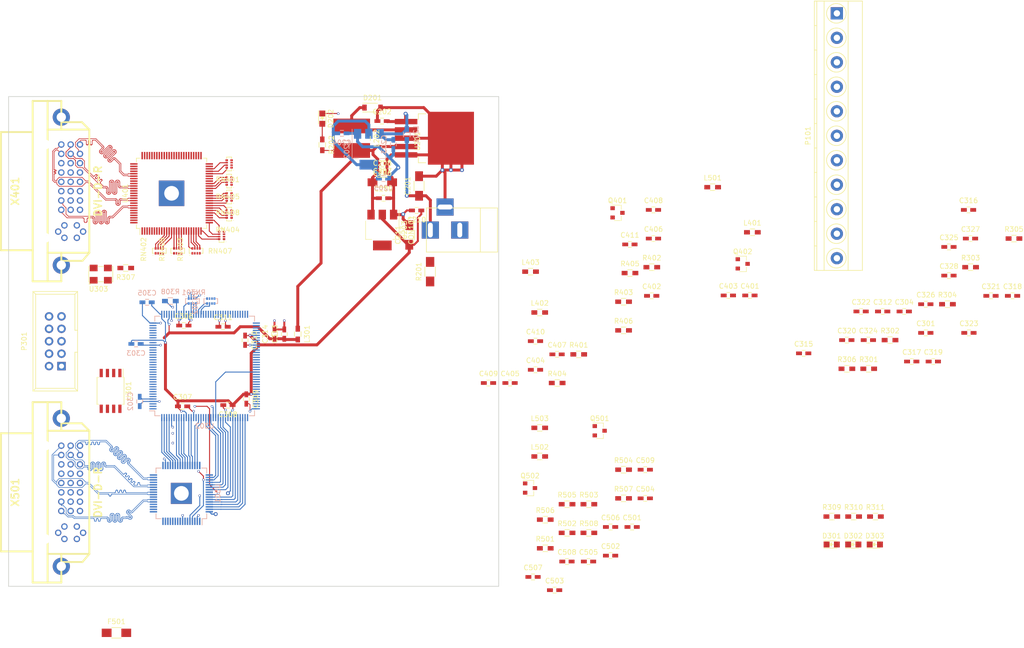
<source format=kicad_pcb>
(kicad_pcb (version 20160815) (host pcbnew "(2016-11-18 revision 19ce3f2)-master")

  (general
    (links 463)
    (no_connects 321)
    (area 19.924999 19.924999 120.075001 120.075001)
    (thickness 1.6)
    (drawings 4)
    (tracks 2926)
    (zones 0)
    (modules 128)
    (nets 239)
  )

  (page A4)
  (layers
    (0 F.Cu signal)
    (1 In1.Cu signal)
    (2 In2.Cu signal)
    (31 B.Cu signal)
    (32 B.Adhes user)
    (33 F.Adhes user)
    (34 B.Paste user)
    (35 F.Paste user)
    (36 B.SilkS user)
    (37 F.SilkS user)
    (38 B.Mask user)
    (39 F.Mask user)
    (40 Dwgs.User user)
    (41 Cmts.User user)
    (42 Eco1.User user)
    (43 Eco2.User user)
    (44 Edge.Cuts user)
    (45 Margin user)
    (46 B.CrtYd user)
    (47 F.CrtYd user)
    (48 B.Fab user)
    (49 F.Fab user)
  )

  (setup
    (last_trace_width 0.2)
    (user_trace_width 0.15)
    (user_trace_width 0.2)
    (user_trace_width 0.4)
    (user_trace_width 0.6)
    (trace_clearance 0.2)
    (zone_clearance 0.508)
    (zone_45_only no)
    (trace_min 0.15)
    (segment_width 0.2)
    (edge_width 0.15)
    (via_size 0.8)
    (via_drill 0.4)
    (via_min_size 0.4)
    (via_min_drill 0.3)
    (user_via 0.5 0.3)
    (uvia_size 0.3)
    (uvia_drill 0.1)
    (uvias_allowed no)
    (uvia_min_size 0.2)
    (uvia_min_drill 0.1)
    (pcb_text_width 0.3)
    (pcb_text_size 1.5 1.5)
    (mod_edge_width 0.15)
    (mod_text_size 1 1)
    (mod_text_width 0.15)
    (pad_size 1.524 1.524)
    (pad_drill 0.762)
    (pad_to_mask_clearance 0.2)
    (aux_axis_origin 0 0)
    (visible_elements FFFFFF7F)
    (pcbplotparams
      (layerselection 0x00030_ffffffff)
      (usegerberextensions false)
      (excludeedgelayer true)
      (linewidth 0.100000)
      (plotframeref false)
      (viasonmask false)
      (mode 1)
      (useauxorigin false)
      (hpglpennumber 1)
      (hpglpenspeed 20)
      (hpglpendiameter 15)
      (psnegative false)
      (psa4output false)
      (plotreference true)
      (plotvalue true)
      (plotinvisibletext false)
      (padsonsilk false)
      (subtractmaskfromsilk false)
      (outputformat 1)
      (mirror false)
      (drillshape 1)
      (scaleselection 1)
      (outputdirectory ""))
  )

  (net 0 "")
  (net 1 /power/VIN)
  (net 2 GND)
  (net 3 "Net-(C202-Pad2)")
  (net 4 +2V5)
  (net 5 +3V3)
  (net 6 +1V2)
  (net 7 +V_IO)
  (net 8 "Net-(C401-Pad1)")
  (net 9 "Net-(C402-Pad1)")
  (net 10 "Net-(C403-Pad1)")
  (net 11 /dvi_out/TVDD)
  (net 12 "Net-(C504-Pad1)")
  (net 13 "Net-(C505-Pad1)")
  (net 14 "Net-(D201-Pad1)")
  (net 15 "Net-(D202-Pad2)")
  (net 16 "Net-(F501-Pad1)")
  (net 17 +5V)
  (net 18 /GPIO0)
  (net 19 /GPIO1)
  (net 20 /GPIO2)
  (net 21 /GPIO3)
  (net 22 /GPIO4)
  (net 23 /GPIO5)
  (net 24 /GPIO6)
  (net 25 /GPIO7)
  (net 26 "Net-(P301-Pad9)")
  (net 27 "Net-(P301-Pad8)")
  (net 28 "Net-(P301-Pad7)")
  (net 29 "Net-(P301-Pad6)")
  (net 30 "Net-(P301-Pad5)")
  (net 31 "Net-(P301-Pad3)")
  (net 32 "Net-(P301-Pad1)")
  (net 33 /dvi_in/DDCDAT_IN)
  (net 34 /dvi_in/DDCDAT)
  (net 35 /dvi_in/DDCCLK)
  (net 36 /dvi_in/DDCCLK_IN)
  (net 37 /dvi_out/DDCDAT)
  (net 38 /dvi_out/DDCCLK)
  (net 39 "Net-(R301-Pad1)")
  (net 40 "Net-(R302-Pad1)")
  (net 41 "Net-(R303-Pad1)")
  (net 42 "Net-(R304-Pad1)")
  (net 43 "Net-(R305-Pad1)")
  (net 44 "Net-(R306-Pad1)")
  (net 45 /fpga/CLK50)
  (net 46 "Net-(R307-Pad2)")
  (net 47 /dvi_out/TXCLK+)
  (net 48 "Net-(R308-Pad1)")
  (net 49 /fpga/CLKIN)
  (net 50 "Net-(R401-Pad1)")
  (net 51 /dvi_in/HOTPLUG)
  (net 52 "Net-(R501-Pad1)")
  (net 53 /dvi_out/MSEN)
  (net 54 "Net-(R503-Pad2)")
  (net 55 /dvi_out/HOTPLUG)
  (net 56 "Net-(R504-Pad1)")
  (net 57 "Net-(RN301-Pad7)")
  (net 58 "Net-(RN301-Pad6)")
  (net 59 "Net-(RN301-Pad5)")
  (net 60 "Net-(RN301-Pad8)")
  (net 61 /dvi_out/CTL1)
  (net 62 /dvi_out/DE)
  (net 63 /dvi_out/VSYNC)
  (net 64 /dvi_out/HSYNC)
  (net 65 /dvi_out/CTL2)
  (net 66 /dvi_out/CTL3)
  (net 67 "Net-(RN302-Pad3)")
  (net 68 "Net-(RN302-Pad4)")
  (net 69 "Net-(RN302-Pad8)")
  (net 70 "Net-(RN302-Pad5)")
  (net 71 "Net-(RN302-Pad6)")
  (net 72 "Net-(RN302-Pad7)")
  (net 73 /dvi_in/DE)
  (net 74 /dvi_in/VSYNC)
  (net 75 /dvi_in/HSYNC)
  (net 76 "Net-(RN401-Pad4)")
  (net 77 "Net-(RN401-Pad8)")
  (net 78 "Net-(RN401-Pad5)")
  (net 79 "Net-(RN401-Pad6)")
  (net 80 "Net-(RN401-Pad7)")
  (net 81 "Net-(RN402-Pad7)")
  (net 82 "Net-(RN402-Pad6)")
  (net 83 "Net-(RN402-Pad5)")
  (net 84 "Net-(RN402-Pad8)")
  (net 85 /dvi_in/DATI3)
  (net 86 /dvi_in/DATI2)
  (net 87 /dvi_in/DATI1)
  (net 88 /dvi_in/DATI0)
  (net 89 "Net-(RN403-Pad7)")
  (net 90 "Net-(RN403-Pad6)")
  (net 91 "Net-(RN403-Pad5)")
  (net 92 "Net-(RN403-Pad8)")
  (net 93 /dvi_in/DATI11)
  (net 94 /dvi_in/DATI10)
  (net 95 /dvi_in/DATI9)
  (net 96 /dvi_in/DATI8)
  (net 97 "Net-(RN404-Pad7)")
  (net 98 "Net-(RN404-Pad6)")
  (net 99 "Net-(RN404-Pad5)")
  (net 100 "Net-(RN404-Pad8)")
  (net 101 /dvi_in/DATI19)
  (net 102 /dvi_in/DATI18)
  (net 103 /dvi_in/DATI17)
  (net 104 /dvi_in/DATI16)
  (net 105 "Net-(RN405-Pad7)")
  (net 106 "Net-(RN405-Pad6)")
  (net 107 "Net-(RN405-Pad5)")
  (net 108 "Net-(RN405-Pad8)")
  (net 109 /dvi_in/CTL3)
  (net 110 /dvi_in/CTL2)
  (net 111 /dvi_in/CTL1)
  (net 112 "Net-(RN405-Pad1)")
  (net 113 /dvi_in/DATI4)
  (net 114 /dvi_in/DATI5)
  (net 115 /dvi_in/DATI6)
  (net 116 /dvi_in/DATI7)
  (net 117 "Net-(RN406-Pad8)")
  (net 118 "Net-(RN406-Pad5)")
  (net 119 "Net-(RN406-Pad6)")
  (net 120 "Net-(RN406-Pad7)")
  (net 121 /dvi_in/DATI12)
  (net 122 /dvi_in/DATI13)
  (net 123 /dvi_in/DATI14)
  (net 124 /dvi_in/DATI15)
  (net 125 "Net-(RN407-Pad8)")
  (net 126 "Net-(RN407-Pad5)")
  (net 127 "Net-(RN407-Pad6)")
  (net 128 "Net-(RN407-Pad7)")
  (net 129 /dvi_in/DATI20)
  (net 130 /dvi_in/DATI21)
  (net 131 /dvi_in/DATI22)
  (net 132 /dvi_in/DATI23)
  (net 133 "Net-(RN408-Pad8)")
  (net 134 "Net-(RN408-Pad5)")
  (net 135 "Net-(RN408-Pad6)")
  (net 136 "Net-(RN408-Pad7)")
  (net 137 /dvi_out/DATO4)
  (net 138 /dvi_out/DATO5)
  (net 139 /dvi_out/DATO6)
  (net 140 /dvi_out/DATO7)
  (net 141 /dvi_out/DATO12)
  (net 142 /dvi_out/DATO13)
  (net 143 /dvi_out/DATO14)
  (net 144 /dvi_out/DATO15)
  (net 145 /dvi_out/DATO20)
  (net 146 /dvi_out/DATO21)
  (net 147 /dvi_out/DATO22)
  (net 148 /dvi_out/DATO23)
  (net 149 /dvi_out/DATO3)
  (net 150 /dvi_out/DATO2)
  (net 151 /dvi_out/DATO1)
  (net 152 /dvi_out/DATO0)
  (net 153 /dvi_out/DATO11)
  (net 154 /dvi_out/DATO10)
  (net 155 /dvi_out/DATO9)
  (net 156 /dvi_out/DATO8)
  (net 157 /dvi_out/DATO19)
  (net 158 /dvi_out/DATO18)
  (net 159 /dvi_out/DATO17)
  (net 160 /dvi_out/DATO16)
  (net 161 /fpga/DCLK)
  (net 162 /fpga/ASDI)
  (net 163 /fpga/DATA)
  (net 164 /fpga/nCS)
  (net 165 "Net-(U302-Pad127)")
  (net 166 "Net-(U302-Pad67)")
  (net 167 /dvi_in/LINK_ACT)
  (net 168 "Net-(U302-Pad44)")
  (net 169 "Net-(U302-Pad34)")
  (net 170 /dvi_in/PDOWN)
  (net 171 /dvi_out/EDGE)
  (net 172 /dvi_out/DKEN)
  (net 173 "Net-(U303-Pad1)")
  (net 174 "Net-(U401-Pad96)")
  (net 175 /dvi_in/RxC-)
  (net 176 /dvi_in/RxC+)
  (net 177 /dvi_in/Rx0+)
  (net 178 /dvi_in/Rx1-)
  (net 179 /dvi_in/Rx1+)
  (net 180 /dvi_in/Rx2-)
  (net 181 /dvi_in/Rx2+)
  (net 182 "Net-(U401-Pad18)")
  (net 183 "Net-(U401-Pad77)")
  (net 184 "Net-(U401-Pad75)")
  (net 185 "Net-(U401-Pad74)")
  (net 186 "Net-(U401-Pad73)")
  (net 187 "Net-(U401-Pad72)")
  (net 188 "Net-(U401-Pad71)")
  (net 189 "Net-(U401-Pad70)")
  (net 190 "Net-(U401-Pad69)")
  (net 191 "Net-(U401-Pad66)")
  (net 192 "Net-(U401-Pad65)")
  (net 193 "Net-(U401-Pad64)")
  (net 194 "Net-(U401-Pad63)")
  (net 195 "Net-(U401-Pad62)")
  (net 196 "Net-(U401-Pad61)")
  (net 197 "Net-(U401-Pad60)")
  (net 198 "Net-(U401-Pad59)")
  (net 199 "Net-(U401-Pad56)")
  (net 200 "Net-(U401-Pad55)")
  (net 201 "Net-(U401-Pad54)")
  (net 202 "Net-(U401-Pad53)")
  (net 203 "Net-(U401-Pad52)")
  (net 204 "Net-(U401-Pad51)")
  (net 205 "Net-(U401-Pad50)")
  (net 206 "Net-(U401-Pad49)")
  (net 207 "Net-(U501-Pad56)")
  (net 208 "Net-(U501-Pad49)")
  (net 209 /dvi_out/TX2+)
  (net 210 /dvi_out/TX2-)
  (net 211 /dvi_out/TX1+)
  (net 212 /dvi_out/TX1-)
  (net 213 /dvi_out/TX0+)
  (net 214 /dvi_out/TX0-)
  (net 215 /dvi_out/TXC+)
  (net 216 /dvi_out/TXC-)
  (net 217 "Net-(X401-Pad8)")
  (net 218 "Net-(X401-Pad21)")
  (net 219 "Net-(X401-Pad20)")
  (net 220 "Net-(X401-Pad14)")
  (net 221 "Net-(X401-Pad13)")
  (net 222 "Net-(X401-Pad12)")
  (net 223 "Net-(X401-Pad5)")
  (net 224 "Net-(X401-Pad4)")
  (net 225 "Net-(X501-Pad4)")
  (net 226 "Net-(X501-Pad5)")
  (net 227 "Net-(X501-Pad12)")
  (net 228 "Net-(X501-Pad13)")
  (net 229 "Net-(X501-Pad20)")
  (net 230 "Net-(X501-Pad21)")
  (net 231 "Net-(X501-Pad8)")
  (net 232 "Net-(D301-Pad2)")
  (net 233 "Net-(D302-Pad2)")
  (net 234 "Net-(D303-Pad2)")
  (net 235 "Net-(R309-Pad1)")
  (net 236 "Net-(R310-Pad1)")
  (net 237 "Net-(R311-Pad1)")
  (net 238 /dvi_in/Rx0-)

  (net_class Default "This is the default net class."
    (clearance 0.2)
    (trace_width 0.25)
    (via_dia 0.8)
    (via_drill 0.4)
    (uvia_dia 0.3)
    (uvia_drill 0.1)
    (diff_pair_gap 0.25)
    (diff_pair_width 0.2)
    (add_net +1V2)
    (add_net +2V5)
    (add_net +3V3)
    (add_net +5V)
    (add_net +V_IO)
    (add_net /GPIO0)
    (add_net /GPIO1)
    (add_net /GPIO2)
    (add_net /GPIO3)
    (add_net /GPIO4)
    (add_net /GPIO5)
    (add_net /GPIO6)
    (add_net /GPIO7)
    (add_net /dvi_in/CTL1)
    (add_net /dvi_in/CTL2)
    (add_net /dvi_in/CTL3)
    (add_net /dvi_in/DATI0)
    (add_net /dvi_in/DATI1)
    (add_net /dvi_in/DATI10)
    (add_net /dvi_in/DATI11)
    (add_net /dvi_in/DATI12)
    (add_net /dvi_in/DATI13)
    (add_net /dvi_in/DATI14)
    (add_net /dvi_in/DATI15)
    (add_net /dvi_in/DATI16)
    (add_net /dvi_in/DATI17)
    (add_net /dvi_in/DATI18)
    (add_net /dvi_in/DATI19)
    (add_net /dvi_in/DATI2)
    (add_net /dvi_in/DATI20)
    (add_net /dvi_in/DATI21)
    (add_net /dvi_in/DATI22)
    (add_net /dvi_in/DATI23)
    (add_net /dvi_in/DATI3)
    (add_net /dvi_in/DATI4)
    (add_net /dvi_in/DATI5)
    (add_net /dvi_in/DATI6)
    (add_net /dvi_in/DATI7)
    (add_net /dvi_in/DATI8)
    (add_net /dvi_in/DATI9)
    (add_net /dvi_in/DDCCLK)
    (add_net /dvi_in/DDCCLK_IN)
    (add_net /dvi_in/DDCDAT)
    (add_net /dvi_in/DDCDAT_IN)
    (add_net /dvi_in/DE)
    (add_net /dvi_in/HOTPLUG)
    (add_net /dvi_in/HSYNC)
    (add_net /dvi_in/LINK_ACT)
    (add_net /dvi_in/PDOWN)
    (add_net /dvi_in/Rx0+)
    (add_net /dvi_in/Rx0-)
    (add_net /dvi_in/Rx1+)
    (add_net /dvi_in/Rx1-)
    (add_net /dvi_in/Rx2+)
    (add_net /dvi_in/Rx2-)
    (add_net /dvi_in/RxC+)
    (add_net /dvi_in/RxC-)
    (add_net /dvi_in/VSYNC)
    (add_net /dvi_out/CTL1)
    (add_net /dvi_out/CTL2)
    (add_net /dvi_out/CTL3)
    (add_net /dvi_out/DATO0)
    (add_net /dvi_out/DATO1)
    (add_net /dvi_out/DATO10)
    (add_net /dvi_out/DATO11)
    (add_net /dvi_out/DATO12)
    (add_net /dvi_out/DATO13)
    (add_net /dvi_out/DATO14)
    (add_net /dvi_out/DATO15)
    (add_net /dvi_out/DATO16)
    (add_net /dvi_out/DATO17)
    (add_net /dvi_out/DATO18)
    (add_net /dvi_out/DATO19)
    (add_net /dvi_out/DATO2)
    (add_net /dvi_out/DATO20)
    (add_net /dvi_out/DATO21)
    (add_net /dvi_out/DATO22)
    (add_net /dvi_out/DATO23)
    (add_net /dvi_out/DATO3)
    (add_net /dvi_out/DATO4)
    (add_net /dvi_out/DATO5)
    (add_net /dvi_out/DATO6)
    (add_net /dvi_out/DATO7)
    (add_net /dvi_out/DATO8)
    (add_net /dvi_out/DATO9)
    (add_net /dvi_out/DDCCLK)
    (add_net /dvi_out/DDCDAT)
    (add_net /dvi_out/DE)
    (add_net /dvi_out/DKEN)
    (add_net /dvi_out/EDGE)
    (add_net /dvi_out/HOTPLUG)
    (add_net /dvi_out/HSYNC)
    (add_net /dvi_out/MSEN)
    (add_net /dvi_out/TVDD)
    (add_net /dvi_out/TX0+)
    (add_net /dvi_out/TX0-)
    (add_net /dvi_out/TX1+)
    (add_net /dvi_out/TX1-)
    (add_net /dvi_out/TX2+)
    (add_net /dvi_out/TX2-)
    (add_net /dvi_out/TXC+)
    (add_net /dvi_out/TXC-)
    (add_net /dvi_out/TXCLK+)
    (add_net /dvi_out/VSYNC)
    (add_net /fpga/ASDI)
    (add_net /fpga/CLK50)
    (add_net /fpga/CLKIN)
    (add_net /fpga/DATA)
    (add_net /fpga/DCLK)
    (add_net /fpga/nCS)
    (add_net /power/VIN)
    (add_net GND)
    (add_net "Net-(C202-Pad2)")
    (add_net "Net-(C401-Pad1)")
    (add_net "Net-(C402-Pad1)")
    (add_net "Net-(C403-Pad1)")
    (add_net "Net-(C504-Pad1)")
    (add_net "Net-(C505-Pad1)")
    (add_net "Net-(D201-Pad1)")
    (add_net "Net-(D202-Pad2)")
    (add_net "Net-(D301-Pad2)")
    (add_net "Net-(D302-Pad2)")
    (add_net "Net-(D303-Pad2)")
    (add_net "Net-(F501-Pad1)")
    (add_net "Net-(P301-Pad1)")
    (add_net "Net-(P301-Pad3)")
    (add_net "Net-(P301-Pad5)")
    (add_net "Net-(P301-Pad6)")
    (add_net "Net-(P301-Pad7)")
    (add_net "Net-(P301-Pad8)")
    (add_net "Net-(P301-Pad9)")
    (add_net "Net-(R301-Pad1)")
    (add_net "Net-(R302-Pad1)")
    (add_net "Net-(R303-Pad1)")
    (add_net "Net-(R304-Pad1)")
    (add_net "Net-(R305-Pad1)")
    (add_net "Net-(R306-Pad1)")
    (add_net "Net-(R307-Pad2)")
    (add_net "Net-(R308-Pad1)")
    (add_net "Net-(R309-Pad1)")
    (add_net "Net-(R310-Pad1)")
    (add_net "Net-(R311-Pad1)")
    (add_net "Net-(R401-Pad1)")
    (add_net "Net-(R501-Pad1)")
    (add_net "Net-(R503-Pad2)")
    (add_net "Net-(R504-Pad1)")
    (add_net "Net-(RN301-Pad5)")
    (add_net "Net-(RN301-Pad6)")
    (add_net "Net-(RN301-Pad7)")
    (add_net "Net-(RN301-Pad8)")
    (add_net "Net-(RN302-Pad3)")
    (add_net "Net-(RN302-Pad4)")
    (add_net "Net-(RN302-Pad5)")
    (add_net "Net-(RN302-Pad6)")
    (add_net "Net-(RN302-Pad7)")
    (add_net "Net-(RN302-Pad8)")
    (add_net "Net-(RN401-Pad4)")
    (add_net "Net-(RN401-Pad5)")
    (add_net "Net-(RN401-Pad6)")
    (add_net "Net-(RN401-Pad7)")
    (add_net "Net-(RN401-Pad8)")
    (add_net "Net-(RN402-Pad5)")
    (add_net "Net-(RN402-Pad6)")
    (add_net "Net-(RN402-Pad7)")
    (add_net "Net-(RN402-Pad8)")
    (add_net "Net-(RN403-Pad5)")
    (add_net "Net-(RN403-Pad6)")
    (add_net "Net-(RN403-Pad7)")
    (add_net "Net-(RN403-Pad8)")
    (add_net "Net-(RN404-Pad5)")
    (add_net "Net-(RN404-Pad6)")
    (add_net "Net-(RN404-Pad7)")
    (add_net "Net-(RN404-Pad8)")
    (add_net "Net-(RN405-Pad1)")
    (add_net "Net-(RN405-Pad5)")
    (add_net "Net-(RN405-Pad6)")
    (add_net "Net-(RN405-Pad7)")
    (add_net "Net-(RN405-Pad8)")
    (add_net "Net-(RN406-Pad5)")
    (add_net "Net-(RN406-Pad6)")
    (add_net "Net-(RN406-Pad7)")
    (add_net "Net-(RN406-Pad8)")
    (add_net "Net-(RN407-Pad5)")
    (add_net "Net-(RN407-Pad6)")
    (add_net "Net-(RN407-Pad7)")
    (add_net "Net-(RN407-Pad8)")
    (add_net "Net-(RN408-Pad5)")
    (add_net "Net-(RN408-Pad6)")
    (add_net "Net-(RN408-Pad7)")
    (add_net "Net-(RN408-Pad8)")
    (add_net "Net-(U302-Pad127)")
    (add_net "Net-(U302-Pad34)")
    (add_net "Net-(U302-Pad44)")
    (add_net "Net-(U302-Pad67)")
    (add_net "Net-(U303-Pad1)")
    (add_net "Net-(U401-Pad18)")
    (add_net "Net-(U401-Pad49)")
    (add_net "Net-(U401-Pad50)")
    (add_net "Net-(U401-Pad51)")
    (add_net "Net-(U401-Pad52)")
    (add_net "Net-(U401-Pad53)")
    (add_net "Net-(U401-Pad54)")
    (add_net "Net-(U401-Pad55)")
    (add_net "Net-(U401-Pad56)")
    (add_net "Net-(U401-Pad59)")
    (add_net "Net-(U401-Pad60)")
    (add_net "Net-(U401-Pad61)")
    (add_net "Net-(U401-Pad62)")
    (add_net "Net-(U401-Pad63)")
    (add_net "Net-(U401-Pad64)")
    (add_net "Net-(U401-Pad65)")
    (add_net "Net-(U401-Pad66)")
    (add_net "Net-(U401-Pad69)")
    (add_net "Net-(U401-Pad70)")
    (add_net "Net-(U401-Pad71)")
    (add_net "Net-(U401-Pad72)")
    (add_net "Net-(U401-Pad73)")
    (add_net "Net-(U401-Pad74)")
    (add_net "Net-(U401-Pad75)")
    (add_net "Net-(U401-Pad77)")
    (add_net "Net-(U401-Pad96)")
    (add_net "Net-(U501-Pad49)")
    (add_net "Net-(U501-Pad56)")
    (add_net "Net-(X401-Pad12)")
    (add_net "Net-(X401-Pad13)")
    (add_net "Net-(X401-Pad14)")
    (add_net "Net-(X401-Pad20)")
    (add_net "Net-(X401-Pad21)")
    (add_net "Net-(X401-Pad4)")
    (add_net "Net-(X401-Pad5)")
    (add_net "Net-(X401-Pad8)")
    (add_net "Net-(X501-Pad12)")
    (add_net "Net-(X501-Pad13)")
    (add_net "Net-(X501-Pad20)")
    (add_net "Net-(X501-Pad21)")
    (add_net "Net-(X501-Pad4)")
    (add_net "Net-(X501-Pad5)")
    (add_net "Net-(X501-Pad8)")
  )

  (module dvi:dvi (layer F.Cu) (tedit 0) (tstamp 584DB9AE)
    (at 27.448 100.81 270)
    (descr "DVI connector, Tyco P/N 1-1734147-1")
    (path /583BE4A7/5847F98E)
    (fp_text reference X501 (at 0 6.10108 270) (layer F.SilkS)
      (effects (font (thickness 0.3048)))
    )
    (fp_text value DVI-D-R (at 0 -10.795 270) (layer F.SilkS)
      (effects (font (thickness 0.3048)))
    )
    (fp_line (start -12.573 -9.017) (end -14.097 -7.493) (layer F.SilkS) (width 0.381))
    (fp_line (start -14.097 -7.493) (end -14.097 -3.302) (layer F.SilkS) (width 0.381))
    (fp_line (start 14.224 -7.62) (end 14.224 -3.302) (layer F.SilkS) (width 0.381))
    (fp_line (start 12.573 -9.017) (end 14.224 -7.62) (layer F.SilkS) (width 0.381))
    (fp_line (start -12.573 -9.017) (end -12.573 -0.508) (layer F.SilkS) (width 0.381))
    (fp_line (start 12.573 -9.017) (end 12.573 -0.508) (layer F.SilkS) (width 0.381))
    (fp_line (start -18.415 -0.508) (end -18.415 -3.302) (layer F.SilkS) (width 0.381))
    (fp_line (start -18.415 -3.302) (end -12.573 -3.302) (layer F.SilkS) (width 0.381))
    (fp_line (start 18.415 -0.508) (end 18.415 -3.302) (layer F.SilkS) (width 0.381))
    (fp_line (start 18.415 -3.302) (end 12.573 -3.302) (layer F.SilkS) (width 0.381))
    (fp_line (start 18.415 -0.508) (end 18.415 2.54) (layer F.SilkS) (width 0.381))
    (fp_line (start -18.415 -0.508) (end -18.415 2.54) (layer F.SilkS) (width 0.381))
    (fp_line (start -18.415 -0.508) (end 18.415 -0.508) (layer F.SilkS) (width 0.381))
    (fp_line (start -12.573 -9.017) (end 12.573 -9.017) (layer F.SilkS) (width 0.381))
    (fp_line (start -12.065 9.017) (end 12.065 9.017) (layer F.SilkS) (width 0.381))
    (fp_line (start 12.065 9.017) (end 12.065 2.54) (layer F.SilkS) (width 0.381))
    (fp_line (start -12.065 9.017) (end -12.065 2.54) (layer F.SilkS) (width 0.381))
    (fp_line (start -18.415 2.54) (end 18.415 2.54) (layer F.SilkS) (width 0.381))
    (pad "" thru_hole circle (at 15.11046 -3.302 270) (size 3.50012 3.50012) (drill 1.89992) (layers *.Cu *.Mask))
    (pad 3 thru_hole circle (at -5.715 -7.112 270) (size 1.30048 1.30048) (drill 0.8001) (layers *.Cu *.Mask)
      (net 2 GND))
    (pad 2 thru_hole circle (at -7.62 -7.112 270) (size 1.30048 1.30048) (drill 0.8001) (layers *.Cu *.Mask)
      (net 209 /dvi_out/TX2+))
    (pad 1 thru_hole circle (at -9.525 -7.112 270) (size 1.30048 1.30048) (drill 0.8001) (layers *.Cu *.Mask)
      (net 210 /dvi_out/TX2-))
    (pad 4 thru_hole circle (at -3.81 -7.112 270) (size 1.30048 1.30048) (drill 0.8001) (layers *.Cu *.Mask)
      (net 225 "Net-(X501-Pad4)"))
    (pad 5 thru_hole circle (at -1.905 -7.112 270) (size 1.30048 1.30048) (drill 0.8001) (layers *.Cu *.Mask)
      (net 226 "Net-(X501-Pad5)"))
    (pad 9 thru_hole circle (at -9.525 -5.207 270) (size 1.30048 1.30048) (drill 0.8001) (layers *.Cu *.Mask)
      (net 212 /dvi_out/TX1-))
    (pad 7 thru_hole circle (at 1.905 -7.112 270) (size 1.30048 1.30048) (drill 0.8001) (layers *.Cu *.Mask)
      (net 37 /dvi_out/DDCDAT))
    (pad 6 thru_hole circle (at 0 -7.112 270) (size 1.30048 1.30048) (drill 0.8001) (layers *.Cu *.Mask)
      (net 38 /dvi_out/DDCCLK))
    (pad "" thru_hole circle (at -15.11046 -3.302 270) (size 3.50012 3.50012) (drill 1.89992) (layers *.Cu *.Mask))
    (pad 10 thru_hole circle (at -7.62 -5.207 270) (size 1.30048 1.30048) (drill 0.8001) (layers *.Cu *.Mask)
      (net 211 /dvi_out/TX1+))
    (pad 11 thru_hole circle (at -5.715 -5.207 270) (size 1.30048 1.30048) (drill 0.8001) (layers *.Cu *.Mask)
      (net 2 GND))
    (pad 12 thru_hole circle (at -3.81 -5.207 270) (size 1.30048 1.30048) (drill 0.8001) (layers *.Cu *.Mask)
      (net 227 "Net-(X501-Pad12)"))
    (pad 13 thru_hole circle (at -1.905 -5.207 270) (size 1.30048 1.30048) (drill 0.8001) (layers *.Cu *.Mask)
      (net 228 "Net-(X501-Pad13)"))
    (pad 14 thru_hole circle (at 0 -5.207 270) (size 1.30048 1.30048) (drill 0.8001) (layers *.Cu *.Mask)
      (net 16 "Net-(F501-Pad1)"))
    (pad 15 thru_hole circle (at 1.905 -5.207 270) (size 1.30048 1.30048) (drill 0.8001) (layers *.Cu *.Mask)
      (net 2 GND))
    (pad 16 thru_hole circle (at 3.81 -5.207 270) (size 1.30048 1.30048) (drill 0.8001) (layers *.Cu *.Mask)
      (net 56 "Net-(R504-Pad1)"))
    (pad 17 thru_hole circle (at -9.525 -3.302 270) (size 1.30048 1.30048) (drill 0.8001) (layers *.Cu *.Mask)
      (net 214 /dvi_out/TX0-))
    (pad 18 thru_hole circle (at -7.62 -3.302 270) (size 1.30048 1.30048) (drill 0.8001) (layers *.Cu *.Mask)
      (net 213 /dvi_out/TX0+))
    (pad 19 thru_hole circle (at -5.715 -3.302 270) (size 1.30048 1.30048) (drill 0.8001) (layers *.Cu *.Mask)
      (net 2 GND))
    (pad 20 thru_hole circle (at -3.81 -3.302 270) (size 1.30048 1.30048) (drill 0.8001) (layers *.Cu *.Mask)
      (net 229 "Net-(X501-Pad20)"))
    (pad 21 thru_hole circle (at -1.905 -3.302 270) (size 1.30048 1.30048) (drill 0.8001) (layers *.Cu *.Mask)
      (net 230 "Net-(X501-Pad21)"))
    (pad 22 thru_hole circle (at 0 -3.302 270) (size 1.30048 1.30048) (drill 0.8001) (layers *.Cu *.Mask)
      (net 2 GND))
    (pad 23 thru_hole circle (at 1.905 -3.302 270) (size 1.30048 1.30048) (drill 0.8001) (layers *.Cu *.Mask)
      (net 215 /dvi_out/TXC+))
    (pad 24 thru_hole circle (at 3.81 -3.302 270) (size 1.30048 1.30048) (drill 0.8001) (layers *.Cu *.Mask)
      (net 216 /dvi_out/TXC-))
    (pad 8 thru_hole circle (at 3.81 -7.112 270) (size 1.30048 1.30048) (drill 0.8001) (layers *.Cu *.Mask)
      (net 231 "Net-(X501-Pad8)"))
    (pad C2 thru_hole circle (at 9.525 -6.477 270) (size 1.30048 1.30048) (drill 0.8001) (layers *.Cu *.Mask))
    (pad C1 thru_hole circle (at 6.985 -6.477 270) (size 1.30048 1.30048) (drill 0.8001) (layers *.Cu *.Mask))
    (pad C3 thru_hole circle (at 6.985 -3.937 270) (size 1.30048 1.30048) (drill 0.8001) (layers *.Cu *.Mask))
    (pad C4 thru_hole circle (at 9.525 -3.937 270) (size 1.30048 1.30048) (drill 0.8001) (layers *.Cu *.Mask))
    (pad C5 thru_hole circle (at 8.255 -7.747 270) (size 1.30048 1.30048) (drill 0.8001) (layers *.Cu *.Mask))
    (pad C5 thru_hole circle (at 8.255 -2.667 270) (size 1.30048 1.30048) (drill 0.8001) (layers *.Cu *.Mask))
    (pad "" np_thru_hole circle (at -9.525 -0.00254 270) (size 1.99898 1.99898) (drill 1.99898) (layers *.Cu))
    (pad "" np_thru_hole circle (at 9.525 -0.00254 270) (size 1.99898 1.99898) (drill 1.99898) (layers *.Cu))
    (model walter/conn_pc/dvi.wrl
      (at (xyz 0 0 0))
      (scale (xyz 1 1 1))
      (rotate (xyz 0 0 0))
    )
  )

  (module Capacitors_SMD:C_1206_HandSoldering (layer F.Cu) (tedit 541A9C03) (tstamp 584DB4BE)
    (at 103.75 38.25 90)
    (descr "Capacitor SMD 1206, hand soldering")
    (tags "capacitor 1206")
    (path /5839A46D/5839CFD0)
    (attr smd)
    (fp_text reference C201 (at 0 -2.3 90) (layer F.SilkS)
      (effects (font (size 1 1) (thickness 0.15)))
    )
    (fp_text value 100u (at 0 2.3 90) (layer F.Fab)
      (effects (font (size 1 1) (thickness 0.15)))
    )
    (fp_line (start -1.6 0.8) (end -1.6 -0.8) (layer F.Fab) (width 0.15))
    (fp_line (start 1.6 0.8) (end -1.6 0.8) (layer F.Fab) (width 0.15))
    (fp_line (start 1.6 -0.8) (end 1.6 0.8) (layer F.Fab) (width 0.15))
    (fp_line (start -1.6 -0.8) (end 1.6 -0.8) (layer F.Fab) (width 0.15))
    (fp_line (start -3.3 -1.15) (end 3.3 -1.15) (layer F.CrtYd) (width 0.05))
    (fp_line (start -3.3 1.15) (end 3.3 1.15) (layer F.CrtYd) (width 0.05))
    (fp_line (start -3.3 -1.15) (end -3.3 1.15) (layer F.CrtYd) (width 0.05))
    (fp_line (start 3.3 -1.15) (end 3.3 1.15) (layer F.CrtYd) (width 0.05))
    (fp_line (start 1 -1.025) (end -1 -1.025) (layer F.SilkS) (width 0.15))
    (fp_line (start -1 1.025) (end 1 1.025) (layer F.SilkS) (width 0.15))
    (pad 1 smd rect (at -2 0 90) (size 2 1.6) (layers F.Cu F.Paste F.Mask)
      (net 1 /power/VIN))
    (pad 2 smd rect (at 2 0 90) (size 2 1.6) (layers F.Cu F.Paste F.Mask)
      (net 2 GND))
    (model Capacitors_SMD.3dshapes/C_1206_HandSoldering.wrl
      (at (xyz 0 0 0))
      (scale (xyz 1 1 1))
      (rotate (xyz 0 0 0))
    )
  )

  (module Capacitors_SMD:C_0603_HandSoldering (layer F.Cu) (tedit 541A9B4D) (tstamp 584DB4C4)
    (at 96.2 25)
    (descr "Capacitor SMD 0603, hand soldering")
    (tags "capacitor 0603")
    (path /5839A46D/5839CF57)
    (attr smd)
    (fp_text reference C202 (at 0 -1.9) (layer F.SilkS)
      (effects (font (size 1 1) (thickness 0.15)))
    )
    (fp_text value 100n (at 0 1.9) (layer F.Fab)
      (effects (font (size 1 1) (thickness 0.15)))
    )
    (fp_line (start 0.35 0.6) (end -0.35 0.6) (layer F.SilkS) (width 0.15))
    (fp_line (start -0.35 -0.6) (end 0.35 -0.6) (layer F.SilkS) (width 0.15))
    (fp_line (start 1.85 -0.75) (end 1.85 0.75) (layer F.CrtYd) (width 0.05))
    (fp_line (start -1.85 -0.75) (end -1.85 0.75) (layer F.CrtYd) (width 0.05))
    (fp_line (start -1.85 0.75) (end 1.85 0.75) (layer F.CrtYd) (width 0.05))
    (fp_line (start -1.85 -0.75) (end 1.85 -0.75) (layer F.CrtYd) (width 0.05))
    (fp_line (start -0.8 -0.4) (end 0.8 -0.4) (layer F.Fab) (width 0.15))
    (fp_line (start 0.8 -0.4) (end 0.8 0.4) (layer F.Fab) (width 0.15))
    (fp_line (start 0.8 0.4) (end -0.8 0.4) (layer F.Fab) (width 0.15))
    (fp_line (start -0.8 0.4) (end -0.8 -0.4) (layer F.Fab) (width 0.15))
    (pad 2 smd rect (at 0.95 0) (size 1.2 0.75) (layers F.Cu F.Paste F.Mask)
      (net 3 "Net-(C202-Pad2)"))
    (pad 1 smd rect (at -0.95 0) (size 1.2 0.75) (layers F.Cu F.Paste F.Mask)
      (net 2 GND))
    (model Capacitors_SMD.3dshapes/C_0603_HandSoldering.wrl
      (at (xyz 0 0 0))
      (scale (xyz 1 1 1))
      (rotate (xyz 0 0 0))
    )
  )

  (module Capacitors_SMD:C_0603_HandSoldering (layer B.Cu) (tedit 541A9B4D) (tstamp 584DB4CA)
    (at 98.5 29.75 270)
    (descr "Capacitor SMD 0603, hand soldering")
    (tags "capacitor 0603")
    (path /5839A46D/583A1362)
    (attr smd)
    (fp_text reference C203 (at 0 1.9 270) (layer B.SilkS)
      (effects (font (size 1 1) (thickness 0.15)) (justify mirror))
    )
    (fp_text value 100n (at 0 -1.9 270) (layer B.Fab)
      (effects (font (size 1 1) (thickness 0.15)) (justify mirror))
    )
    (fp_line (start -0.8 -0.4) (end -0.8 0.4) (layer B.Fab) (width 0.15))
    (fp_line (start 0.8 -0.4) (end -0.8 -0.4) (layer B.Fab) (width 0.15))
    (fp_line (start 0.8 0.4) (end 0.8 -0.4) (layer B.Fab) (width 0.15))
    (fp_line (start -0.8 0.4) (end 0.8 0.4) (layer B.Fab) (width 0.15))
    (fp_line (start -1.85 0.75) (end 1.85 0.75) (layer B.CrtYd) (width 0.05))
    (fp_line (start -1.85 -0.75) (end 1.85 -0.75) (layer B.CrtYd) (width 0.05))
    (fp_line (start -1.85 0.75) (end -1.85 -0.75) (layer B.CrtYd) (width 0.05))
    (fp_line (start 1.85 0.75) (end 1.85 -0.75) (layer B.CrtYd) (width 0.05))
    (fp_line (start -0.35 0.6) (end 0.35 0.6) (layer B.SilkS) (width 0.15))
    (fp_line (start 0.35 -0.6) (end -0.35 -0.6) (layer B.SilkS) (width 0.15))
    (pad 1 smd rect (at -0.95 0 270) (size 1.2 0.75) (layers B.Cu B.Paste B.Mask)
      (net 3 "Net-(C202-Pad2)"))
    (pad 2 smd rect (at 0.95 0 270) (size 1.2 0.75) (layers B.Cu B.Paste B.Mask)
      (net 2 GND))
    (model Capacitors_SMD.3dshapes/C_0603_HandSoldering.wrl
      (at (xyz 0 0 0))
      (scale (xyz 1 1 1))
      (rotate (xyz 0 0 0))
    )
  )

  (module Capacitors_SMD:C_0603_HandSoldering (layer B.Cu) (tedit 541A9B4D) (tstamp 584DB4D0)
    (at 88 27.5)
    (descr "Capacitor SMD 0603, hand soldering")
    (tags "capacitor 0603")
    (path /5839A46D/583A12DF)
    (attr smd)
    (fp_text reference C204 (at 0 1.9) (layer B.SilkS)
      (effects (font (size 1 1) (thickness 0.15)) (justify mirror))
    )
    (fp_text value 100n (at 0 -1.9) (layer B.Fab)
      (effects (font (size 1 1) (thickness 0.15)) (justify mirror))
    )
    (fp_line (start 0.35 -0.6) (end -0.35 -0.6) (layer B.SilkS) (width 0.15))
    (fp_line (start -0.35 0.6) (end 0.35 0.6) (layer B.SilkS) (width 0.15))
    (fp_line (start 1.85 0.75) (end 1.85 -0.75) (layer B.CrtYd) (width 0.05))
    (fp_line (start -1.85 0.75) (end -1.85 -0.75) (layer B.CrtYd) (width 0.05))
    (fp_line (start -1.85 -0.75) (end 1.85 -0.75) (layer B.CrtYd) (width 0.05))
    (fp_line (start -1.85 0.75) (end 1.85 0.75) (layer B.CrtYd) (width 0.05))
    (fp_line (start -0.8 0.4) (end 0.8 0.4) (layer B.Fab) (width 0.15))
    (fp_line (start 0.8 0.4) (end 0.8 -0.4) (layer B.Fab) (width 0.15))
    (fp_line (start 0.8 -0.4) (end -0.8 -0.4) (layer B.Fab) (width 0.15))
    (fp_line (start -0.8 -0.4) (end -0.8 0.4) (layer B.Fab) (width 0.15))
    (pad 2 smd rect (at 0.95 0) (size 1.2 0.75) (layers B.Cu B.Paste B.Mask)
      (net 2 GND))
    (pad 1 smd rect (at -0.95 0) (size 1.2 0.75) (layers B.Cu B.Paste B.Mask)
      (net 4 +2V5))
    (model Capacitors_SMD.3dshapes/C_0603_HandSoldering.wrl
      (at (xyz 0 0 0))
      (scale (xyz 1 1 1))
      (rotate (xyz 0 0 0))
    )
  )

  (module Capacitors_SMD:C_0603_HandSoldering (layer B.Cu) (tedit 541A9B4D) (tstamp 584DB4D6)
    (at 96.5 36.75)
    (descr "Capacitor SMD 0603, hand soldering")
    (tags "capacitor 0603")
    (path /5839A46D/583A189E)
    (attr smd)
    (fp_text reference C205 (at 0 1.9) (layer B.SilkS)
      (effects (font (size 1 1) (thickness 0.15)) (justify mirror))
    )
    (fp_text value 10u (at 0 -1.9) (layer B.Fab)
      (effects (font (size 1 1) (thickness 0.15)) (justify mirror))
    )
    (fp_line (start -0.8 -0.4) (end -0.8 0.4) (layer B.Fab) (width 0.15))
    (fp_line (start 0.8 -0.4) (end -0.8 -0.4) (layer B.Fab) (width 0.15))
    (fp_line (start 0.8 0.4) (end 0.8 -0.4) (layer B.Fab) (width 0.15))
    (fp_line (start -0.8 0.4) (end 0.8 0.4) (layer B.Fab) (width 0.15))
    (fp_line (start -1.85 0.75) (end 1.85 0.75) (layer B.CrtYd) (width 0.05))
    (fp_line (start -1.85 -0.75) (end 1.85 -0.75) (layer B.CrtYd) (width 0.05))
    (fp_line (start -1.85 0.75) (end -1.85 -0.75) (layer B.CrtYd) (width 0.05))
    (fp_line (start 1.85 0.75) (end 1.85 -0.75) (layer B.CrtYd) (width 0.05))
    (fp_line (start -0.35 0.6) (end 0.35 0.6) (layer B.SilkS) (width 0.15))
    (fp_line (start 0.35 -0.6) (end -0.35 -0.6) (layer B.SilkS) (width 0.15))
    (pad 1 smd rect (at -0.95 0) (size 1.2 0.75) (layers B.Cu B.Paste B.Mask)
      (net 4 +2V5))
    (pad 2 smd rect (at 0.95 0) (size 1.2 0.75) (layers B.Cu B.Paste B.Mask)
      (net 2 GND))
    (model Capacitors_SMD.3dshapes/C_0603_HandSoldering.wrl
      (at (xyz 0 0 0))
      (scale (xyz 1 1 1))
      (rotate (xyz 0 0 0))
    )
  )

  (module Capacitors_SMD:C_0603_HandSoldering (layer F.Cu) (tedit 541A9B4D) (tstamp 584DB4DC)
    (at 96.25 33.75 180)
    (descr "Capacitor SMD 0603, hand soldering")
    (tags "capacitor 0603")
    (path /5839A46D/5839CB13)
    (attr smd)
    (fp_text reference C206 (at 0 -1.9 180) (layer F.SilkS)
      (effects (font (size 1 1) (thickness 0.15)))
    )
    (fp_text value 100n (at 0 1.9 180) (layer F.Fab)
      (effects (font (size 1 1) (thickness 0.15)))
    )
    (fp_line (start -0.8 0.4) (end -0.8 -0.4) (layer F.Fab) (width 0.15))
    (fp_line (start 0.8 0.4) (end -0.8 0.4) (layer F.Fab) (width 0.15))
    (fp_line (start 0.8 -0.4) (end 0.8 0.4) (layer F.Fab) (width 0.15))
    (fp_line (start -0.8 -0.4) (end 0.8 -0.4) (layer F.Fab) (width 0.15))
    (fp_line (start -1.85 -0.75) (end 1.85 -0.75) (layer F.CrtYd) (width 0.05))
    (fp_line (start -1.85 0.75) (end 1.85 0.75) (layer F.CrtYd) (width 0.05))
    (fp_line (start -1.85 -0.75) (end -1.85 0.75) (layer F.CrtYd) (width 0.05))
    (fp_line (start 1.85 -0.75) (end 1.85 0.75) (layer F.CrtYd) (width 0.05))
    (fp_line (start -0.35 -0.6) (end 0.35 -0.6) (layer F.SilkS) (width 0.15))
    (fp_line (start 0.35 0.6) (end -0.35 0.6) (layer F.SilkS) (width 0.15))
    (pad 1 smd rect (at -0.95 0 180) (size 1.2 0.75) (layers F.Cu F.Paste F.Mask)
      (net 2 GND))
    (pad 2 smd rect (at 0.95 0 180) (size 1.2 0.75) (layers F.Cu F.Paste F.Mask)
      (net 5 +3V3))
    (model Capacitors_SMD.3dshapes/C_0603_HandSoldering.wrl
      (at (xyz 0 0 0))
      (scale (xyz 1 1 1))
      (rotate (xyz 0 0 0))
    )
  )

  (module Capacitors_SMD:C_1206_HandSoldering (layer F.Cu) (tedit 541A9C03) (tstamp 584DB4E2)
    (at 96.25 37.5)
    (descr "Capacitor SMD 1206, hand soldering")
    (tags "capacitor 1206")
    (path /5839A46D/5839CB5E)
    (attr smd)
    (fp_text reference C207 (at 0 -2.3) (layer F.SilkS)
      (effects (font (size 1 1) (thickness 0.15)))
    )
    (fp_text value 100u (at 0 2.3) (layer F.Fab)
      (effects (font (size 1 1) (thickness 0.15)))
    )
    (fp_line (start -1 1.025) (end 1 1.025) (layer F.SilkS) (width 0.15))
    (fp_line (start 1 -1.025) (end -1 -1.025) (layer F.SilkS) (width 0.15))
    (fp_line (start 3.3 -1.15) (end 3.3 1.15) (layer F.CrtYd) (width 0.05))
    (fp_line (start -3.3 -1.15) (end -3.3 1.15) (layer F.CrtYd) (width 0.05))
    (fp_line (start -3.3 1.15) (end 3.3 1.15) (layer F.CrtYd) (width 0.05))
    (fp_line (start -3.3 -1.15) (end 3.3 -1.15) (layer F.CrtYd) (width 0.05))
    (fp_line (start -1.6 -0.8) (end 1.6 -0.8) (layer F.Fab) (width 0.15))
    (fp_line (start 1.6 -0.8) (end 1.6 0.8) (layer F.Fab) (width 0.15))
    (fp_line (start 1.6 0.8) (end -1.6 0.8) (layer F.Fab) (width 0.15))
    (fp_line (start -1.6 0.8) (end -1.6 -0.8) (layer F.Fab) (width 0.15))
    (pad 2 smd rect (at 2 0) (size 2 1.6) (layers F.Cu F.Paste F.Mask)
      (net 2 GND))
    (pad 1 smd rect (at -2 0) (size 2 1.6) (layers F.Cu F.Paste F.Mask)
      (net 5 +3V3))
    (model Capacitors_SMD.3dshapes/C_1206_HandSoldering.wrl
      (at (xyz 0 0 0))
      (scale (xyz 1 1 1))
      (rotate (xyz 0 0 0))
    )
  )

  (module Capacitors_SMD:C_0603_HandSoldering (layer F.Cu) (tedit 541A9B4D) (tstamp 584DB4E8)
    (at 96.25 35.5)
    (descr "Capacitor SMD 0603, hand soldering")
    (tags "capacitor 0603")
    (path /5839A46D/583B5E87)
    (attr smd)
    (fp_text reference C208 (at 0 -1.9) (layer F.SilkS)
      (effects (font (size 1 1) (thickness 0.15)))
    )
    (fp_text value 10u (at 0 1.9) (layer F.Fab)
      (effects (font (size 1 1) (thickness 0.15)))
    )
    (fp_line (start 0.35 0.6) (end -0.35 0.6) (layer F.SilkS) (width 0.15))
    (fp_line (start -0.35 -0.6) (end 0.35 -0.6) (layer F.SilkS) (width 0.15))
    (fp_line (start 1.85 -0.75) (end 1.85 0.75) (layer F.CrtYd) (width 0.05))
    (fp_line (start -1.85 -0.75) (end -1.85 0.75) (layer F.CrtYd) (width 0.05))
    (fp_line (start -1.85 0.75) (end 1.85 0.75) (layer F.CrtYd) (width 0.05))
    (fp_line (start -1.85 -0.75) (end 1.85 -0.75) (layer F.CrtYd) (width 0.05))
    (fp_line (start -0.8 -0.4) (end 0.8 -0.4) (layer F.Fab) (width 0.15))
    (fp_line (start 0.8 -0.4) (end 0.8 0.4) (layer F.Fab) (width 0.15))
    (fp_line (start 0.8 0.4) (end -0.8 0.4) (layer F.Fab) (width 0.15))
    (fp_line (start -0.8 0.4) (end -0.8 -0.4) (layer F.Fab) (width 0.15))
    (pad 2 smd rect (at 0.95 0) (size 1.2 0.75) (layers F.Cu F.Paste F.Mask)
      (net 2 GND))
    (pad 1 smd rect (at -0.95 0) (size 1.2 0.75) (layers F.Cu F.Paste F.Mask)
      (net 5 +3V3))
    (model Capacitors_SMD.3dshapes/C_0603_HandSoldering.wrl
      (at (xyz 0 0 0))
      (scale (xyz 1 1 1))
      (rotate (xyz 0 0 0))
    )
  )

  (module Capacitors_SMD:C_0603_HandSoldering (layer F.Cu) (tedit 541A9B4D) (tstamp 584DB4EE)
    (at 96.5 40.75)
    (descr "Capacitor SMD 0603, hand soldering")
    (tags "capacitor 0603")
    (path /5839A46D/5839A82D)
    (attr smd)
    (fp_text reference C209 (at 0 -1.9) (layer F.SilkS)
      (effects (font (size 1 1) (thickness 0.15)))
    )
    (fp_text value 100n (at 0 1.9) (layer F.Fab)
      (effects (font (size 1 1) (thickness 0.15)))
    )
    (fp_line (start -0.8 0.4) (end -0.8 -0.4) (layer F.Fab) (width 0.15))
    (fp_line (start 0.8 0.4) (end -0.8 0.4) (layer F.Fab) (width 0.15))
    (fp_line (start 0.8 -0.4) (end 0.8 0.4) (layer F.Fab) (width 0.15))
    (fp_line (start -0.8 -0.4) (end 0.8 -0.4) (layer F.Fab) (width 0.15))
    (fp_line (start -1.85 -0.75) (end 1.85 -0.75) (layer F.CrtYd) (width 0.05))
    (fp_line (start -1.85 0.75) (end 1.85 0.75) (layer F.CrtYd) (width 0.05))
    (fp_line (start -1.85 -0.75) (end -1.85 0.75) (layer F.CrtYd) (width 0.05))
    (fp_line (start 1.85 -0.75) (end 1.85 0.75) (layer F.CrtYd) (width 0.05))
    (fp_line (start -0.35 -0.6) (end 0.35 -0.6) (layer F.SilkS) (width 0.15))
    (fp_line (start 0.35 0.6) (end -0.35 0.6) (layer F.SilkS) (width 0.15))
    (pad 1 smd rect (at -0.95 0) (size 1.2 0.75) (layers F.Cu F.Paste F.Mask)
      (net 5 +3V3))
    (pad 2 smd rect (at 0.95 0) (size 1.2 0.75) (layers F.Cu F.Paste F.Mask)
      (net 2 GND))
    (model Capacitors_SMD.3dshapes/C_0603_HandSoldering.wrl
      (at (xyz 0 0 0))
      (scale (xyz 1 1 1))
      (rotate (xyz 0 0 0))
    )
  )

  (module Capacitors_SMD:C_0603_HandSoldering (layer F.Cu) (tedit 541A9B4D) (tstamp 584DB4F4)
    (at 103.25 43.25 180)
    (descr "Capacitor SMD 0603, hand soldering")
    (tags "capacitor 0603")
    (path /5839A46D/5839A663)
    (attr smd)
    (fp_text reference C210 (at 0 -1.9 180) (layer F.SilkS)
      (effects (font (size 1 1) (thickness 0.15)))
    )
    (fp_text value 100n (at 0 1.9 180) (layer F.Fab)
      (effects (font (size 1 1) (thickness 0.15)))
    )
    (fp_line (start 0.35 0.6) (end -0.35 0.6) (layer F.SilkS) (width 0.15))
    (fp_line (start -0.35 -0.6) (end 0.35 -0.6) (layer F.SilkS) (width 0.15))
    (fp_line (start 1.85 -0.75) (end 1.85 0.75) (layer F.CrtYd) (width 0.05))
    (fp_line (start -1.85 -0.75) (end -1.85 0.75) (layer F.CrtYd) (width 0.05))
    (fp_line (start -1.85 0.75) (end 1.85 0.75) (layer F.CrtYd) (width 0.05))
    (fp_line (start -1.85 -0.75) (end 1.85 -0.75) (layer F.CrtYd) (width 0.05))
    (fp_line (start -0.8 -0.4) (end 0.8 -0.4) (layer F.Fab) (width 0.15))
    (fp_line (start 0.8 -0.4) (end 0.8 0.4) (layer F.Fab) (width 0.15))
    (fp_line (start 0.8 0.4) (end -0.8 0.4) (layer F.Fab) (width 0.15))
    (fp_line (start -0.8 0.4) (end -0.8 -0.4) (layer F.Fab) (width 0.15))
    (pad 2 smd rect (at 0.95 0 180) (size 1.2 0.75) (layers F.Cu F.Paste F.Mask)
      (net 2 GND))
    (pad 1 smd rect (at -0.95 0 180) (size 1.2 0.75) (layers F.Cu F.Paste F.Mask)
      (net 6 +1V2))
    (model Capacitors_SMD.3dshapes/C_0603_HandSoldering.wrl
      (at (xyz 0 0 0))
      (scale (xyz 1 1 1))
      (rotate (xyz 0 0 0))
    )
  )

  (module Capacitors_SMD:C_1206_HandSoldering (layer F.Cu) (tedit 541A9C03) (tstamp 584DB4FA)
    (at 101.75 48.25 90)
    (descr "Capacitor SMD 1206, hand soldering")
    (tags "capacitor 1206")
    (path /5839A46D/5839A62D)
    (attr smd)
    (fp_text reference C211 (at 0 -2.3 90) (layer F.SilkS)
      (effects (font (size 1 1) (thickness 0.15)))
    )
    (fp_text value 10u (at 0 2.3 90) (layer F.Fab)
      (effects (font (size 1 1) (thickness 0.15)))
    )
    (fp_line (start -1 1.025) (end 1 1.025) (layer F.SilkS) (width 0.15))
    (fp_line (start 1 -1.025) (end -1 -1.025) (layer F.SilkS) (width 0.15))
    (fp_line (start 3.3 -1.15) (end 3.3 1.15) (layer F.CrtYd) (width 0.05))
    (fp_line (start -3.3 -1.15) (end -3.3 1.15) (layer F.CrtYd) (width 0.05))
    (fp_line (start -3.3 1.15) (end 3.3 1.15) (layer F.CrtYd) (width 0.05))
    (fp_line (start -3.3 -1.15) (end 3.3 -1.15) (layer F.CrtYd) (width 0.05))
    (fp_line (start -1.6 -0.8) (end 1.6 -0.8) (layer F.Fab) (width 0.15))
    (fp_line (start 1.6 -0.8) (end 1.6 0.8) (layer F.Fab) (width 0.15))
    (fp_line (start 1.6 0.8) (end -1.6 0.8) (layer F.Fab) (width 0.15))
    (fp_line (start -1.6 0.8) (end -1.6 -0.8) (layer F.Fab) (width 0.15))
    (pad 2 smd rect (at 2 0 90) (size 2 1.6) (layers F.Cu F.Paste F.Mask)
      (net 2 GND))
    (pad 1 smd rect (at -2 0 90) (size 2 1.6) (layers F.Cu F.Paste F.Mask)
      (net 6 +1V2))
    (model Capacitors_SMD.3dshapes/C_1206_HandSoldering.wrl
      (at (xyz 0 0 0))
      (scale (xyz 1 1 1))
      (rotate (xyz 0 0 0))
    )
  )

  (module Capacitors_SMD:C_0603_HandSoldering (layer F.Cu) (tedit 541A9B4D) (tstamp 584DB500)
    (at 207.143347 68.246568)
    (descr "Capacitor SMD 0603, hand soldering")
    (tags "capacitor 0603")
    (path /583A26B6/583B7DED)
    (attr smd)
    (fp_text reference C301 (at 0 -1.9) (layer F.SilkS)
      (effects (font (size 1 1) (thickness 0.15)))
    )
    (fp_text value 100n (at 0 1.9) (layer F.Fab)
      (effects (font (size 1 1) (thickness 0.15)))
    )
    (fp_line (start 0.35 0.6) (end -0.35 0.6) (layer F.SilkS) (width 0.15))
    (fp_line (start -0.35 -0.6) (end 0.35 -0.6) (layer F.SilkS) (width 0.15))
    (fp_line (start 1.85 -0.75) (end 1.85 0.75) (layer F.CrtYd) (width 0.05))
    (fp_line (start -1.85 -0.75) (end -1.85 0.75) (layer F.CrtYd) (width 0.05))
    (fp_line (start -1.85 0.75) (end 1.85 0.75) (layer F.CrtYd) (width 0.05))
    (fp_line (start -1.85 -0.75) (end 1.85 -0.75) (layer F.CrtYd) (width 0.05))
    (fp_line (start -0.8 -0.4) (end 0.8 -0.4) (layer F.Fab) (width 0.15))
    (fp_line (start 0.8 -0.4) (end 0.8 0.4) (layer F.Fab) (width 0.15))
    (fp_line (start 0.8 0.4) (end -0.8 0.4) (layer F.Fab) (width 0.15))
    (fp_line (start -0.8 0.4) (end -0.8 -0.4) (layer F.Fab) (width 0.15))
    (pad 2 smd rect (at 0.95 0) (size 1.2 0.75) (layers F.Cu F.Paste F.Mask)
      (net 2 GND))
    (pad 1 smd rect (at -0.95 0) (size 1.2 0.75) (layers F.Cu F.Paste F.Mask)
      (net 4 +2V5))
    (model Capacitors_SMD.3dshapes/C_0603_HandSoldering.wrl
      (at (xyz 0 0 0))
      (scale (xyz 1 1 1))
      (rotate (xyz 0 0 0))
    )
  )

  (module Capacitors_SMD:C_0603_HandSoldering (layer B.Cu) (tedit 541A9B4D) (tstamp 584DB506)
    (at 46.75 82.25 270)
    (descr "Capacitor SMD 0603, hand soldering")
    (tags "capacitor 0603")
    (path /583A26B6/583B1B7A)
    (attr smd)
    (fp_text reference C302 (at 0 1.9 270) (layer B.SilkS)
      (effects (font (size 1 1) (thickness 0.15)) (justify mirror))
    )
    (fp_text value 100n (at 0 -1.9 270) (layer B.Fab)
      (effects (font (size 1 1) (thickness 0.15)) (justify mirror))
    )
    (fp_line (start -0.8 -0.4) (end -0.8 0.4) (layer B.Fab) (width 0.15))
    (fp_line (start 0.8 -0.4) (end -0.8 -0.4) (layer B.Fab) (width 0.15))
    (fp_line (start 0.8 0.4) (end 0.8 -0.4) (layer B.Fab) (width 0.15))
    (fp_line (start -0.8 0.4) (end 0.8 0.4) (layer B.Fab) (width 0.15))
    (fp_line (start -1.85 0.75) (end 1.85 0.75) (layer B.CrtYd) (width 0.05))
    (fp_line (start -1.85 -0.75) (end 1.85 -0.75) (layer B.CrtYd) (width 0.05))
    (fp_line (start -1.85 0.75) (end -1.85 -0.75) (layer B.CrtYd) (width 0.05))
    (fp_line (start 1.85 0.75) (end 1.85 -0.75) (layer B.CrtYd) (width 0.05))
    (fp_line (start -0.35 0.6) (end 0.35 0.6) (layer B.SilkS) (width 0.15))
    (fp_line (start 0.35 -0.6) (end -0.35 -0.6) (layer B.SilkS) (width 0.15))
    (pad 1 smd rect (at -0.95 0 270) (size 1.2 0.75) (layers B.Cu B.Paste B.Mask)
      (net 6 +1V2))
    (pad 2 smd rect (at 0.95 0 270) (size 1.2 0.75) (layers B.Cu B.Paste B.Mask)
      (net 2 GND))
    (model Capacitors_SMD.3dshapes/C_0603_HandSoldering.wrl
      (at (xyz 0 0 0))
      (scale (xyz 1 1 1))
      (rotate (xyz 0 0 0))
    )
  )

  (module Capacitors_SMD:C_0603_HandSoldering (layer B.Cu) (tedit 541A9B4D) (tstamp 584DB50C)
    (at 46 70.5)
    (descr "Capacitor SMD 0603, hand soldering")
    (tags "capacitor 0603")
    (path /583A26B6/583B1619)
    (attr smd)
    (fp_text reference C303 (at 0 1.9) (layer B.SilkS)
      (effects (font (size 1 1) (thickness 0.15)) (justify mirror))
    )
    (fp_text value 100n (at 0 -1.9) (layer B.Fab)
      (effects (font (size 1 1) (thickness 0.15)) (justify mirror))
    )
    (fp_line (start -0.8 -0.4) (end -0.8 0.4) (layer B.Fab) (width 0.15))
    (fp_line (start 0.8 -0.4) (end -0.8 -0.4) (layer B.Fab) (width 0.15))
    (fp_line (start 0.8 0.4) (end 0.8 -0.4) (layer B.Fab) (width 0.15))
    (fp_line (start -0.8 0.4) (end 0.8 0.4) (layer B.Fab) (width 0.15))
    (fp_line (start -1.85 0.75) (end 1.85 0.75) (layer B.CrtYd) (width 0.05))
    (fp_line (start -1.85 -0.75) (end 1.85 -0.75) (layer B.CrtYd) (width 0.05))
    (fp_line (start -1.85 0.75) (end -1.85 -0.75) (layer B.CrtYd) (width 0.05))
    (fp_line (start 1.85 0.75) (end 1.85 -0.75) (layer B.CrtYd) (width 0.05))
    (fp_line (start -0.35 0.6) (end 0.35 0.6) (layer B.SilkS) (width 0.15))
    (fp_line (start 0.35 -0.6) (end -0.35 -0.6) (layer B.SilkS) (width 0.15))
    (pad 1 smd rect (at -0.95 0) (size 1.2 0.75) (layers B.Cu B.Paste B.Mask)
      (net 6 +1V2))
    (pad 2 smd rect (at 0.95 0) (size 1.2 0.75) (layers B.Cu B.Paste B.Mask)
      (net 2 GND))
    (model Capacitors_SMD.3dshapes/C_0603_HandSoldering.wrl
      (at (xyz 0 0 0))
      (scale (xyz 1 1 1))
      (rotate (xyz 0 0 0))
    )
  )

  (module Capacitors_SMD:C_0603_HandSoldering (layer F.Cu) (tedit 541A9B4D) (tstamp 584DB512)
    (at 202.743347 63.876568)
    (descr "Capacitor SMD 0603, hand soldering")
    (tags "capacitor 0603")
    (path /583A26B6/583B32A4)
    (attr smd)
    (fp_text reference C304 (at 0 -1.9) (layer F.SilkS)
      (effects (font (size 1 1) (thickness 0.15)))
    )
    (fp_text value 100n (at 0 1.9) (layer F.Fab)
      (effects (font (size 1 1) (thickness 0.15)))
    )
    (fp_line (start -0.8 0.4) (end -0.8 -0.4) (layer F.Fab) (width 0.15))
    (fp_line (start 0.8 0.4) (end -0.8 0.4) (layer F.Fab) (width 0.15))
    (fp_line (start 0.8 -0.4) (end 0.8 0.4) (layer F.Fab) (width 0.15))
    (fp_line (start -0.8 -0.4) (end 0.8 -0.4) (layer F.Fab) (width 0.15))
    (fp_line (start -1.85 -0.75) (end 1.85 -0.75) (layer F.CrtYd) (width 0.05))
    (fp_line (start -1.85 0.75) (end 1.85 0.75) (layer F.CrtYd) (width 0.05))
    (fp_line (start -1.85 -0.75) (end -1.85 0.75) (layer F.CrtYd) (width 0.05))
    (fp_line (start 1.85 -0.75) (end 1.85 0.75) (layer F.CrtYd) (width 0.05))
    (fp_line (start -0.35 -0.6) (end 0.35 -0.6) (layer F.SilkS) (width 0.15))
    (fp_line (start 0.35 0.6) (end -0.35 0.6) (layer F.SilkS) (width 0.15))
    (pad 1 smd rect (at -0.95 0) (size 1.2 0.75) (layers F.Cu F.Paste F.Mask)
      (net 2 GND))
    (pad 2 smd rect (at 0.95 0) (size 1.2 0.75) (layers F.Cu F.Paste F.Mask)
      (net 5 +3V3))
    (model Capacitors_SMD.3dshapes/C_0603_HandSoldering.wrl
      (at (xyz 0 0 0))
      (scale (xyz 1 1 1))
      (rotate (xyz 0 0 0))
    )
  )

  (module Capacitors_SMD:C_0603_HandSoldering (layer B.Cu) (tedit 541A9B4D) (tstamp 584DB518)
    (at 48.25 62 180)
    (descr "Capacitor SMD 0603, hand soldering")
    (tags "capacitor 0603")
    (path /583A26B6/583B1B80)
    (attr smd)
    (fp_text reference C305 (at 0 1.9 180) (layer B.SilkS)
      (effects (font (size 1 1) (thickness 0.15)) (justify mirror))
    )
    (fp_text value 100n (at 0 -1.9 180) (layer B.Fab)
      (effects (font (size 1 1) (thickness 0.15)) (justify mirror))
    )
    (fp_line (start 0.35 -0.6) (end -0.35 -0.6) (layer B.SilkS) (width 0.15))
    (fp_line (start -0.35 0.6) (end 0.35 0.6) (layer B.SilkS) (width 0.15))
    (fp_line (start 1.85 0.75) (end 1.85 -0.75) (layer B.CrtYd) (width 0.05))
    (fp_line (start -1.85 0.75) (end -1.85 -0.75) (layer B.CrtYd) (width 0.05))
    (fp_line (start -1.85 -0.75) (end 1.85 -0.75) (layer B.CrtYd) (width 0.05))
    (fp_line (start -1.85 0.75) (end 1.85 0.75) (layer B.CrtYd) (width 0.05))
    (fp_line (start -0.8 0.4) (end 0.8 0.4) (layer B.Fab) (width 0.15))
    (fp_line (start 0.8 0.4) (end 0.8 -0.4) (layer B.Fab) (width 0.15))
    (fp_line (start 0.8 -0.4) (end -0.8 -0.4) (layer B.Fab) (width 0.15))
    (fp_line (start -0.8 -0.4) (end -0.8 0.4) (layer B.Fab) (width 0.15))
    (pad 2 smd rect (at 0.95 0 180) (size 1.2 0.75) (layers B.Cu B.Paste B.Mask)
      (net 2 GND))
    (pad 1 smd rect (at -0.95 0 180) (size 1.2 0.75) (layers B.Cu B.Paste B.Mask)
      (net 6 +1V2))
    (model Capacitors_SMD.3dshapes/C_0603_HandSoldering.wrl
      (at (xyz 0 0 0))
      (scale (xyz 1 1 1))
      (rotate (xyz 0 0 0))
    )
  )

  (module Capacitors_SMD:C_0603_HandSoldering (layer F.Cu) (tedit 541A9B4D) (tstamp 584DB51E)
    (at 55.75 66.75)
    (descr "Capacitor SMD 0603, hand soldering")
    (tags "capacitor 0603")
    (path /583A26B6/583B1669)
    (attr smd)
    (fp_text reference C306 (at 0 -1.9) (layer F.SilkS)
      (effects (font (size 1 1) (thickness 0.15)))
    )
    (fp_text value 100n (at 0 1.9) (layer F.Fab)
      (effects (font (size 1 1) (thickness 0.15)))
    )
    (fp_line (start 0.35 0.6) (end -0.35 0.6) (layer F.SilkS) (width 0.15))
    (fp_line (start -0.35 -0.6) (end 0.35 -0.6) (layer F.SilkS) (width 0.15))
    (fp_line (start 1.85 -0.75) (end 1.85 0.75) (layer F.CrtYd) (width 0.05))
    (fp_line (start -1.85 -0.75) (end -1.85 0.75) (layer F.CrtYd) (width 0.05))
    (fp_line (start -1.85 0.75) (end 1.85 0.75) (layer F.CrtYd) (width 0.05))
    (fp_line (start -1.85 -0.75) (end 1.85 -0.75) (layer F.CrtYd) (width 0.05))
    (fp_line (start -0.8 -0.4) (end 0.8 -0.4) (layer F.Fab) (width 0.15))
    (fp_line (start 0.8 -0.4) (end 0.8 0.4) (layer F.Fab) (width 0.15))
    (fp_line (start 0.8 0.4) (end -0.8 0.4) (layer F.Fab) (width 0.15))
    (fp_line (start -0.8 0.4) (end -0.8 -0.4) (layer F.Fab) (width 0.15))
    (pad 2 smd rect (at 0.95 0) (size 1.2 0.75) (layers F.Cu F.Paste F.Mask)
      (net 2 GND))
    (pad 1 smd rect (at -0.95 0) (size 1.2 0.75) (layers F.Cu F.Paste F.Mask)
      (net 6 +1V2))
    (model Capacitors_SMD.3dshapes/C_0603_HandSoldering.wrl
      (at (xyz 0 0 0))
      (scale (xyz 1 1 1))
      (rotate (xyz 0 0 0))
    )
  )

  (module Capacitors_SMD:C_0603_HandSoldering (layer F.Cu) (tedit 541A9B4D) (tstamp 584DB524)
    (at 55.5 83.25)
    (descr "Capacitor SMD 0603, hand soldering")
    (tags "capacitor 0603")
    (path /583A26B6/583B1B86)
    (attr smd)
    (fp_text reference C307 (at 0 -1.9) (layer F.SilkS)
      (effects (font (size 1 1) (thickness 0.15)))
    )
    (fp_text value 100n (at 0 1.9) (layer F.Fab)
      (effects (font (size 1 1) (thickness 0.15)))
    )
    (fp_line (start -0.8 0.4) (end -0.8 -0.4) (layer F.Fab) (width 0.15))
    (fp_line (start 0.8 0.4) (end -0.8 0.4) (layer F.Fab) (width 0.15))
    (fp_line (start 0.8 -0.4) (end 0.8 0.4) (layer F.Fab) (width 0.15))
    (fp_line (start -0.8 -0.4) (end 0.8 -0.4) (layer F.Fab) (width 0.15))
    (fp_line (start -1.85 -0.75) (end 1.85 -0.75) (layer F.CrtYd) (width 0.05))
    (fp_line (start -1.85 0.75) (end 1.85 0.75) (layer F.CrtYd) (width 0.05))
    (fp_line (start -1.85 -0.75) (end -1.85 0.75) (layer F.CrtYd) (width 0.05))
    (fp_line (start 1.85 -0.75) (end 1.85 0.75) (layer F.CrtYd) (width 0.05))
    (fp_line (start -0.35 -0.6) (end 0.35 -0.6) (layer F.SilkS) (width 0.15))
    (fp_line (start 0.35 0.6) (end -0.35 0.6) (layer F.SilkS) (width 0.15))
    (pad 1 smd rect (at -0.95 0) (size 1.2 0.75) (layers F.Cu F.Paste F.Mask)
      (net 6 +1V2))
    (pad 2 smd rect (at 0.95 0) (size 1.2 0.75) (layers F.Cu F.Paste F.Mask)
      (net 2 GND))
    (model Capacitors_SMD.3dshapes/C_0603_HandSoldering.wrl
      (at (xyz 0 0 0))
      (scale (xyz 1 1 1))
      (rotate (xyz 0 0 0))
    )
  )

  (module Capacitors_SMD:C_0603_HandSoldering (layer F.Cu) (tedit 541A9B4D) (tstamp 584DB52A)
    (at 64.75 83 180)
    (descr "Capacitor SMD 0603, hand soldering")
    (tags "capacitor 0603")
    (path /583A26B6/583B18AC)
    (attr smd)
    (fp_text reference C308 (at 0 -1.9 180) (layer F.SilkS)
      (effects (font (size 1 1) (thickness 0.15)))
    )
    (fp_text value 100n (at 0 1.9 180) (layer F.Fab)
      (effects (font (size 1 1) (thickness 0.15)))
    )
    (fp_line (start -0.8 0.4) (end -0.8 -0.4) (layer F.Fab) (width 0.15))
    (fp_line (start 0.8 0.4) (end -0.8 0.4) (layer F.Fab) (width 0.15))
    (fp_line (start 0.8 -0.4) (end 0.8 0.4) (layer F.Fab) (width 0.15))
    (fp_line (start -0.8 -0.4) (end 0.8 -0.4) (layer F.Fab) (width 0.15))
    (fp_line (start -1.85 -0.75) (end 1.85 -0.75) (layer F.CrtYd) (width 0.05))
    (fp_line (start -1.85 0.75) (end 1.85 0.75) (layer F.CrtYd) (width 0.05))
    (fp_line (start -1.85 -0.75) (end -1.85 0.75) (layer F.CrtYd) (width 0.05))
    (fp_line (start 1.85 -0.75) (end 1.85 0.75) (layer F.CrtYd) (width 0.05))
    (fp_line (start -0.35 -0.6) (end 0.35 -0.6) (layer F.SilkS) (width 0.15))
    (fp_line (start 0.35 0.6) (end -0.35 0.6) (layer F.SilkS) (width 0.15))
    (pad 1 smd rect (at -0.95 0 180) (size 1.2 0.75) (layers F.Cu F.Paste F.Mask)
      (net 6 +1V2))
    (pad 2 smd rect (at 0.95 0 180) (size 1.2 0.75) (layers F.Cu F.Paste F.Mask)
      (net 2 GND))
    (model Capacitors_SMD.3dshapes/C_0603_HandSoldering.wrl
      (at (xyz 0 0 0))
      (scale (xyz 1 1 1))
      (rotate (xyz 0 0 0))
    )
  )

  (module Capacitors_SMD:C_0603_HandSoldering (layer F.Cu) (tedit 541A9B4D) (tstamp 584DB530)
    (at 68.5 81.75 270)
    (descr "Capacitor SMD 0603, hand soldering")
    (tags "capacitor 0603")
    (path /583A26B6/583B1C83)
    (attr smd)
    (fp_text reference C309 (at 0 -1.9 270) (layer F.SilkS)
      (effects (font (size 1 1) (thickness 0.15)))
    )
    (fp_text value 100n (at 0 1.9 270) (layer F.Fab)
      (effects (font (size 1 1) (thickness 0.15)))
    )
    (fp_line (start 0.35 0.6) (end -0.35 0.6) (layer F.SilkS) (width 0.15))
    (fp_line (start -0.35 -0.6) (end 0.35 -0.6) (layer F.SilkS) (width 0.15))
    (fp_line (start 1.85 -0.75) (end 1.85 0.75) (layer F.CrtYd) (width 0.05))
    (fp_line (start -1.85 -0.75) (end -1.85 0.75) (layer F.CrtYd) (width 0.05))
    (fp_line (start -1.85 0.75) (end 1.85 0.75) (layer F.CrtYd) (width 0.05))
    (fp_line (start -1.85 -0.75) (end 1.85 -0.75) (layer F.CrtYd) (width 0.05))
    (fp_line (start -0.8 -0.4) (end 0.8 -0.4) (layer F.Fab) (width 0.15))
    (fp_line (start 0.8 -0.4) (end 0.8 0.4) (layer F.Fab) (width 0.15))
    (fp_line (start 0.8 0.4) (end -0.8 0.4) (layer F.Fab) (width 0.15))
    (fp_line (start -0.8 0.4) (end -0.8 -0.4) (layer F.Fab) (width 0.15))
    (pad 2 smd rect (at 0.95 0 270) (size 1.2 0.75) (layers F.Cu F.Paste F.Mask)
      (net 2 GND))
    (pad 1 smd rect (at -0.95 0 270) (size 1.2 0.75) (layers F.Cu F.Paste F.Mask)
      (net 6 +1V2))
    (model Capacitors_SMD.3dshapes/C_0603_HandSoldering.wrl
      (at (xyz 0 0 0))
      (scale (xyz 1 1 1))
      (rotate (xyz 0 0 0))
    )
  )

  (module Capacitors_SMD:C_0603_HandSoldering (layer F.Cu) (tedit 541A9B4D) (tstamp 584DB536)
    (at 68.25 69.75 270)
    (descr "Capacitor SMD 0603, hand soldering")
    (tags "capacitor 0603")
    (path /583A26B6/583B1C7D)
    (attr smd)
    (fp_text reference C310 (at 0 -1.9 270) (layer F.SilkS)
      (effects (font (size 1 1) (thickness 0.15)))
    )
    (fp_text value 100n (at 0 1.9 270) (layer F.Fab)
      (effects (font (size 1 1) (thickness 0.15)))
    )
    (fp_line (start -0.8 0.4) (end -0.8 -0.4) (layer F.Fab) (width 0.15))
    (fp_line (start 0.8 0.4) (end -0.8 0.4) (layer F.Fab) (width 0.15))
    (fp_line (start 0.8 -0.4) (end 0.8 0.4) (layer F.Fab) (width 0.15))
    (fp_line (start -0.8 -0.4) (end 0.8 -0.4) (layer F.Fab) (width 0.15))
    (fp_line (start -1.85 -0.75) (end 1.85 -0.75) (layer F.CrtYd) (width 0.05))
    (fp_line (start -1.85 0.75) (end 1.85 0.75) (layer F.CrtYd) (width 0.05))
    (fp_line (start -1.85 -0.75) (end -1.85 0.75) (layer F.CrtYd) (width 0.05))
    (fp_line (start 1.85 -0.75) (end 1.85 0.75) (layer F.CrtYd) (width 0.05))
    (fp_line (start -0.35 -0.6) (end 0.35 -0.6) (layer F.SilkS) (width 0.15))
    (fp_line (start 0.35 0.6) (end -0.35 0.6) (layer F.SilkS) (width 0.15))
    (pad 1 smd rect (at -0.95 0 270) (size 1.2 0.75) (layers F.Cu F.Paste F.Mask)
      (net 6 +1V2))
    (pad 2 smd rect (at 0.95 0 270) (size 1.2 0.75) (layers F.Cu F.Paste F.Mask)
      (net 2 GND))
    (model Capacitors_SMD.3dshapes/C_0603_HandSoldering.wrl
      (at (xyz 0 0 0))
      (scale (xyz 1 1 1))
      (rotate (xyz 0 0 0))
    )
  )

  (module Capacitors_SMD:C_0603_HandSoldering (layer F.Cu) (tedit 541A9B4D) (tstamp 584DB53C)
    (at 63.75 67)
    (descr "Capacitor SMD 0603, hand soldering")
    (tags "capacitor 0603")
    (path /583A26B6/583B1B8C)
    (attr smd)
    (fp_text reference C311 (at 0 -1.9) (layer F.SilkS)
      (effects (font (size 1 1) (thickness 0.15)))
    )
    (fp_text value 100n (at 0 1.9) (layer F.Fab)
      (effects (font (size 1 1) (thickness 0.15)))
    )
    (fp_line (start 0.35 0.6) (end -0.35 0.6) (layer F.SilkS) (width 0.15))
    (fp_line (start -0.35 -0.6) (end 0.35 -0.6) (layer F.SilkS) (width 0.15))
    (fp_line (start 1.85 -0.75) (end 1.85 0.75) (layer F.CrtYd) (width 0.05))
    (fp_line (start -1.85 -0.75) (end -1.85 0.75) (layer F.CrtYd) (width 0.05))
    (fp_line (start -1.85 0.75) (end 1.85 0.75) (layer F.CrtYd) (width 0.05))
    (fp_line (start -1.85 -0.75) (end 1.85 -0.75) (layer F.CrtYd) (width 0.05))
    (fp_line (start -0.8 -0.4) (end 0.8 -0.4) (layer F.Fab) (width 0.15))
    (fp_line (start 0.8 -0.4) (end 0.8 0.4) (layer F.Fab) (width 0.15))
    (fp_line (start 0.8 0.4) (end -0.8 0.4) (layer F.Fab) (width 0.15))
    (fp_line (start -0.8 0.4) (end -0.8 -0.4) (layer F.Fab) (width 0.15))
    (pad 2 smd rect (at 0.95 0) (size 1.2 0.75) (layers F.Cu F.Paste F.Mask)
      (net 2 GND))
    (pad 1 smd rect (at -0.95 0) (size 1.2 0.75) (layers F.Cu F.Paste F.Mask)
      (net 6 +1V2))
    (model Capacitors_SMD.3dshapes/C_0603_HandSoldering.wrl
      (at (xyz 0 0 0))
      (scale (xyz 1 1 1))
      (rotate (xyz 0 0 0))
    )
  )

  (module Capacitors_SMD:C_0603_HandSoldering (layer F.Cu) (tedit 541A9B4D) (tstamp 584DB542)
    (at 198.343347 63.876568)
    (descr "Capacitor SMD 0603, hand soldering")
    (tags "capacitor 0603")
    (path /583A26B6/583B18B2)
    (attr smd)
    (fp_text reference C312 (at 0 -1.9) (layer F.SilkS)
      (effects (font (size 1 1) (thickness 0.15)))
    )
    (fp_text value 100n (at 0 1.9) (layer F.Fab)
      (effects (font (size 1 1) (thickness 0.15)))
    )
    (fp_line (start 0.35 0.6) (end -0.35 0.6) (layer F.SilkS) (width 0.15))
    (fp_line (start -0.35 -0.6) (end 0.35 -0.6) (layer F.SilkS) (width 0.15))
    (fp_line (start 1.85 -0.75) (end 1.85 0.75) (layer F.CrtYd) (width 0.05))
    (fp_line (start -1.85 -0.75) (end -1.85 0.75) (layer F.CrtYd) (width 0.05))
    (fp_line (start -1.85 0.75) (end 1.85 0.75) (layer F.CrtYd) (width 0.05))
    (fp_line (start -1.85 -0.75) (end 1.85 -0.75) (layer F.CrtYd) (width 0.05))
    (fp_line (start -0.8 -0.4) (end 0.8 -0.4) (layer F.Fab) (width 0.15))
    (fp_line (start 0.8 -0.4) (end 0.8 0.4) (layer F.Fab) (width 0.15))
    (fp_line (start 0.8 0.4) (end -0.8 0.4) (layer F.Fab) (width 0.15))
    (fp_line (start -0.8 0.4) (end -0.8 -0.4) (layer F.Fab) (width 0.15))
    (pad 2 smd rect (at 0.95 0) (size 1.2 0.75) (layers F.Cu F.Paste F.Mask)
      (net 2 GND))
    (pad 1 smd rect (at -0.95 0) (size 1.2 0.75) (layers F.Cu F.Paste F.Mask)
      (net 6 +1V2))
    (model Capacitors_SMD.3dshapes/C_0603_HandSoldering.wrl
      (at (xyz 0 0 0))
      (scale (xyz 1 1 1))
      (rotate (xyz 0 0 0))
    )
  )

  (module Capacitors_SMD:C_0603_HandSoldering (layer F.Cu) (tedit 541A9B4D) (tstamp 584DB548)
    (at 76.25 68.5 90)
    (descr "Capacitor SMD 0603, hand soldering")
    (tags "capacitor 0603")
    (path /583A26B6/58489EA0)
    (attr smd)
    (fp_text reference C313 (at 0 -1.9 90) (layer F.SilkS)
      (effects (font (size 1 1) (thickness 0.15)))
    )
    (fp_text value 22u (at 0 1.9 90) (layer F.Fab)
      (effects (font (size 1 1) (thickness 0.15)))
    )
    (fp_line (start 0.35 0.6) (end -0.35 0.6) (layer F.SilkS) (width 0.15))
    (fp_line (start -0.35 -0.6) (end 0.35 -0.6) (layer F.SilkS) (width 0.15))
    (fp_line (start 1.85 -0.75) (end 1.85 0.75) (layer F.CrtYd) (width 0.05))
    (fp_line (start -1.85 -0.75) (end -1.85 0.75) (layer F.CrtYd) (width 0.05))
    (fp_line (start -1.85 0.75) (end 1.85 0.75) (layer F.CrtYd) (width 0.05))
    (fp_line (start -1.85 -0.75) (end 1.85 -0.75) (layer F.CrtYd) (width 0.05))
    (fp_line (start -0.8 -0.4) (end 0.8 -0.4) (layer F.Fab) (width 0.15))
    (fp_line (start 0.8 -0.4) (end 0.8 0.4) (layer F.Fab) (width 0.15))
    (fp_line (start 0.8 0.4) (end -0.8 0.4) (layer F.Fab) (width 0.15))
    (fp_line (start -0.8 0.4) (end -0.8 -0.4) (layer F.Fab) (width 0.15))
    (pad 2 smd rect (at 0.95 0 90) (size 1.2 0.75) (layers F.Cu F.Paste F.Mask)
      (net 2 GND))
    (pad 1 smd rect (at -0.95 0 90) (size 1.2 0.75) (layers F.Cu F.Paste F.Mask)
      (net 7 +V_IO))
    (model Capacitors_SMD.3dshapes/C_0603_HandSoldering.wrl
      (at (xyz 0 0 0))
      (scale (xyz 1 1 1))
      (rotate (xyz 0 0 0))
    )
  )

  (module Capacitors_SMD:C_0603_HandSoldering (layer F.Cu) (tedit 541A9B4D) (tstamp 584DB54E)
    (at 74.25 68.5 90)
    (descr "Capacitor SMD 0603, hand soldering")
    (tags "capacitor 0603")
    (path /583A26B6/583B734C)
    (attr smd)
    (fp_text reference C314 (at 0 -1.9 90) (layer F.SilkS)
      (effects (font (size 1 1) (thickness 0.15)))
    )
    (fp_text value 1u (at 0 1.9 90) (layer F.Fab)
      (effects (font (size 1 1) (thickness 0.15)))
    )
    (fp_line (start 0.35 0.6) (end -0.35 0.6) (layer F.SilkS) (width 0.15))
    (fp_line (start -0.35 -0.6) (end 0.35 -0.6) (layer F.SilkS) (width 0.15))
    (fp_line (start 1.85 -0.75) (end 1.85 0.75) (layer F.CrtYd) (width 0.05))
    (fp_line (start -1.85 -0.75) (end -1.85 0.75) (layer F.CrtYd) (width 0.05))
    (fp_line (start -1.85 0.75) (end 1.85 0.75) (layer F.CrtYd) (width 0.05))
    (fp_line (start -1.85 -0.75) (end 1.85 -0.75) (layer F.CrtYd) (width 0.05))
    (fp_line (start -0.8 -0.4) (end 0.8 -0.4) (layer F.Fab) (width 0.15))
    (fp_line (start 0.8 -0.4) (end 0.8 0.4) (layer F.Fab) (width 0.15))
    (fp_line (start 0.8 0.4) (end -0.8 0.4) (layer F.Fab) (width 0.15))
    (fp_line (start -0.8 0.4) (end -0.8 -0.4) (layer F.Fab) (width 0.15))
    (pad 2 smd rect (at 0.95 0 90) (size 1.2 0.75) (layers F.Cu F.Paste F.Mask)
      (net 2 GND))
    (pad 1 smd rect (at -0.95 0 90) (size 1.2 0.75) (layers F.Cu F.Paste F.Mask)
      (net 7 +V_IO))
    (model Capacitors_SMD.3dshapes/C_0603_HandSoldering.wrl
      (at (xyz 0 0 0))
      (scale (xyz 1 1 1))
      (rotate (xyz 0 0 0))
    )
  )

  (module Capacitors_SMD:C_0603_HandSoldering (layer F.Cu) (tedit 541A9B4D) (tstamp 584DB554)
    (at 182.223347 72.426568)
    (descr "Capacitor SMD 0603, hand soldering")
    (tags "capacitor 0603")
    (path /583A26B6/584894DF)
    (attr smd)
    (fp_text reference C315 (at 0 -1.9) (layer F.SilkS)
      (effects (font (size 1 1) (thickness 0.15)))
    )
    (fp_text value 100n (at 0 1.9) (layer F.Fab)
      (effects (font (size 1 1) (thickness 0.15)))
    )
    (fp_line (start 0.35 0.6) (end -0.35 0.6) (layer F.SilkS) (width 0.15))
    (fp_line (start -0.35 -0.6) (end 0.35 -0.6) (layer F.SilkS) (width 0.15))
    (fp_line (start 1.85 -0.75) (end 1.85 0.75) (layer F.CrtYd) (width 0.05))
    (fp_line (start -1.85 -0.75) (end -1.85 0.75) (layer F.CrtYd) (width 0.05))
    (fp_line (start -1.85 0.75) (end 1.85 0.75) (layer F.CrtYd) (width 0.05))
    (fp_line (start -1.85 -0.75) (end 1.85 -0.75) (layer F.CrtYd) (width 0.05))
    (fp_line (start -0.8 -0.4) (end 0.8 -0.4) (layer F.Fab) (width 0.15))
    (fp_line (start 0.8 -0.4) (end 0.8 0.4) (layer F.Fab) (width 0.15))
    (fp_line (start 0.8 0.4) (end -0.8 0.4) (layer F.Fab) (width 0.15))
    (fp_line (start -0.8 0.4) (end -0.8 -0.4) (layer F.Fab) (width 0.15))
    (pad 2 smd rect (at 0.95 0) (size 1.2 0.75) (layers F.Cu F.Paste F.Mask)
      (net 2 GND))
    (pad 1 smd rect (at -0.95 0) (size 1.2 0.75) (layers F.Cu F.Paste F.Mask)
      (net 5 +3V3))
    (model Capacitors_SMD.3dshapes/C_0603_HandSoldering.wrl
      (at (xyz 0 0 0))
      (scale (xyz 1 1 1))
      (rotate (xyz 0 0 0))
    )
  )

  (module Capacitors_SMD:C_0603_HandSoldering (layer F.Cu) (tedit 541A9B4D) (tstamp 584DB55A)
    (at 215.863347 43.136568)
    (descr "Capacitor SMD 0603, hand soldering")
    (tags "capacitor 0603")
    (path /583A26B6/583B0AE8)
    (attr smd)
    (fp_text reference C316 (at 0 -1.9) (layer F.SilkS)
      (effects (font (size 1 1) (thickness 0.15)))
    )
    (fp_text value 10n (at 0 1.9) (layer F.Fab)
      (effects (font (size 1 1) (thickness 0.15)))
    )
    (fp_line (start -0.8 0.4) (end -0.8 -0.4) (layer F.Fab) (width 0.15))
    (fp_line (start 0.8 0.4) (end -0.8 0.4) (layer F.Fab) (width 0.15))
    (fp_line (start 0.8 -0.4) (end 0.8 0.4) (layer F.Fab) (width 0.15))
    (fp_line (start -0.8 -0.4) (end 0.8 -0.4) (layer F.Fab) (width 0.15))
    (fp_line (start -1.85 -0.75) (end 1.85 -0.75) (layer F.CrtYd) (width 0.05))
    (fp_line (start -1.85 0.75) (end 1.85 0.75) (layer F.CrtYd) (width 0.05))
    (fp_line (start -1.85 -0.75) (end -1.85 0.75) (layer F.CrtYd) (width 0.05))
    (fp_line (start 1.85 -0.75) (end 1.85 0.75) (layer F.CrtYd) (width 0.05))
    (fp_line (start -0.35 -0.6) (end 0.35 -0.6) (layer F.SilkS) (width 0.15))
    (fp_line (start 0.35 0.6) (end -0.35 0.6) (layer F.SilkS) (width 0.15))
    (pad 1 smd rect (at -0.95 0) (size 1.2 0.75) (layers F.Cu F.Paste F.Mask)
      (net 5 +3V3))
    (pad 2 smd rect (at 0.95 0) (size 1.2 0.75) (layers F.Cu F.Paste F.Mask)
      (net 2 GND))
    (model Capacitors_SMD.3dshapes/C_0603_HandSoldering.wrl
      (at (xyz 0 0 0))
      (scale (xyz 1 1 1))
      (rotate (xyz 0 0 0))
    )
  )

  (module Capacitors_SMD:C_0603_HandSoldering (layer F.Cu) (tedit 541A9B4D) (tstamp 584DB560)
    (at 204.273347 74.096568)
    (descr "Capacitor SMD 0603, hand soldering")
    (tags "capacitor 0603")
    (path /583A26B6/583B584E)
    (attr smd)
    (fp_text reference C317 (at 0 -1.9) (layer F.SilkS)
      (effects (font (size 1 1) (thickness 0.15)))
    )
    (fp_text value 100n (at 0 1.9) (layer F.Fab)
      (effects (font (size 1 1) (thickness 0.15)))
    )
    (fp_line (start -0.8 0.4) (end -0.8 -0.4) (layer F.Fab) (width 0.15))
    (fp_line (start 0.8 0.4) (end -0.8 0.4) (layer F.Fab) (width 0.15))
    (fp_line (start 0.8 -0.4) (end 0.8 0.4) (layer F.Fab) (width 0.15))
    (fp_line (start -0.8 -0.4) (end 0.8 -0.4) (layer F.Fab) (width 0.15))
    (fp_line (start -1.85 -0.75) (end 1.85 -0.75) (layer F.CrtYd) (width 0.05))
    (fp_line (start -1.85 0.75) (end 1.85 0.75) (layer F.CrtYd) (width 0.05))
    (fp_line (start -1.85 -0.75) (end -1.85 0.75) (layer F.CrtYd) (width 0.05))
    (fp_line (start 1.85 -0.75) (end 1.85 0.75) (layer F.CrtYd) (width 0.05))
    (fp_line (start -0.35 -0.6) (end 0.35 -0.6) (layer F.SilkS) (width 0.15))
    (fp_line (start 0.35 0.6) (end -0.35 0.6) (layer F.SilkS) (width 0.15))
    (pad 1 smd rect (at -0.95 0) (size 1.2 0.75) (layers F.Cu F.Paste F.Mask)
      (net 7 +V_IO))
    (pad 2 smd rect (at 0.95 0) (size 1.2 0.75) (layers F.Cu F.Paste F.Mask)
      (net 2 GND))
    (model Capacitors_SMD.3dshapes/C_0603_HandSoldering.wrl
      (at (xyz 0 0 0))
      (scale (xyz 1 1 1))
      (rotate (xyz 0 0 0))
    )
  )

  (module Capacitors_SMD:C_0603_HandSoldering (layer F.Cu) (tedit 541A9B4D) (tstamp 584DB566)
    (at 224.843347 60.686568)
    (descr "Capacitor SMD 0603, hand soldering")
    (tags "capacitor 0603")
    (path /583A26B6/583B061F)
    (attr smd)
    (fp_text reference C318 (at 0 -1.9) (layer F.SilkS)
      (effects (font (size 1 1) (thickness 0.15)))
    )
    (fp_text value 100n (at 0 1.9) (layer F.Fab)
      (effects (font (size 1 1) (thickness 0.15)))
    )
    (fp_line (start 0.35 0.6) (end -0.35 0.6) (layer F.SilkS) (width 0.15))
    (fp_line (start -0.35 -0.6) (end 0.35 -0.6) (layer F.SilkS) (width 0.15))
    (fp_line (start 1.85 -0.75) (end 1.85 0.75) (layer F.CrtYd) (width 0.05))
    (fp_line (start -1.85 -0.75) (end -1.85 0.75) (layer F.CrtYd) (width 0.05))
    (fp_line (start -1.85 0.75) (end 1.85 0.75) (layer F.CrtYd) (width 0.05))
    (fp_line (start -1.85 -0.75) (end 1.85 -0.75) (layer F.CrtYd) (width 0.05))
    (fp_line (start -0.8 -0.4) (end 0.8 -0.4) (layer F.Fab) (width 0.15))
    (fp_line (start 0.8 -0.4) (end 0.8 0.4) (layer F.Fab) (width 0.15))
    (fp_line (start 0.8 0.4) (end -0.8 0.4) (layer F.Fab) (width 0.15))
    (fp_line (start -0.8 0.4) (end -0.8 -0.4) (layer F.Fab) (width 0.15))
    (pad 2 smd rect (at 0.95 0) (size 1.2 0.75) (layers F.Cu F.Paste F.Mask)
      (net 2 GND))
    (pad 1 smd rect (at -0.95 0) (size 1.2 0.75) (layers F.Cu F.Paste F.Mask)
      (net 7 +V_IO))
    (model Capacitors_SMD.3dshapes/C_0603_HandSoldering.wrl
      (at (xyz 0 0 0))
      (scale (xyz 1 1 1))
      (rotate (xyz 0 0 0))
    )
  )

  (module Capacitors_SMD:C_0603_HandSoldering (layer F.Cu) (tedit 541A9B4D) (tstamp 584DB56C)
    (at 208.673347 74.096568)
    (descr "Capacitor SMD 0603, hand soldering")
    (tags "capacitor 0603")
    (path /583A26B6/583B7355)
    (attr smd)
    (fp_text reference C319 (at 0 -1.9) (layer F.SilkS)
      (effects (font (size 1 1) (thickness 0.15)))
    )
    (fp_text value 100n (at 0 1.9) (layer F.Fab)
      (effects (font (size 1 1) (thickness 0.15)))
    )
    (fp_line (start -0.8 0.4) (end -0.8 -0.4) (layer F.Fab) (width 0.15))
    (fp_line (start 0.8 0.4) (end -0.8 0.4) (layer F.Fab) (width 0.15))
    (fp_line (start 0.8 -0.4) (end 0.8 0.4) (layer F.Fab) (width 0.15))
    (fp_line (start -0.8 -0.4) (end 0.8 -0.4) (layer F.Fab) (width 0.15))
    (fp_line (start -1.85 -0.75) (end 1.85 -0.75) (layer F.CrtYd) (width 0.05))
    (fp_line (start -1.85 0.75) (end 1.85 0.75) (layer F.CrtYd) (width 0.05))
    (fp_line (start -1.85 -0.75) (end -1.85 0.75) (layer F.CrtYd) (width 0.05))
    (fp_line (start 1.85 -0.75) (end 1.85 0.75) (layer F.CrtYd) (width 0.05))
    (fp_line (start -0.35 -0.6) (end 0.35 -0.6) (layer F.SilkS) (width 0.15))
    (fp_line (start 0.35 0.6) (end -0.35 0.6) (layer F.SilkS) (width 0.15))
    (pad 1 smd rect (at -0.95 0) (size 1.2 0.75) (layers F.Cu F.Paste F.Mask)
      (net 7 +V_IO))
    (pad 2 smd rect (at 0.95 0) (size 1.2 0.75) (layers F.Cu F.Paste F.Mask)
      (net 2 GND))
    (model Capacitors_SMD.3dshapes/C_0603_HandSoldering.wrl
      (at (xyz 0 0 0))
      (scale (xyz 1 1 1))
      (rotate (xyz 0 0 0))
    )
  )

  (module Capacitors_SMD:C_0603_HandSoldering (layer F.Cu) (tedit 541A9B4D) (tstamp 584DB572)
    (at 191.023347 69.726568)
    (descr "Capacitor SMD 0603, hand soldering")
    (tags "capacitor 0603")
    (path /583A26B6/583B64F8)
    (attr smd)
    (fp_text reference C320 (at 0 -1.9) (layer F.SilkS)
      (effects (font (size 1 1) (thickness 0.15)))
    )
    (fp_text value 100n (at 0 1.9) (layer F.Fab)
      (effects (font (size 1 1) (thickness 0.15)))
    )
    (fp_line (start 0.35 0.6) (end -0.35 0.6) (layer F.SilkS) (width 0.15))
    (fp_line (start -0.35 -0.6) (end 0.35 -0.6) (layer F.SilkS) (width 0.15))
    (fp_line (start 1.85 -0.75) (end 1.85 0.75) (layer F.CrtYd) (width 0.05))
    (fp_line (start -1.85 -0.75) (end -1.85 0.75) (layer F.CrtYd) (width 0.05))
    (fp_line (start -1.85 0.75) (end 1.85 0.75) (layer F.CrtYd) (width 0.05))
    (fp_line (start -1.85 -0.75) (end 1.85 -0.75) (layer F.CrtYd) (width 0.05))
    (fp_line (start -0.8 -0.4) (end 0.8 -0.4) (layer F.Fab) (width 0.15))
    (fp_line (start 0.8 -0.4) (end 0.8 0.4) (layer F.Fab) (width 0.15))
    (fp_line (start 0.8 0.4) (end -0.8 0.4) (layer F.Fab) (width 0.15))
    (fp_line (start -0.8 0.4) (end -0.8 -0.4) (layer F.Fab) (width 0.15))
    (pad 2 smd rect (at 0.95 0) (size 1.2 0.75) (layers F.Cu F.Paste F.Mask)
      (net 2 GND))
    (pad 1 smd rect (at -0.95 0) (size 1.2 0.75) (layers F.Cu F.Paste F.Mask)
      (net 7 +V_IO))
    (model Capacitors_SMD.3dshapes/C_0603_HandSoldering.wrl
      (at (xyz 0 0 0))
      (scale (xyz 1 1 1))
      (rotate (xyz 0 0 0))
    )
  )

  (module Capacitors_SMD:C_0603_HandSoldering (layer F.Cu) (tedit 541A9B4D) (tstamp 584DB578)
    (at 220.443347 60.686568)
    (descr "Capacitor SMD 0603, hand soldering")
    (tags "capacitor 0603")
    (path /583A26B6/583B6250)
    (attr smd)
    (fp_text reference C321 (at 0 -1.9) (layer F.SilkS)
      (effects (font (size 1 1) (thickness 0.15)))
    )
    (fp_text value 100n (at 0 1.9) (layer F.Fab)
      (effects (font (size 1 1) (thickness 0.15)))
    )
    (fp_line (start 0.35 0.6) (end -0.35 0.6) (layer F.SilkS) (width 0.15))
    (fp_line (start -0.35 -0.6) (end 0.35 -0.6) (layer F.SilkS) (width 0.15))
    (fp_line (start 1.85 -0.75) (end 1.85 0.75) (layer F.CrtYd) (width 0.05))
    (fp_line (start -1.85 -0.75) (end -1.85 0.75) (layer F.CrtYd) (width 0.05))
    (fp_line (start -1.85 0.75) (end 1.85 0.75) (layer F.CrtYd) (width 0.05))
    (fp_line (start -1.85 -0.75) (end 1.85 -0.75) (layer F.CrtYd) (width 0.05))
    (fp_line (start -0.8 -0.4) (end 0.8 -0.4) (layer F.Fab) (width 0.15))
    (fp_line (start 0.8 -0.4) (end 0.8 0.4) (layer F.Fab) (width 0.15))
    (fp_line (start 0.8 0.4) (end -0.8 0.4) (layer F.Fab) (width 0.15))
    (fp_line (start -0.8 0.4) (end -0.8 -0.4) (layer F.Fab) (width 0.15))
    (pad 2 smd rect (at 0.95 0) (size 1.2 0.75) (layers F.Cu F.Paste F.Mask)
      (net 2 GND))
    (pad 1 smd rect (at -0.95 0) (size 1.2 0.75) (layers F.Cu F.Paste F.Mask)
      (net 7 +V_IO))
    (model Capacitors_SMD.3dshapes/C_0603_HandSoldering.wrl
      (at (xyz 0 0 0))
      (scale (xyz 1 1 1))
      (rotate (xyz 0 0 0))
    )
  )

  (module Capacitors_SMD:C_0603_HandSoldering (layer F.Cu) (tedit 541A9B4D) (tstamp 584DB57E)
    (at 193.943347 63.876568)
    (descr "Capacitor SMD 0603, hand soldering")
    (tags "capacitor 0603")
    (path /583A26B6/583B6981)
    (attr smd)
    (fp_text reference C322 (at 0 -1.9) (layer F.SilkS)
      (effects (font (size 1 1) (thickness 0.15)))
    )
    (fp_text value 100n (at 0 1.9) (layer F.Fab)
      (effects (font (size 1 1) (thickness 0.15)))
    )
    (fp_line (start 0.35 0.6) (end -0.35 0.6) (layer F.SilkS) (width 0.15))
    (fp_line (start -0.35 -0.6) (end 0.35 -0.6) (layer F.SilkS) (width 0.15))
    (fp_line (start 1.85 -0.75) (end 1.85 0.75) (layer F.CrtYd) (width 0.05))
    (fp_line (start -1.85 -0.75) (end -1.85 0.75) (layer F.CrtYd) (width 0.05))
    (fp_line (start -1.85 0.75) (end 1.85 0.75) (layer F.CrtYd) (width 0.05))
    (fp_line (start -1.85 -0.75) (end 1.85 -0.75) (layer F.CrtYd) (width 0.05))
    (fp_line (start -0.8 -0.4) (end 0.8 -0.4) (layer F.Fab) (width 0.15))
    (fp_line (start 0.8 -0.4) (end 0.8 0.4) (layer F.Fab) (width 0.15))
    (fp_line (start 0.8 0.4) (end -0.8 0.4) (layer F.Fab) (width 0.15))
    (fp_line (start -0.8 0.4) (end -0.8 -0.4) (layer F.Fab) (width 0.15))
    (pad 2 smd rect (at 0.95 0) (size 1.2 0.75) (layers F.Cu F.Paste F.Mask)
      (net 2 GND))
    (pad 1 smd rect (at -0.95 0) (size 1.2 0.75) (layers F.Cu F.Paste F.Mask)
      (net 7 +V_IO))
    (model Capacitors_SMD.3dshapes/C_0603_HandSoldering.wrl
      (at (xyz 0 0 0))
      (scale (xyz 1 1 1))
      (rotate (xyz 0 0 0))
    )
  )

  (module Capacitors_SMD:C_0603_HandSoldering (layer F.Cu) (tedit 541A9B4D) (tstamp 584DB584)
    (at 215.943347 68.246568)
    (descr "Capacitor SMD 0603, hand soldering")
    (tags "capacitor 0603")
    (path /583A26B6/583BFDCA)
    (attr smd)
    (fp_text reference C323 (at 0 -1.9) (layer F.SilkS)
      (effects (font (size 1 1) (thickness 0.15)))
    )
    (fp_text value 100n (at 0 1.9) (layer F.Fab)
      (effects (font (size 1 1) (thickness 0.15)))
    )
    (fp_line (start -0.8 0.4) (end -0.8 -0.4) (layer F.Fab) (width 0.15))
    (fp_line (start 0.8 0.4) (end -0.8 0.4) (layer F.Fab) (width 0.15))
    (fp_line (start 0.8 -0.4) (end 0.8 0.4) (layer F.Fab) (width 0.15))
    (fp_line (start -0.8 -0.4) (end 0.8 -0.4) (layer F.Fab) (width 0.15))
    (fp_line (start -1.85 -0.75) (end 1.85 -0.75) (layer F.CrtYd) (width 0.05))
    (fp_line (start -1.85 0.75) (end 1.85 0.75) (layer F.CrtYd) (width 0.05))
    (fp_line (start -1.85 -0.75) (end -1.85 0.75) (layer F.CrtYd) (width 0.05))
    (fp_line (start 1.85 -0.75) (end 1.85 0.75) (layer F.CrtYd) (width 0.05))
    (fp_line (start -0.35 -0.6) (end 0.35 -0.6) (layer F.SilkS) (width 0.15))
    (fp_line (start 0.35 0.6) (end -0.35 0.6) (layer F.SilkS) (width 0.15))
    (pad 1 smd rect (at -0.95 0) (size 1.2 0.75) (layers F.Cu F.Paste F.Mask)
      (net 7 +V_IO))
    (pad 2 smd rect (at 0.95 0) (size 1.2 0.75) (layers F.Cu F.Paste F.Mask)
      (net 2 GND))
    (model Capacitors_SMD.3dshapes/C_0603_HandSoldering.wrl
      (at (xyz 0 0 0))
      (scale (xyz 1 1 1))
      (rotate (xyz 0 0 0))
    )
  )

  (module Capacitors_SMD:C_0603_HandSoldering (layer F.Cu) (tedit 541A9B4D) (tstamp 584DB58A)
    (at 195.423347 69.726568)
    (descr "Capacitor SMD 0603, hand soldering")
    (tags "capacitor 0603")
    (path /583A26B6/583C0CA9)
    (attr smd)
    (fp_text reference C324 (at 0 -1.9) (layer F.SilkS)
      (effects (font (size 1 1) (thickness 0.15)))
    )
    (fp_text value 100n (at 0 1.9) (layer F.Fab)
      (effects (font (size 1 1) (thickness 0.15)))
    )
    (fp_line (start -0.8 0.4) (end -0.8 -0.4) (layer F.Fab) (width 0.15))
    (fp_line (start 0.8 0.4) (end -0.8 0.4) (layer F.Fab) (width 0.15))
    (fp_line (start 0.8 -0.4) (end 0.8 0.4) (layer F.Fab) (width 0.15))
    (fp_line (start -0.8 -0.4) (end 0.8 -0.4) (layer F.Fab) (width 0.15))
    (fp_line (start -1.85 -0.75) (end 1.85 -0.75) (layer F.CrtYd) (width 0.05))
    (fp_line (start -1.85 0.75) (end 1.85 0.75) (layer F.CrtYd) (width 0.05))
    (fp_line (start -1.85 -0.75) (end -1.85 0.75) (layer F.CrtYd) (width 0.05))
    (fp_line (start 1.85 -0.75) (end 1.85 0.75) (layer F.CrtYd) (width 0.05))
    (fp_line (start -0.35 -0.6) (end 0.35 -0.6) (layer F.SilkS) (width 0.15))
    (fp_line (start 0.35 0.6) (end -0.35 0.6) (layer F.SilkS) (width 0.15))
    (pad 1 smd rect (at -0.95 0) (size 1.2 0.75) (layers F.Cu F.Paste F.Mask)
      (net 7 +V_IO))
    (pad 2 smd rect (at 0.95 0) (size 1.2 0.75) (layers F.Cu F.Paste F.Mask)
      (net 2 GND))
    (model Capacitors_SMD.3dshapes/C_0603_HandSoldering.wrl
      (at (xyz 0 0 0))
      (scale (xyz 1 1 1))
      (rotate (xyz 0 0 0))
    )
  )

  (module Capacitors_SMD:C_0603_HandSoldering (layer F.Cu) (tedit 541A9B4D) (tstamp 584DB590)
    (at 211.863347 50.696568)
    (descr "Capacitor SMD 0603, hand soldering")
    (tags "capacitor 0603")
    (path /583A26B6/583C2506)
    (attr smd)
    (fp_text reference C325 (at 0 -1.9) (layer F.SilkS)
      (effects (font (size 1 1) (thickness 0.15)))
    )
    (fp_text value 100n (at 0 1.9) (layer F.Fab)
      (effects (font (size 1 1) (thickness 0.15)))
    )
    (fp_line (start -0.8 0.4) (end -0.8 -0.4) (layer F.Fab) (width 0.15))
    (fp_line (start 0.8 0.4) (end -0.8 0.4) (layer F.Fab) (width 0.15))
    (fp_line (start 0.8 -0.4) (end 0.8 0.4) (layer F.Fab) (width 0.15))
    (fp_line (start -0.8 -0.4) (end 0.8 -0.4) (layer F.Fab) (width 0.15))
    (fp_line (start -1.85 -0.75) (end 1.85 -0.75) (layer F.CrtYd) (width 0.05))
    (fp_line (start -1.85 0.75) (end 1.85 0.75) (layer F.CrtYd) (width 0.05))
    (fp_line (start -1.85 -0.75) (end -1.85 0.75) (layer F.CrtYd) (width 0.05))
    (fp_line (start 1.85 -0.75) (end 1.85 0.75) (layer F.CrtYd) (width 0.05))
    (fp_line (start -0.35 -0.6) (end 0.35 -0.6) (layer F.SilkS) (width 0.15))
    (fp_line (start 0.35 0.6) (end -0.35 0.6) (layer F.SilkS) (width 0.15))
    (pad 1 smd rect (at -0.95 0) (size 1.2 0.75) (layers F.Cu F.Paste F.Mask)
      (net 7 +V_IO))
    (pad 2 smd rect (at 0.95 0) (size 1.2 0.75) (layers F.Cu F.Paste F.Mask)
      (net 2 GND))
    (model Capacitors_SMD.3dshapes/C_0603_HandSoldering.wrl
      (at (xyz 0 0 0))
      (scale (xyz 1 1 1))
      (rotate (xyz 0 0 0))
    )
  )

  (module Capacitors_SMD:C_0603_HandSoldering (layer F.Cu) (tedit 541A9B4D) (tstamp 584DB596)
    (at 207.143347 62.396568)
    (descr "Capacitor SMD 0603, hand soldering")
    (tags "capacitor 0603")
    (path /583A26B6/583BFF14)
    (attr smd)
    (fp_text reference C326 (at 0 -1.9) (layer F.SilkS)
      (effects (font (size 1 1) (thickness 0.15)))
    )
    (fp_text value 100n (at 0 1.9) (layer F.Fab)
      (effects (font (size 1 1) (thickness 0.15)))
    )
    (fp_line (start 0.35 0.6) (end -0.35 0.6) (layer F.SilkS) (width 0.15))
    (fp_line (start -0.35 -0.6) (end 0.35 -0.6) (layer F.SilkS) (width 0.15))
    (fp_line (start 1.85 -0.75) (end 1.85 0.75) (layer F.CrtYd) (width 0.05))
    (fp_line (start -1.85 -0.75) (end -1.85 0.75) (layer F.CrtYd) (width 0.05))
    (fp_line (start -1.85 0.75) (end 1.85 0.75) (layer F.CrtYd) (width 0.05))
    (fp_line (start -1.85 -0.75) (end 1.85 -0.75) (layer F.CrtYd) (width 0.05))
    (fp_line (start -0.8 -0.4) (end 0.8 -0.4) (layer F.Fab) (width 0.15))
    (fp_line (start 0.8 -0.4) (end 0.8 0.4) (layer F.Fab) (width 0.15))
    (fp_line (start 0.8 0.4) (end -0.8 0.4) (layer F.Fab) (width 0.15))
    (fp_line (start -0.8 0.4) (end -0.8 -0.4) (layer F.Fab) (width 0.15))
    (pad 2 smd rect (at 0.95 0) (size 1.2 0.75) (layers F.Cu F.Paste F.Mask)
      (net 2 GND))
    (pad 1 smd rect (at -0.95 0) (size 1.2 0.75) (layers F.Cu F.Paste F.Mask)
      (net 7 +V_IO))
    (model Capacitors_SMD.3dshapes/C_0603_HandSoldering.wrl
      (at (xyz 0 0 0))
      (scale (xyz 1 1 1))
      (rotate (xyz 0 0 0))
    )
  )

  (module Capacitors_SMD:C_0603_HandSoldering (layer F.Cu) (tedit 541A9B4D) (tstamp 584DB59C)
    (at 216.263347 48.986568)
    (descr "Capacitor SMD 0603, hand soldering")
    (tags "capacitor 0603")
    (path /583A26B6/583C0DB7)
    (attr smd)
    (fp_text reference C327 (at 0 -1.9) (layer F.SilkS)
      (effects (font (size 1 1) (thickness 0.15)))
    )
    (fp_text value 100n (at 0 1.9) (layer F.Fab)
      (effects (font (size 1 1) (thickness 0.15)))
    )
    (fp_line (start 0.35 0.6) (end -0.35 0.6) (layer F.SilkS) (width 0.15))
    (fp_line (start -0.35 -0.6) (end 0.35 -0.6) (layer F.SilkS) (width 0.15))
    (fp_line (start 1.85 -0.75) (end 1.85 0.75) (layer F.CrtYd) (width 0.05))
    (fp_line (start -1.85 -0.75) (end -1.85 0.75) (layer F.CrtYd) (width 0.05))
    (fp_line (start -1.85 0.75) (end 1.85 0.75) (layer F.CrtYd) (width 0.05))
    (fp_line (start -1.85 -0.75) (end 1.85 -0.75) (layer F.CrtYd) (width 0.05))
    (fp_line (start -0.8 -0.4) (end 0.8 -0.4) (layer F.Fab) (width 0.15))
    (fp_line (start 0.8 -0.4) (end 0.8 0.4) (layer F.Fab) (width 0.15))
    (fp_line (start 0.8 0.4) (end -0.8 0.4) (layer F.Fab) (width 0.15))
    (fp_line (start -0.8 0.4) (end -0.8 -0.4) (layer F.Fab) (width 0.15))
    (pad 2 smd rect (at 0.95 0) (size 1.2 0.75) (layers F.Cu F.Paste F.Mask)
      (net 2 GND))
    (pad 1 smd rect (at -0.95 0) (size 1.2 0.75) (layers F.Cu F.Paste F.Mask)
      (net 7 +V_IO))
    (model Capacitors_SMD.3dshapes/C_0603_HandSoldering.wrl
      (at (xyz 0 0 0))
      (scale (xyz 1 1 1))
      (rotate (xyz 0 0 0))
    )
  )

  (module Capacitors_SMD:C_0603_HandSoldering (layer F.Cu) (tedit 541A9B4D) (tstamp 584DB5A2)
    (at 211.863347 56.546568)
    (descr "Capacitor SMD 0603, hand soldering")
    (tags "capacitor 0603")
    (path /583A26B6/583B6A55)
    (attr smd)
    (fp_text reference C328 (at 0 -1.9) (layer F.SilkS)
      (effects (font (size 1 1) (thickness 0.15)))
    )
    (fp_text value 100n (at 0 1.9) (layer F.Fab)
      (effects (font (size 1 1) (thickness 0.15)))
    )
    (fp_line (start -0.8 0.4) (end -0.8 -0.4) (layer F.Fab) (width 0.15))
    (fp_line (start 0.8 0.4) (end -0.8 0.4) (layer F.Fab) (width 0.15))
    (fp_line (start 0.8 -0.4) (end 0.8 0.4) (layer F.Fab) (width 0.15))
    (fp_line (start -0.8 -0.4) (end 0.8 -0.4) (layer F.Fab) (width 0.15))
    (fp_line (start -1.85 -0.75) (end 1.85 -0.75) (layer F.CrtYd) (width 0.05))
    (fp_line (start -1.85 0.75) (end 1.85 0.75) (layer F.CrtYd) (width 0.05))
    (fp_line (start -1.85 -0.75) (end -1.85 0.75) (layer F.CrtYd) (width 0.05))
    (fp_line (start 1.85 -0.75) (end 1.85 0.75) (layer F.CrtYd) (width 0.05))
    (fp_line (start -0.35 -0.6) (end 0.35 -0.6) (layer F.SilkS) (width 0.15))
    (fp_line (start 0.35 0.6) (end -0.35 0.6) (layer F.SilkS) (width 0.15))
    (pad 1 smd rect (at -0.95 0) (size 1.2 0.75) (layers F.Cu F.Paste F.Mask)
      (net 7 +V_IO))
    (pad 2 smd rect (at 0.95 0) (size 1.2 0.75) (layers F.Cu F.Paste F.Mask)
      (net 2 GND))
    (model Capacitors_SMD.3dshapes/C_0603_HandSoldering.wrl
      (at (xyz 0 0 0))
      (scale (xyz 1 1 1))
      (rotate (xyz 0 0 0))
    )
  )

  (module Capacitors_SMD:C_0603_HandSoldering (layer F.Cu) (tedit 541A9B4D) (tstamp 584DB5A8)
    (at 171.253347 60.606568)
    (descr "Capacitor SMD 0603, hand soldering")
    (tags "capacitor 0603")
    (path /583B5F85/583B7D7C)
    (attr smd)
    (fp_text reference C401 (at 0 -1.9) (layer F.SilkS)
      (effects (font (size 1 1) (thickness 0.15)))
    )
    (fp_text value 10u (at 0 1.9) (layer F.Fab)
      (effects (font (size 1 1) (thickness 0.15)))
    )
    (fp_line (start -0.8 0.4) (end -0.8 -0.4) (layer F.Fab) (width 0.15))
    (fp_line (start 0.8 0.4) (end -0.8 0.4) (layer F.Fab) (width 0.15))
    (fp_line (start 0.8 -0.4) (end 0.8 0.4) (layer F.Fab) (width 0.15))
    (fp_line (start -0.8 -0.4) (end 0.8 -0.4) (layer F.Fab) (width 0.15))
    (fp_line (start -1.85 -0.75) (end 1.85 -0.75) (layer F.CrtYd) (width 0.05))
    (fp_line (start -1.85 0.75) (end 1.85 0.75) (layer F.CrtYd) (width 0.05))
    (fp_line (start -1.85 -0.75) (end -1.85 0.75) (layer F.CrtYd) (width 0.05))
    (fp_line (start 1.85 -0.75) (end 1.85 0.75) (layer F.CrtYd) (width 0.05))
    (fp_line (start -0.35 -0.6) (end 0.35 -0.6) (layer F.SilkS) (width 0.15))
    (fp_line (start 0.35 0.6) (end -0.35 0.6) (layer F.SilkS) (width 0.15))
    (pad 1 smd rect (at -0.95 0) (size 1.2 0.75) (layers F.Cu F.Paste F.Mask)
      (net 8 "Net-(C401-Pad1)"))
    (pad 2 smd rect (at 0.95 0) (size 1.2 0.75) (layers F.Cu F.Paste F.Mask)
      (net 2 GND))
    (model Capacitors_SMD.3dshapes/C_0603_HandSoldering.wrl
      (at (xyz 0 0 0))
      (scale (xyz 1 1 1))
      (rotate (xyz 0 0 0))
    )
  )

  (module Capacitors_SMD:C_0603_HandSoldering (layer F.Cu) (tedit 541A9B4D) (tstamp 584DB5AE)
    (at 151.213347 60.686568)
    (descr "Capacitor SMD 0603, hand soldering")
    (tags "capacitor 0603")
    (path /583B5F85/583B6A76)
    (attr smd)
    (fp_text reference C402 (at 0 -1.9) (layer F.SilkS)
      (effects (font (size 1 1) (thickness 0.15)))
    )
    (fp_text value 100n (at 0 1.9) (layer F.Fab)
      (effects (font (size 1 1) (thickness 0.15)))
    )
    (fp_line (start -0.8 0.4) (end -0.8 -0.4) (layer F.Fab) (width 0.15))
    (fp_line (start 0.8 0.4) (end -0.8 0.4) (layer F.Fab) (width 0.15))
    (fp_line (start 0.8 -0.4) (end 0.8 0.4) (layer F.Fab) (width 0.15))
    (fp_line (start -0.8 -0.4) (end 0.8 -0.4) (layer F.Fab) (width 0.15))
    (fp_line (start -1.85 -0.75) (end 1.85 -0.75) (layer F.CrtYd) (width 0.05))
    (fp_line (start -1.85 0.75) (end 1.85 0.75) (layer F.CrtYd) (width 0.05))
    (fp_line (start -1.85 -0.75) (end -1.85 0.75) (layer F.CrtYd) (width 0.05))
    (fp_line (start 1.85 -0.75) (end 1.85 0.75) (layer F.CrtYd) (width 0.05))
    (fp_line (start -0.35 -0.6) (end 0.35 -0.6) (layer F.SilkS) (width 0.15))
    (fp_line (start 0.35 0.6) (end -0.35 0.6) (layer F.SilkS) (width 0.15))
    (pad 1 smd rect (at -0.95 0) (size 1.2 0.75) (layers F.Cu F.Paste F.Mask)
      (net 9 "Net-(C402-Pad1)"))
    (pad 2 smd rect (at 0.95 0) (size 1.2 0.75) (layers F.Cu F.Paste F.Mask)
      (net 2 GND))
    (model Capacitors_SMD.3dshapes/C_0603_HandSoldering.wrl
      (at (xyz 0 0 0))
      (scale (xyz 1 1 1))
      (rotate (xyz 0 0 0))
    )
  )

  (module Capacitors_SMD:C_0603_HandSoldering (layer F.Cu) (tedit 541A9B4D) (tstamp 584DB5B4)
    (at 166.853347 60.606568)
    (descr "Capacitor SMD 0603, hand soldering")
    (tags "capacitor 0603")
    (path /583B5F85/583B746B)
    (attr smd)
    (fp_text reference C403 (at 0 -1.9) (layer F.SilkS)
      (effects (font (size 1 1) (thickness 0.15)))
    )
    (fp_text value 100n (at 0 1.9) (layer F.Fab)
      (effects (font (size 1 1) (thickness 0.15)))
    )
    (fp_line (start 0.35 0.6) (end -0.35 0.6) (layer F.SilkS) (width 0.15))
    (fp_line (start -0.35 -0.6) (end 0.35 -0.6) (layer F.SilkS) (width 0.15))
    (fp_line (start 1.85 -0.75) (end 1.85 0.75) (layer F.CrtYd) (width 0.05))
    (fp_line (start -1.85 -0.75) (end -1.85 0.75) (layer F.CrtYd) (width 0.05))
    (fp_line (start -1.85 0.75) (end 1.85 0.75) (layer F.CrtYd) (width 0.05))
    (fp_line (start -1.85 -0.75) (end 1.85 -0.75) (layer F.CrtYd) (width 0.05))
    (fp_line (start -0.8 -0.4) (end 0.8 -0.4) (layer F.Fab) (width 0.15))
    (fp_line (start 0.8 -0.4) (end 0.8 0.4) (layer F.Fab) (width 0.15))
    (fp_line (start 0.8 0.4) (end -0.8 0.4) (layer F.Fab) (width 0.15))
    (fp_line (start -0.8 0.4) (end -0.8 -0.4) (layer F.Fab) (width 0.15))
    (pad 2 smd rect (at 0.95 0) (size 1.2 0.75) (layers F.Cu F.Paste F.Mask)
      (net 2 GND))
    (pad 1 smd rect (at -0.95 0) (size 1.2 0.75) (layers F.Cu F.Paste F.Mask)
      (net 10 "Net-(C403-Pad1)"))
    (model Capacitors_SMD.3dshapes/C_0603_HandSoldering.wrl
      (at (xyz 0 0 0))
      (scale (xyz 1 1 1))
      (rotate (xyz 0 0 0))
    )
  )

  (module Capacitors_SMD:C_0603_HandSoldering (layer F.Cu) (tedit 541A9B4D) (tstamp 584DB5BA)
    (at 127.503347 75.786568)
    (descr "Capacitor SMD 0603, hand soldering")
    (tags "capacitor 0603")
    (path /583B5F85/583B731C)
    (attr smd)
    (fp_text reference C404 (at 0 -1.9) (layer F.SilkS)
      (effects (font (size 1 1) (thickness 0.15)))
    )
    (fp_text value 10u (at 0 1.9) (layer F.Fab)
      (effects (font (size 1 1) (thickness 0.15)))
    )
    (fp_line (start 0.35 0.6) (end -0.35 0.6) (layer F.SilkS) (width 0.15))
    (fp_line (start -0.35 -0.6) (end 0.35 -0.6) (layer F.SilkS) (width 0.15))
    (fp_line (start 1.85 -0.75) (end 1.85 0.75) (layer F.CrtYd) (width 0.05))
    (fp_line (start -1.85 -0.75) (end -1.85 0.75) (layer F.CrtYd) (width 0.05))
    (fp_line (start -1.85 0.75) (end 1.85 0.75) (layer F.CrtYd) (width 0.05))
    (fp_line (start -1.85 -0.75) (end 1.85 -0.75) (layer F.CrtYd) (width 0.05))
    (fp_line (start -0.8 -0.4) (end 0.8 -0.4) (layer F.Fab) (width 0.15))
    (fp_line (start 0.8 -0.4) (end 0.8 0.4) (layer F.Fab) (width 0.15))
    (fp_line (start 0.8 0.4) (end -0.8 0.4) (layer F.Fab) (width 0.15))
    (fp_line (start -0.8 0.4) (end -0.8 -0.4) (layer F.Fab) (width 0.15))
    (pad 2 smd rect (at 0.95 0) (size 1.2 0.75) (layers F.Cu F.Paste F.Mask)
      (net 2 GND))
    (pad 1 smd rect (at -0.95 0) (size 1.2 0.75) (layers F.Cu F.Paste F.Mask)
      (net 10 "Net-(C403-Pad1)"))
    (model Capacitors_SMD.3dshapes/C_0603_HandSoldering.wrl
      (at (xyz 0 0 0))
      (scale (xyz 1 1 1))
      (rotate (xyz 0 0 0))
    )
  )

  (module Capacitors_SMD:C_0603_HandSoldering (layer F.Cu) (tedit 541A9B4D) (tstamp 584DB5C0)
    (at 122.313347 78.486568)
    (descr "Capacitor SMD 0603, hand soldering")
    (tags "capacitor 0603")
    (path /583B5F85/583B6AD8)
    (attr smd)
    (fp_text reference C405 (at 0 -1.9) (layer F.SilkS)
      (effects (font (size 1 1) (thickness 0.15)))
    )
    (fp_text value 100n (at 0 1.9) (layer F.Fab)
      (effects (font (size 1 1) (thickness 0.15)))
    )
    (fp_line (start 0.35 0.6) (end -0.35 0.6) (layer F.SilkS) (width 0.15))
    (fp_line (start -0.35 -0.6) (end 0.35 -0.6) (layer F.SilkS) (width 0.15))
    (fp_line (start 1.85 -0.75) (end 1.85 0.75) (layer F.CrtYd) (width 0.05))
    (fp_line (start -1.85 -0.75) (end -1.85 0.75) (layer F.CrtYd) (width 0.05))
    (fp_line (start -1.85 0.75) (end 1.85 0.75) (layer F.CrtYd) (width 0.05))
    (fp_line (start -1.85 -0.75) (end 1.85 -0.75) (layer F.CrtYd) (width 0.05))
    (fp_line (start -0.8 -0.4) (end 0.8 -0.4) (layer F.Fab) (width 0.15))
    (fp_line (start 0.8 -0.4) (end 0.8 0.4) (layer F.Fab) (width 0.15))
    (fp_line (start 0.8 0.4) (end -0.8 0.4) (layer F.Fab) (width 0.15))
    (fp_line (start -0.8 0.4) (end -0.8 -0.4) (layer F.Fab) (width 0.15))
    (pad 2 smd rect (at 0.95 0) (size 1.2 0.75) (layers F.Cu F.Paste F.Mask)
      (net 2 GND))
    (pad 1 smd rect (at -0.95 0) (size 1.2 0.75) (layers F.Cu F.Paste F.Mask)
      (net 9 "Net-(C402-Pad1)"))
    (model Capacitors_SMD.3dshapes/C_0603_HandSoldering.wrl
      (at (xyz 0 0 0))
      (scale (xyz 1 1 1))
      (rotate (xyz 0 0 0))
    )
  )

  (module Capacitors_SMD:C_0603_HandSoldering (layer F.Cu) (tedit 541A9B4D) (tstamp 584DB5C6)
    (at 151.573347 48.986568)
    (descr "Capacitor SMD 0603, hand soldering")
    (tags "capacitor 0603")
    (path /583B5F85/583B7E01)
    (attr smd)
    (fp_text reference C406 (at 0 -1.9) (layer F.SilkS)
      (effects (font (size 1 1) (thickness 0.15)))
    )
    (fp_text value 100n (at 0 1.9) (layer F.Fab)
      (effects (font (size 1 1) (thickness 0.15)))
    )
    (fp_line (start 0.35 0.6) (end -0.35 0.6) (layer F.SilkS) (width 0.15))
    (fp_line (start -0.35 -0.6) (end 0.35 -0.6) (layer F.SilkS) (width 0.15))
    (fp_line (start 1.85 -0.75) (end 1.85 0.75) (layer F.CrtYd) (width 0.05))
    (fp_line (start -1.85 -0.75) (end -1.85 0.75) (layer F.CrtYd) (width 0.05))
    (fp_line (start -1.85 0.75) (end 1.85 0.75) (layer F.CrtYd) (width 0.05))
    (fp_line (start -1.85 -0.75) (end 1.85 -0.75) (layer F.CrtYd) (width 0.05))
    (fp_line (start -0.8 -0.4) (end 0.8 -0.4) (layer F.Fab) (width 0.15))
    (fp_line (start 0.8 -0.4) (end 0.8 0.4) (layer F.Fab) (width 0.15))
    (fp_line (start 0.8 0.4) (end -0.8 0.4) (layer F.Fab) (width 0.15))
    (fp_line (start -0.8 0.4) (end -0.8 -0.4) (layer F.Fab) (width 0.15))
    (pad 2 smd rect (at 0.95 0) (size 1.2 0.75) (layers F.Cu F.Paste F.Mask)
      (net 2 GND))
    (pad 1 smd rect (at -0.95 0) (size 1.2 0.75) (layers F.Cu F.Paste F.Mask)
      (net 8 "Net-(C401-Pad1)"))
    (model Capacitors_SMD.3dshapes/C_0603_HandSoldering.wrl
      (at (xyz 0 0 0))
      (scale (xyz 1 1 1))
      (rotate (xyz 0 0 0))
    )
  )

  (module Capacitors_SMD:C_0603_HandSoldering (layer F.Cu) (tedit 541A9B4D) (tstamp 584DB5CC)
    (at 131.903347 72.636568)
    (descr "Capacitor SMD 0603, hand soldering")
    (tags "capacitor 0603")
    (path /583B5F85/583B750A)
    (attr smd)
    (fp_text reference C407 (at 0 -1.9) (layer F.SilkS)
      (effects (font (size 1 1) (thickness 0.15)))
    )
    (fp_text value 100n (at 0 1.9) (layer F.Fab)
      (effects (font (size 1 1) (thickness 0.15)))
    )
    (fp_line (start -0.8 0.4) (end -0.8 -0.4) (layer F.Fab) (width 0.15))
    (fp_line (start 0.8 0.4) (end -0.8 0.4) (layer F.Fab) (width 0.15))
    (fp_line (start 0.8 -0.4) (end 0.8 0.4) (layer F.Fab) (width 0.15))
    (fp_line (start -0.8 -0.4) (end 0.8 -0.4) (layer F.Fab) (width 0.15))
    (fp_line (start -1.85 -0.75) (end 1.85 -0.75) (layer F.CrtYd) (width 0.05))
    (fp_line (start -1.85 0.75) (end 1.85 0.75) (layer F.CrtYd) (width 0.05))
    (fp_line (start -1.85 -0.75) (end -1.85 0.75) (layer F.CrtYd) (width 0.05))
    (fp_line (start 1.85 -0.75) (end 1.85 0.75) (layer F.CrtYd) (width 0.05))
    (fp_line (start -0.35 -0.6) (end 0.35 -0.6) (layer F.SilkS) (width 0.15))
    (fp_line (start 0.35 0.6) (end -0.35 0.6) (layer F.SilkS) (width 0.15))
    (pad 1 smd rect (at -0.95 0) (size 1.2 0.75) (layers F.Cu F.Paste F.Mask)
      (net 10 "Net-(C403-Pad1)"))
    (pad 2 smd rect (at 0.95 0) (size 1.2 0.75) (layers F.Cu F.Paste F.Mask)
      (net 2 GND))
    (model Capacitors_SMD.3dshapes/C_0603_HandSoldering.wrl
      (at (xyz 0 0 0))
      (scale (xyz 1 1 1))
      (rotate (xyz 0 0 0))
    )
  )

  (module Capacitors_SMD:C_0603_HandSoldering (layer F.Cu) (tedit 541A9B4D) (tstamp 584DB5D2)
    (at 151.573347 43.136568)
    (descr "Capacitor SMD 0603, hand soldering")
    (tags "capacitor 0603")
    (path /583B5F85/583B6B09)
    (attr smd)
    (fp_text reference C408 (at 0 -1.9) (layer F.SilkS)
      (effects (font (size 1 1) (thickness 0.15)))
    )
    (fp_text value 100n (at 0 1.9) (layer F.Fab)
      (effects (font (size 1 1) (thickness 0.15)))
    )
    (fp_line (start -0.8 0.4) (end -0.8 -0.4) (layer F.Fab) (width 0.15))
    (fp_line (start 0.8 0.4) (end -0.8 0.4) (layer F.Fab) (width 0.15))
    (fp_line (start 0.8 -0.4) (end 0.8 0.4) (layer F.Fab) (width 0.15))
    (fp_line (start -0.8 -0.4) (end 0.8 -0.4) (layer F.Fab) (width 0.15))
    (fp_line (start -1.85 -0.75) (end 1.85 -0.75) (layer F.CrtYd) (width 0.05))
    (fp_line (start -1.85 0.75) (end 1.85 0.75) (layer F.CrtYd) (width 0.05))
    (fp_line (start -1.85 -0.75) (end -1.85 0.75) (layer F.CrtYd) (width 0.05))
    (fp_line (start 1.85 -0.75) (end 1.85 0.75) (layer F.CrtYd) (width 0.05))
    (fp_line (start -0.35 -0.6) (end 0.35 -0.6) (layer F.SilkS) (width 0.15))
    (fp_line (start 0.35 0.6) (end -0.35 0.6) (layer F.SilkS) (width 0.15))
    (pad 1 smd rect (at -0.95 0) (size 1.2 0.75) (layers F.Cu F.Paste F.Mask)
      (net 9 "Net-(C402-Pad1)"))
    (pad 2 smd rect (at 0.95 0) (size 1.2 0.75) (layers F.Cu F.Paste F.Mask)
      (net 2 GND))
    (model Capacitors_SMD.3dshapes/C_0603_HandSoldering.wrl
      (at (xyz 0 0 0))
      (scale (xyz 1 1 1))
      (rotate (xyz 0 0 0))
    )
  )

  (module Capacitors_SMD:C_0603_HandSoldering (layer F.Cu) (tedit 541A9B4D) (tstamp 584DB5D8)
    (at 117.913347 78.486568)
    (descr "Capacitor SMD 0603, hand soldering")
    (tags "capacitor 0603")
    (path /583B5F85/583B719B)
    (attr smd)
    (fp_text reference C409 (at 0 -1.9) (layer F.SilkS)
      (effects (font (size 1 1) (thickness 0.15)))
    )
    (fp_text value 10u (at 0 1.9) (layer F.Fab)
      (effects (font (size 1 1) (thickness 0.15)))
    )
    (fp_line (start -0.8 0.4) (end -0.8 -0.4) (layer F.Fab) (width 0.15))
    (fp_line (start 0.8 0.4) (end -0.8 0.4) (layer F.Fab) (width 0.15))
    (fp_line (start 0.8 -0.4) (end 0.8 0.4) (layer F.Fab) (width 0.15))
    (fp_line (start -0.8 -0.4) (end 0.8 -0.4) (layer F.Fab) (width 0.15))
    (fp_line (start -1.85 -0.75) (end 1.85 -0.75) (layer F.CrtYd) (width 0.05))
    (fp_line (start -1.85 0.75) (end 1.85 0.75) (layer F.CrtYd) (width 0.05))
    (fp_line (start -1.85 -0.75) (end -1.85 0.75) (layer F.CrtYd) (width 0.05))
    (fp_line (start 1.85 -0.75) (end 1.85 0.75) (layer F.CrtYd) (width 0.05))
    (fp_line (start -0.35 -0.6) (end 0.35 -0.6) (layer F.SilkS) (width 0.15))
    (fp_line (start 0.35 0.6) (end -0.35 0.6) (layer F.SilkS) (width 0.15))
    (pad 1 smd rect (at -0.95 0) (size 1.2 0.75) (layers F.Cu F.Paste F.Mask)
      (net 9 "Net-(C402-Pad1)"))
    (pad 2 smd rect (at 0.95 0) (size 1.2 0.75) (layers F.Cu F.Paste F.Mask)
      (net 2 GND))
    (model Capacitors_SMD.3dshapes/C_0603_HandSoldering.wrl
      (at (xyz 0 0 0))
      (scale (xyz 1 1 1))
      (rotate (xyz 0 0 0))
    )
  )

  (module Capacitors_SMD:C_0603_HandSoldering (layer F.Cu) (tedit 541A9B4D) (tstamp 584DB5DE)
    (at 127.503347 69.936568)
    (descr "Capacitor SMD 0603, hand soldering")
    (tags "capacitor 0603")
    (path /583B5F85/583B7E78)
    (attr smd)
    (fp_text reference C410 (at 0 -1.9) (layer F.SilkS)
      (effects (font (size 1 1) (thickness 0.15)))
    )
    (fp_text value 100n (at 0 1.9) (layer F.Fab)
      (effects (font (size 1 1) (thickness 0.15)))
    )
    (fp_line (start -0.8 0.4) (end -0.8 -0.4) (layer F.Fab) (width 0.15))
    (fp_line (start 0.8 0.4) (end -0.8 0.4) (layer F.Fab) (width 0.15))
    (fp_line (start 0.8 -0.4) (end 0.8 0.4) (layer F.Fab) (width 0.15))
    (fp_line (start -0.8 -0.4) (end 0.8 -0.4) (layer F.Fab) (width 0.15))
    (fp_line (start -1.85 -0.75) (end 1.85 -0.75) (layer F.CrtYd) (width 0.05))
    (fp_line (start -1.85 0.75) (end 1.85 0.75) (layer F.CrtYd) (width 0.05))
    (fp_line (start -1.85 -0.75) (end -1.85 0.75) (layer F.CrtYd) (width 0.05))
    (fp_line (start 1.85 -0.75) (end 1.85 0.75) (layer F.CrtYd) (width 0.05))
    (fp_line (start -0.35 -0.6) (end 0.35 -0.6) (layer F.SilkS) (width 0.15))
    (fp_line (start 0.35 0.6) (end -0.35 0.6) (layer F.SilkS) (width 0.15))
    (pad 1 smd rect (at -0.95 0) (size 1.2 0.75) (layers F.Cu F.Paste F.Mask)
      (net 8 "Net-(C401-Pad1)"))
    (pad 2 smd rect (at 0.95 0) (size 1.2 0.75) (layers F.Cu F.Paste F.Mask)
      (net 2 GND))
    (model Capacitors_SMD.3dshapes/C_0603_HandSoldering.wrl
      (at (xyz 0 0 0))
      (scale (xyz 1 1 1))
      (rotate (xyz 0 0 0))
    )
  )

  (module Capacitors_SMD:C_0603_HandSoldering (layer F.Cu) (tedit 541A9B4D) (tstamp 584DB5E4)
    (at 146.763347 50.186568)
    (descr "Capacitor SMD 0603, hand soldering")
    (tags "capacitor 0603")
    (path /583B5F85/583B7405)
    (attr smd)
    (fp_text reference C411 (at 0 -1.9) (layer F.SilkS)
      (effects (font (size 1 1) (thickness 0.15)))
    )
    (fp_text value 100n (at 0 1.9) (layer F.Fab)
      (effects (font (size 1 1) (thickness 0.15)))
    )
    (fp_line (start -0.8 0.4) (end -0.8 -0.4) (layer F.Fab) (width 0.15))
    (fp_line (start 0.8 0.4) (end -0.8 0.4) (layer F.Fab) (width 0.15))
    (fp_line (start 0.8 -0.4) (end 0.8 0.4) (layer F.Fab) (width 0.15))
    (fp_line (start -0.8 -0.4) (end 0.8 -0.4) (layer F.Fab) (width 0.15))
    (fp_line (start -1.85 -0.75) (end 1.85 -0.75) (layer F.CrtYd) (width 0.05))
    (fp_line (start -1.85 0.75) (end 1.85 0.75) (layer F.CrtYd) (width 0.05))
    (fp_line (start -1.85 -0.75) (end -1.85 0.75) (layer F.CrtYd) (width 0.05))
    (fp_line (start 1.85 -0.75) (end 1.85 0.75) (layer F.CrtYd) (width 0.05))
    (fp_line (start -0.35 -0.6) (end 0.35 -0.6) (layer F.SilkS) (width 0.15))
    (fp_line (start 0.35 0.6) (end -0.35 0.6) (layer F.SilkS) (width 0.15))
    (pad 1 smd rect (at -0.95 0) (size 1.2 0.75) (layers F.Cu F.Paste F.Mask)
      (net 10 "Net-(C403-Pad1)"))
    (pad 2 smd rect (at 0.95 0) (size 1.2 0.75) (layers F.Cu F.Paste F.Mask)
      (net 2 GND))
    (model Capacitors_SMD.3dshapes/C_0603_HandSoldering.wrl
      (at (xyz 0 0 0))
      (scale (xyz 1 1 1))
      (rotate (xyz 0 0 0))
    )
  )

  (module Capacitors_SMD:C_0603_HandSoldering (layer F.Cu) (tedit 541A9B4D) (tstamp 584DB5EA)
    (at 147.223347 107.886568)
    (descr "Capacitor SMD 0603, hand soldering")
    (tags "capacitor 0603")
    (path /583BE4A7/5847FF04)
    (attr smd)
    (fp_text reference C501 (at 0 -1.9) (layer F.SilkS)
      (effects (font (size 1 1) (thickness 0.15)))
    )
    (fp_text value 100n (at 0 1.9) (layer F.Fab)
      (effects (font (size 1 1) (thickness 0.15)))
    )
    (fp_line (start -0.8 0.4) (end -0.8 -0.4) (layer F.Fab) (width 0.15))
    (fp_line (start 0.8 0.4) (end -0.8 0.4) (layer F.Fab) (width 0.15))
    (fp_line (start 0.8 -0.4) (end 0.8 0.4) (layer F.Fab) (width 0.15))
    (fp_line (start -0.8 -0.4) (end 0.8 -0.4) (layer F.Fab) (width 0.15))
    (fp_line (start -1.85 -0.75) (end 1.85 -0.75) (layer F.CrtYd) (width 0.05))
    (fp_line (start -1.85 0.75) (end 1.85 0.75) (layer F.CrtYd) (width 0.05))
    (fp_line (start -1.85 -0.75) (end -1.85 0.75) (layer F.CrtYd) (width 0.05))
    (fp_line (start 1.85 -0.75) (end 1.85 0.75) (layer F.CrtYd) (width 0.05))
    (fp_line (start -0.35 -0.6) (end 0.35 -0.6) (layer F.SilkS) (width 0.15))
    (fp_line (start 0.35 0.6) (end -0.35 0.6) (layer F.SilkS) (width 0.15))
    (pad 1 smd rect (at -0.95 0) (size 1.2 0.75) (layers F.Cu F.Paste F.Mask)
      (net 11 /dvi_out/TVDD))
    (pad 2 smd rect (at 0.95 0) (size 1.2 0.75) (layers F.Cu F.Paste F.Mask)
      (net 2 GND))
    (model Capacitors_SMD.3dshapes/C_0603_HandSoldering.wrl
      (at (xyz 0 0 0))
      (scale (xyz 1 1 1))
      (rotate (xyz 0 0 0))
    )
  )

  (module Capacitors_SMD:C_0603_HandSoldering (layer F.Cu) (tedit 541A9B4D) (tstamp 584DB5F0)
    (at 142.823347 113.736568)
    (descr "Capacitor SMD 0603, hand soldering")
    (tags "capacitor 0603")
    (path /583BE4A7/5847FF4A)
    (attr smd)
    (fp_text reference C502 (at 0 -1.9) (layer F.SilkS)
      (effects (font (size 1 1) (thickness 0.15)))
    )
    (fp_text value 10u (at 0 1.9) (layer F.Fab)
      (effects (font (size 1 1) (thickness 0.15)))
    )
    (fp_line (start 0.35 0.6) (end -0.35 0.6) (layer F.SilkS) (width 0.15))
    (fp_line (start -0.35 -0.6) (end 0.35 -0.6) (layer F.SilkS) (width 0.15))
    (fp_line (start 1.85 -0.75) (end 1.85 0.75) (layer F.CrtYd) (width 0.05))
    (fp_line (start -1.85 -0.75) (end -1.85 0.75) (layer F.CrtYd) (width 0.05))
    (fp_line (start -1.85 0.75) (end 1.85 0.75) (layer F.CrtYd) (width 0.05))
    (fp_line (start -1.85 -0.75) (end 1.85 -0.75) (layer F.CrtYd) (width 0.05))
    (fp_line (start -0.8 -0.4) (end 0.8 -0.4) (layer F.Fab) (width 0.15))
    (fp_line (start 0.8 -0.4) (end 0.8 0.4) (layer F.Fab) (width 0.15))
    (fp_line (start 0.8 0.4) (end -0.8 0.4) (layer F.Fab) (width 0.15))
    (fp_line (start -0.8 0.4) (end -0.8 -0.4) (layer F.Fab) (width 0.15))
    (pad 2 smd rect (at 0.95 0) (size 1.2 0.75) (layers F.Cu F.Paste F.Mask)
      (net 2 GND))
    (pad 1 smd rect (at -0.95 0) (size 1.2 0.75) (layers F.Cu F.Paste F.Mask)
      (net 11 /dvi_out/TVDD))
    (model Capacitors_SMD.3dshapes/C_0603_HandSoldering.wrl
      (at (xyz 0 0 0))
      (scale (xyz 1 1 1))
      (rotate (xyz 0 0 0))
    )
  )

  (module Capacitors_SMD:C_0603_HandSoldering (layer F.Cu) (tedit 541A9B4D) (tstamp 584DB5F6)
    (at 131.403347 120.786568)
    (descr "Capacitor SMD 0603, hand soldering")
    (tags "capacitor 0603")
    (path /583BE4A7/58480000)
    (attr smd)
    (fp_text reference C503 (at 0 -1.9) (layer F.SilkS)
      (effects (font (size 1 1) (thickness 0.15)))
    )
    (fp_text value 100n (at 0 1.9) (layer F.Fab)
      (effects (font (size 1 1) (thickness 0.15)))
    )
    (fp_line (start -0.8 0.4) (end -0.8 -0.4) (layer F.Fab) (width 0.15))
    (fp_line (start 0.8 0.4) (end -0.8 0.4) (layer F.Fab) (width 0.15))
    (fp_line (start 0.8 -0.4) (end 0.8 0.4) (layer F.Fab) (width 0.15))
    (fp_line (start -0.8 -0.4) (end 0.8 -0.4) (layer F.Fab) (width 0.15))
    (fp_line (start -1.85 -0.75) (end 1.85 -0.75) (layer F.CrtYd) (width 0.05))
    (fp_line (start -1.85 0.75) (end 1.85 0.75) (layer F.CrtYd) (width 0.05))
    (fp_line (start -1.85 -0.75) (end -1.85 0.75) (layer F.CrtYd) (width 0.05))
    (fp_line (start 1.85 -0.75) (end 1.85 0.75) (layer F.CrtYd) (width 0.05))
    (fp_line (start -0.35 -0.6) (end 0.35 -0.6) (layer F.SilkS) (width 0.15))
    (fp_line (start 0.35 0.6) (end -0.35 0.6) (layer F.SilkS) (width 0.15))
    (pad 1 smd rect (at -0.95 0) (size 1.2 0.75) (layers F.Cu F.Paste F.Mask)
      (net 11 /dvi_out/TVDD))
    (pad 2 smd rect (at 0.95 0) (size 1.2 0.75) (layers F.Cu F.Paste F.Mask)
      (net 2 GND))
    (model Capacitors_SMD.3dshapes/C_0603_HandSoldering.wrl
      (at (xyz 0 0 0))
      (scale (xyz 1 1 1))
      (rotate (xyz 0 0 0))
    )
  )

  (module Capacitors_SMD:C_0603_HandSoldering (layer F.Cu) (tedit 541A9B4D) (tstamp 584DB5FC)
    (at 149.903347 102.036568)
    (descr "Capacitor SMD 0603, hand soldering")
    (tags "capacitor 0603")
    (path /583BE4A7/5848082B)
    (attr smd)
    (fp_text reference C504 (at 0 -1.9) (layer F.SilkS)
      (effects (font (size 1 1) (thickness 0.15)))
    )
    (fp_text value 100n (at 0 1.9) (layer F.Fab)
      (effects (font (size 1 1) (thickness 0.15)))
    )
    (fp_line (start 0.35 0.6) (end -0.35 0.6) (layer F.SilkS) (width 0.15))
    (fp_line (start -0.35 -0.6) (end 0.35 -0.6) (layer F.SilkS) (width 0.15))
    (fp_line (start 1.85 -0.75) (end 1.85 0.75) (layer F.CrtYd) (width 0.05))
    (fp_line (start -1.85 -0.75) (end -1.85 0.75) (layer F.CrtYd) (width 0.05))
    (fp_line (start -1.85 0.75) (end 1.85 0.75) (layer F.CrtYd) (width 0.05))
    (fp_line (start -1.85 -0.75) (end 1.85 -0.75) (layer F.CrtYd) (width 0.05))
    (fp_line (start -0.8 -0.4) (end 0.8 -0.4) (layer F.Fab) (width 0.15))
    (fp_line (start 0.8 -0.4) (end 0.8 0.4) (layer F.Fab) (width 0.15))
    (fp_line (start 0.8 0.4) (end -0.8 0.4) (layer F.Fab) (width 0.15))
    (fp_line (start -0.8 0.4) (end -0.8 -0.4) (layer F.Fab) (width 0.15))
    (pad 2 smd rect (at 0.95 0) (size 1.2 0.75) (layers F.Cu F.Paste F.Mask)
      (net 2 GND))
    (pad 1 smd rect (at -0.95 0) (size 1.2 0.75) (layers F.Cu F.Paste F.Mask)
      (net 12 "Net-(C504-Pad1)"))
    (model Capacitors_SMD.3dshapes/C_0603_HandSoldering.wrl
      (at (xyz 0 0 0))
      (scale (xyz 1 1 1))
      (rotate (xyz 0 0 0))
    )
  )

  (module Capacitors_SMD:C_0603_HandSoldering (layer F.Cu) (tedit 541A9B4D) (tstamp 584DB602)
    (at 138.323347 114.936568)
    (descr "Capacitor SMD 0603, hand soldering")
    (tags "capacitor 0603")
    (path /583BE4A7/5848023F)
    (attr smd)
    (fp_text reference C505 (at 0 -1.9) (layer F.SilkS)
      (effects (font (size 1 1) (thickness 0.15)))
    )
    (fp_text value 10u (at 0 1.9) (layer F.Fab)
      (effects (font (size 1 1) (thickness 0.15)))
    )
    (fp_line (start 0.35 0.6) (end -0.35 0.6) (layer F.SilkS) (width 0.15))
    (fp_line (start -0.35 -0.6) (end 0.35 -0.6) (layer F.SilkS) (width 0.15))
    (fp_line (start 1.85 -0.75) (end 1.85 0.75) (layer F.CrtYd) (width 0.05))
    (fp_line (start -1.85 -0.75) (end -1.85 0.75) (layer F.CrtYd) (width 0.05))
    (fp_line (start -1.85 0.75) (end 1.85 0.75) (layer F.CrtYd) (width 0.05))
    (fp_line (start -1.85 -0.75) (end 1.85 -0.75) (layer F.CrtYd) (width 0.05))
    (fp_line (start -0.8 -0.4) (end 0.8 -0.4) (layer F.Fab) (width 0.15))
    (fp_line (start 0.8 -0.4) (end 0.8 0.4) (layer F.Fab) (width 0.15))
    (fp_line (start 0.8 0.4) (end -0.8 0.4) (layer F.Fab) (width 0.15))
    (fp_line (start -0.8 0.4) (end -0.8 -0.4) (layer F.Fab) (width 0.15))
    (pad 2 smd rect (at 0.95 0) (size 1.2 0.75) (layers F.Cu F.Paste F.Mask)
      (net 2 GND))
    (pad 1 smd rect (at -0.95 0) (size 1.2 0.75) (layers F.Cu F.Paste F.Mask)
      (net 13 "Net-(C505-Pad1)"))
    (model Capacitors_SMD.3dshapes/C_0603_HandSoldering.wrl
      (at (xyz 0 0 0))
      (scale (xyz 1 1 1))
      (rotate (xyz 0 0 0))
    )
  )

  (module Capacitors_SMD:C_0603_HandSoldering (layer F.Cu) (tedit 541A9B4D) (tstamp 584DB608)
    (at 142.823347 107.886568)
    (descr "Capacitor SMD 0603, hand soldering")
    (tags "capacitor 0603")
    (path /583BE4A7/58480764)
    (attr smd)
    (fp_text reference C506 (at 0 -1.9) (layer F.SilkS)
      (effects (font (size 1 1) (thickness 0.15)))
    )
    (fp_text value 10u (at 0 1.9) (layer F.Fab)
      (effects (font (size 1 1) (thickness 0.15)))
    )
    (fp_line (start 0.35 0.6) (end -0.35 0.6) (layer F.SilkS) (width 0.15))
    (fp_line (start -0.35 -0.6) (end 0.35 -0.6) (layer F.SilkS) (width 0.15))
    (fp_line (start 1.85 -0.75) (end 1.85 0.75) (layer F.CrtYd) (width 0.05))
    (fp_line (start -1.85 -0.75) (end -1.85 0.75) (layer F.CrtYd) (width 0.05))
    (fp_line (start -1.85 0.75) (end 1.85 0.75) (layer F.CrtYd) (width 0.05))
    (fp_line (start -1.85 -0.75) (end 1.85 -0.75) (layer F.CrtYd) (width 0.05))
    (fp_line (start -0.8 -0.4) (end 0.8 -0.4) (layer F.Fab) (width 0.15))
    (fp_line (start 0.8 -0.4) (end 0.8 0.4) (layer F.Fab) (width 0.15))
    (fp_line (start 0.8 0.4) (end -0.8 0.4) (layer F.Fab) (width 0.15))
    (fp_line (start -0.8 0.4) (end -0.8 -0.4) (layer F.Fab) (width 0.15))
    (pad 2 smd rect (at 0.95 0) (size 1.2 0.75) (layers F.Cu F.Paste F.Mask)
      (net 2 GND))
    (pad 1 smd rect (at -0.95 0) (size 1.2 0.75) (layers F.Cu F.Paste F.Mask)
      (net 12 "Net-(C504-Pad1)"))
    (model Capacitors_SMD.3dshapes/C_0603_HandSoldering.wrl
      (at (xyz 0 0 0))
      (scale (xyz 1 1 1))
      (rotate (xyz 0 0 0))
    )
  )

  (module Capacitors_SMD:C_0603_HandSoldering (layer F.Cu) (tedit 541A9B4D) (tstamp 584DB60E)
    (at 127.003347 118.086568)
    (descr "Capacitor SMD 0603, hand soldering")
    (tags "capacitor 0603")
    (path /583BE4A7/584805FD)
    (attr smd)
    (fp_text reference C507 (at 0 -1.9) (layer F.SilkS)
      (effects (font (size 1 1) (thickness 0.15)))
    )
    (fp_text value 100n (at 0 1.9) (layer F.Fab)
      (effects (font (size 1 1) (thickness 0.15)))
    )
    (fp_line (start -0.8 0.4) (end -0.8 -0.4) (layer F.Fab) (width 0.15))
    (fp_line (start 0.8 0.4) (end -0.8 0.4) (layer F.Fab) (width 0.15))
    (fp_line (start 0.8 -0.4) (end 0.8 0.4) (layer F.Fab) (width 0.15))
    (fp_line (start -0.8 -0.4) (end 0.8 -0.4) (layer F.Fab) (width 0.15))
    (fp_line (start -1.85 -0.75) (end 1.85 -0.75) (layer F.CrtYd) (width 0.05))
    (fp_line (start -1.85 0.75) (end 1.85 0.75) (layer F.CrtYd) (width 0.05))
    (fp_line (start -1.85 -0.75) (end -1.85 0.75) (layer F.CrtYd) (width 0.05))
    (fp_line (start 1.85 -0.75) (end 1.85 0.75) (layer F.CrtYd) (width 0.05))
    (fp_line (start -0.35 -0.6) (end 0.35 -0.6) (layer F.SilkS) (width 0.15))
    (fp_line (start 0.35 0.6) (end -0.35 0.6) (layer F.SilkS) (width 0.15))
    (pad 1 smd rect (at -0.95 0) (size 1.2 0.75) (layers F.Cu F.Paste F.Mask)
      (net 13 "Net-(C505-Pad1)"))
    (pad 2 smd rect (at 0.95 0) (size 1.2 0.75) (layers F.Cu F.Paste F.Mask)
      (net 2 GND))
    (model Capacitors_SMD.3dshapes/C_0603_HandSoldering.wrl
      (at (xyz 0 0 0))
      (scale (xyz 1 1 1))
      (rotate (xyz 0 0 0))
    )
  )

  (module Capacitors_SMD:C_0603_HandSoldering (layer F.Cu) (tedit 541A9B4D) (tstamp 584DB614)
    (at 133.923347 114.936568)
    (descr "Capacitor SMD 0603, hand soldering")
    (tags "capacitor 0603")
    (path /583BE4A7/5848076A)
    (attr smd)
    (fp_text reference C508 (at 0 -1.9) (layer F.SilkS)
      (effects (font (size 1 1) (thickness 0.15)))
    )
    (fp_text value 100n (at 0 1.9) (layer F.Fab)
      (effects (font (size 1 1) (thickness 0.15)))
    )
    (fp_line (start -0.8 0.4) (end -0.8 -0.4) (layer F.Fab) (width 0.15))
    (fp_line (start 0.8 0.4) (end -0.8 0.4) (layer F.Fab) (width 0.15))
    (fp_line (start 0.8 -0.4) (end 0.8 0.4) (layer F.Fab) (width 0.15))
    (fp_line (start -0.8 -0.4) (end 0.8 -0.4) (layer F.Fab) (width 0.15))
    (fp_line (start -1.85 -0.75) (end 1.85 -0.75) (layer F.CrtYd) (width 0.05))
    (fp_line (start -1.85 0.75) (end 1.85 0.75) (layer F.CrtYd) (width 0.05))
    (fp_line (start -1.85 -0.75) (end -1.85 0.75) (layer F.CrtYd) (width 0.05))
    (fp_line (start 1.85 -0.75) (end 1.85 0.75) (layer F.CrtYd) (width 0.05))
    (fp_line (start -0.35 -0.6) (end 0.35 -0.6) (layer F.SilkS) (width 0.15))
    (fp_line (start 0.35 0.6) (end -0.35 0.6) (layer F.SilkS) (width 0.15))
    (pad 1 smd rect (at -0.95 0) (size 1.2 0.75) (layers F.Cu F.Paste F.Mask)
      (net 12 "Net-(C504-Pad1)"))
    (pad 2 smd rect (at 0.95 0) (size 1.2 0.75) (layers F.Cu F.Paste F.Mask)
      (net 2 GND))
    (model Capacitors_SMD.3dshapes/C_0603_HandSoldering.wrl
      (at (xyz 0 0 0))
      (scale (xyz 1 1 1))
      (rotate (xyz 0 0 0))
    )
  )

  (module Capacitors_SMD:C_0603_HandSoldering (layer F.Cu) (tedit 541A9B4D) (tstamp 584DB61A)
    (at 149.903347 96.186568)
    (descr "Capacitor SMD 0603, hand soldering")
    (tags "capacitor 0603")
    (path /583BE4A7/584807E2)
    (attr smd)
    (fp_text reference C509 (at 0 -1.9) (layer F.SilkS)
      (effects (font (size 1 1) (thickness 0.15)))
    )
    (fp_text value 100n (at 0 1.9) (layer F.Fab)
      (effects (font (size 1 1) (thickness 0.15)))
    )
    (fp_line (start 0.35 0.6) (end -0.35 0.6) (layer F.SilkS) (width 0.15))
    (fp_line (start -0.35 -0.6) (end 0.35 -0.6) (layer F.SilkS) (width 0.15))
    (fp_line (start 1.85 -0.75) (end 1.85 0.75) (layer F.CrtYd) (width 0.05))
    (fp_line (start -1.85 -0.75) (end -1.85 0.75) (layer F.CrtYd) (width 0.05))
    (fp_line (start -1.85 0.75) (end 1.85 0.75) (layer F.CrtYd) (width 0.05))
    (fp_line (start -1.85 -0.75) (end 1.85 -0.75) (layer F.CrtYd) (width 0.05))
    (fp_line (start -0.8 -0.4) (end 0.8 -0.4) (layer F.Fab) (width 0.15))
    (fp_line (start 0.8 -0.4) (end 0.8 0.4) (layer F.Fab) (width 0.15))
    (fp_line (start 0.8 0.4) (end -0.8 0.4) (layer F.Fab) (width 0.15))
    (fp_line (start -0.8 0.4) (end -0.8 -0.4) (layer F.Fab) (width 0.15))
    (pad 2 smd rect (at 0.95 0) (size 1.2 0.75) (layers F.Cu F.Paste F.Mask)
      (net 2 GND))
    (pad 1 smd rect (at -0.95 0) (size 1.2 0.75) (layers F.Cu F.Paste F.Mask)
      (net 12 "Net-(C504-Pad1)"))
    (model Capacitors_SMD.3dshapes/C_0603_HandSoldering.wrl
      (at (xyz 0 0 0))
      (scale (xyz 1 1 1))
      (rotate (xyz 0 0 0))
    )
  )

  (module Connect:BARREL_JACK (layer F.Cu) (tedit 0) (tstamp 584DB621)
    (at 112.25 47.25 180)
    (descr "DC Barrel Jack")
    (tags "Power Jack")
    (path /583A22E7)
    (fp_text reference CON101 (at 10.09904 0 270) (layer F.SilkS)
      (effects (font (size 1 1) (thickness 0.15)))
    )
    (fp_text value BARREL_JACK (at 0 -5.99948 180) (layer F.Fab)
      (effects (font (size 1 1) (thickness 0.15)))
    )
    (fp_line (start 7.00024 -4.50088) (end -7.50062 -4.50088) (layer F.SilkS) (width 0.15))
    (fp_line (start 7.00024 4.50088) (end 7.00024 -4.50088) (layer F.SilkS) (width 0.15))
    (fp_line (start -7.50062 4.50088) (end 7.00024 4.50088) (layer F.SilkS) (width 0.15))
    (fp_line (start -7.50062 -4.50088) (end -7.50062 4.50088) (layer F.SilkS) (width 0.15))
    (fp_line (start -4.0005 -4.50088) (end -4.0005 4.50088) (layer F.SilkS) (width 0.15))
    (pad 3 thru_hole rect (at 3.2004 4.699 180) (size 3.50012 3.50012) (drill oval 2.99974 1.00076) (layers *.Cu *.Mask)
      (net 2 GND))
    (pad 2 thru_hole rect (at 0.20066 0 180) (size 3.50012 3.50012) (drill oval 1.00076 2.99974) (layers *.Cu *.Mask)
      (net 2 GND))
    (pad 1 thru_hole rect (at 6.20014 0 180) (size 3.50012 3.50012) (drill oval 1.00076 2.99974) (layers *.Cu *.Mask)
      (net 1 /power/VIN))
  )

  (module Diodes_SMD:SOD-123 (layer F.Cu) (tedit 5753A53E) (tstamp 584DB627)
    (at 94.25 22.25)
    (descr SOD-123)
    (tags SOD-123)
    (path /5839A46D/5839D707)
    (attr smd)
    (fp_text reference D201 (at 0 -2) (layer F.SilkS)
      (effects (font (size 1 1) (thickness 0.15)))
    )
    (fp_text value D_Schottky (at 0 2.1) (layer F.Fab)
      (effects (font (size 1 1) (thickness 0.15)))
    )
    (fp_line (start -2 -0.9) (end 1 -0.9) (layer F.SilkS) (width 0.15))
    (fp_line (start -2 0.9) (end 1 0.9) (layer F.SilkS) (width 0.15))
    (fp_line (start -2.25 -1.05) (end -2.25 1.05) (layer F.CrtYd) (width 0.05))
    (fp_line (start 2.25 1.05) (end -2.25 1.05) (layer F.CrtYd) (width 0.05))
    (fp_line (start 2.25 -1.05) (end 2.25 1.05) (layer F.CrtYd) (width 0.05))
    (fp_line (start -2.25 -1.05) (end 2.25 -1.05) (layer F.CrtYd) (width 0.05))
    (fp_line (start -1.35 -0.8) (end 1.35 -0.8) (layer F.Fab) (width 0.15))
    (fp_line (start 1.35 -0.8) (end 1.35 0.8) (layer F.Fab) (width 0.15))
    (fp_line (start 1.35 0.8) (end -1.35 0.8) (layer F.Fab) (width 0.15))
    (fp_line (start -1.35 0.8) (end -1.35 -0.8) (layer F.Fab) (width 0.15))
    (fp_line (start -0.75 0) (end -0.35 0) (layer F.Fab) (width 0.15))
    (fp_line (start -0.35 0) (end -0.35 -0.55) (layer F.Fab) (width 0.15))
    (fp_line (start -0.35 0) (end -0.35 0.55) (layer F.Fab) (width 0.15))
    (fp_line (start -0.35 0) (end 0.25 -0.4) (layer F.Fab) (width 0.15))
    (fp_line (start 0.25 -0.4) (end 0.25 0.4) (layer F.Fab) (width 0.15))
    (fp_line (start 0.25 0.4) (end -0.35 0) (layer F.Fab) (width 0.15))
    (fp_line (start 0.25 0) (end 0.75 0) (layer F.Fab) (width 0.15))
    (pad 2 smd rect (at 1.635 0) (size 0.91 1.22) (layers F.Cu F.Paste F.Mask)
      (net 2 GND))
    (pad 1 smd rect (at -1.635 0) (size 0.91 1.22) (layers F.Cu F.Paste F.Mask)
      (net 14 "Net-(D201-Pad1)"))
    (model ${KISYS3DMOD}/Diodes_SMD.3dshapes/SOD-123.wrl
      (at (xyz 0 0 0))
      (scale (xyz 1 1 1))
      (rotate (xyz 0 0 0))
    )
  )

  (module LEDs:LED_0805 (layer F.Cu) (tedit 55BDE1C2) (tstamp 584DB62D)
    (at 84 24.5 270)
    (descr "LED 0805 smd package")
    (tags "LED 0805 SMD")
    (path /5839A46D/5848CA5A)
    (attr smd)
    (fp_text reference D202 (at 0 -1.75 270) (layer F.SilkS)
      (effects (font (size 1 1) (thickness 0.15)))
    )
    (fp_text value LED-G (at 0 1.75 270) (layer F.Fab)
      (effects (font (size 1 1) (thickness 0.15)))
    )
    (fp_line (start -1.9 -0.95) (end 1.9 -0.95) (layer F.CrtYd) (width 0.05))
    (fp_line (start -1.9 0.95) (end -1.9 -0.95) (layer F.CrtYd) (width 0.05))
    (fp_line (start 1.9 0.95) (end -1.9 0.95) (layer F.CrtYd) (width 0.05))
    (fp_line (start 1.9 -0.95) (end 1.9 0.95) (layer F.CrtYd) (width 0.05))
    (fp_line (start 0 0.35) (end -0.35 0) (layer F.SilkS) (width 0.15))
    (fp_line (start 0 -0.35) (end 0 0.35) (layer F.SilkS) (width 0.15))
    (fp_line (start -0.35 0) (end 0 -0.35) (layer F.SilkS) (width 0.15))
    (fp_line (start 0 0) (end 0.35 0) (layer F.SilkS) (width 0.15))
    (fp_line (start -0.35 -0.35) (end -0.35 0.35) (layer F.SilkS) (width 0.15))
    (fp_line (start -0.1 -0.1) (end -0.25 0.05) (layer F.SilkS) (width 0.15))
    (fp_line (start -0.1 0.15) (end -0.1 -0.1) (layer F.SilkS) (width 0.15))
    (fp_line (start -1.6 -0.75) (end 1.1 -0.75) (layer F.SilkS) (width 0.15))
    (fp_line (start -1.6 0.75) (end 1.1 0.75) (layer F.SilkS) (width 0.15))
    (fp_line (start -1 -0.6) (end -1 0.6) (layer F.Fab) (width 0.15))
    (fp_line (start -1 0.6) (end 1 0.6) (layer F.Fab) (width 0.15))
    (fp_line (start 1 0.6) (end 1 -0.6) (layer F.Fab) (width 0.15))
    (fp_line (start 1 -0.6) (end -1 -0.6) (layer F.Fab) (width 0.15))
    (fp_line (start 0 -0.3) (end 0 0.3) (layer F.Fab) (width 0.15))
    (fp_line (start 0 0.3) (end -0.3 0) (layer F.Fab) (width 0.15))
    (fp_line (start -0.3 0) (end 0 -0.3) (layer F.Fab) (width 0.15))
    (fp_line (start -0.4 -0.3) (end -0.4 0.3) (layer F.Fab) (width 0.15))
    (pad 1 smd rect (at -1.04902 0 90) (size 1.19888 1.19888) (layers F.Cu F.Paste F.Mask)
      (net 2 GND))
    (pad 2 smd rect (at 1.04902 0 90) (size 1.19888 1.19888) (layers F.Cu F.Paste F.Mask)
      (net 15 "Net-(D202-Pad2)"))
    (model LEDs.3dshapes/LED_0805.wrl
      (at (xyz 0 0 0))
      (scale (xyz 1 1 1))
      (rotate (xyz 0 0 0))
    )
  )

  (module Resistors_SMD:R_1206_HandSoldering (layer F.Cu) (tedit 58307C0D) (tstamp 584DB633)
    (at 42 129.5)
    (descr "Resistor SMD 1206, hand soldering")
    (tags "resistor 1206")
    (path /583BE4A7/5848B419)
    (attr smd)
    (fp_text reference F501 (at 0 -2.3) (layer F.SilkS)
      (effects (font (size 1 1) (thickness 0.15)))
    )
    (fp_text value "Polyfuse 50mA" (at 0 2.3) (layer F.Fab)
      (effects (font (size 1 1) (thickness 0.15)))
    )
    (fp_line (start -1.6 0.8) (end -1.6 -0.8) (layer F.Fab) (width 0.1))
    (fp_line (start 1.6 0.8) (end -1.6 0.8) (layer F.Fab) (width 0.1))
    (fp_line (start 1.6 -0.8) (end 1.6 0.8) (layer F.Fab) (width 0.1))
    (fp_line (start -1.6 -0.8) (end 1.6 -0.8) (layer F.Fab) (width 0.1))
    (fp_line (start -3.3 -1.2) (end 3.3 -1.2) (layer F.CrtYd) (width 0.05))
    (fp_line (start -3.3 1.2) (end 3.3 1.2) (layer F.CrtYd) (width 0.05))
    (fp_line (start -3.3 -1.2) (end -3.3 1.2) (layer F.CrtYd) (width 0.05))
    (fp_line (start 3.3 -1.2) (end 3.3 1.2) (layer F.CrtYd) (width 0.05))
    (fp_line (start 1 1.075) (end -1 1.075) (layer F.SilkS) (width 0.15))
    (fp_line (start -1 -1.075) (end 1 -1.075) (layer F.SilkS) (width 0.15))
    (pad 1 smd rect (at -2 0) (size 2 1.7) (layers F.Cu F.Paste F.Mask)
      (net 16 "Net-(F501-Pad1)"))
    (pad 2 smd rect (at 2 0) (size 2 1.7) (layers F.Cu F.Paste F.Mask)
      (net 17 +5V))
    (model Resistors_SMD.3dshapes/R_1206_HandSoldering.wrl
      (at (xyz 0 0 0))
      (scale (xyz 1 1 1))
      (rotate (xyz 0 0 0))
    )
  )

  (module Resistors_SMD:R_0603_HandSoldering (layer B.Cu) (tedit 58307AEF) (tstamp 584DB639)
    (at 101.25 27.75 90)
    (descr "Resistor SMD 0603, hand soldering")
    (tags "resistor 0603")
    (path /5839A46D/584D4385)
    (attr smd)
    (fp_text reference L201 (at 0 1.9 90) (layer B.SilkS)
      (effects (font (size 1 1) (thickness 0.15)) (justify mirror))
    )
    (fp_text value 742792651 (at 0 -1.9 90) (layer B.Fab)
      (effects (font (size 1 1) (thickness 0.15)) (justify mirror))
    )
    (fp_line (start -0.8 -0.4) (end -0.8 0.4) (layer B.Fab) (width 0.1))
    (fp_line (start 0.8 -0.4) (end -0.8 -0.4) (layer B.Fab) (width 0.1))
    (fp_line (start 0.8 0.4) (end 0.8 -0.4) (layer B.Fab) (width 0.1))
    (fp_line (start -0.8 0.4) (end 0.8 0.4) (layer B.Fab) (width 0.1))
    (fp_line (start -2 0.8) (end 2 0.8) (layer B.CrtYd) (width 0.05))
    (fp_line (start -2 -0.8) (end 2 -0.8) (layer B.CrtYd) (width 0.05))
    (fp_line (start -2 0.8) (end -2 -0.8) (layer B.CrtYd) (width 0.05))
    (fp_line (start 2 0.8) (end 2 -0.8) (layer B.CrtYd) (width 0.05))
    (fp_line (start 0.5 -0.675) (end -0.5 -0.675) (layer B.SilkS) (width 0.15))
    (fp_line (start -0.5 0.675) (end 0.5 0.675) (layer B.SilkS) (width 0.15))
    (pad 1 smd rect (at -1.1 0 90) (size 1.2 0.9) (layers B.Cu B.Paste B.Mask)
      (net 1 /power/VIN))
    (pad 2 smd rect (at 1.1 0 90) (size 1.2 0.9) (layers B.Cu B.Paste B.Mask)
      (net 3 "Net-(C202-Pad2)"))
    (model Resistors_SMD.3dshapes/R_0603_HandSoldering.wrl
      (at (xyz 0 0 0))
      (scale (xyz 1 1 1))
      (rotate (xyz 0 0 0))
    )
  )

  (module Choke_SMD:Choke_SMD_Wuerth-WE-PD2-Typ-L (layer F.Cu) (tedit 0) (tstamp 584DB63F)
    (at 90 28.5 270)
    (descr "Choke, Drossel, WE-PD2, Typ L, Wuerth, SMD,")
    (tags "Choke, Drossel, WE-PD2, Typ L, Wuerth, SMD,")
    (path /5839A46D/5839C78F)
    (attr smd)
    (fp_text reference L202 (at 0 -5.08 270) (layer F.SilkS)
      (effects (font (size 1 1) (thickness 0.15)))
    )
    (fp_text value 33u (at 0 6.35 270) (layer F.Fab)
      (effects (font (size 1 1) (thickness 0.15)))
    )
    (fp_line (start -0.39878 -3.79984) (end 0.44958 -3.79984) (layer F.SilkS) (width 0.15))
    (fp_line (start -0.39878 3.79984) (end 0.39878 3.79984) (layer F.SilkS) (width 0.15))
    (pad 2 smd rect (at 2.49936 0 270) (size 2.99974 7.50062) (layers F.Cu F.Paste F.Mask)
      (net 5 +3V3))
    (pad 1 smd rect (at -2.49936 0 270) (size 2.99974 7.50062) (layers F.Cu F.Paste F.Mask)
      (net 14 "Net-(D201-Pad1)"))
  )

  (module Resistors_SMD:R_0603_HandSoldering (layer F.Cu) (tedit 58307AEF) (tstamp 584DB645)
    (at 79 68.5 270)
    (descr "Resistor SMD 0603, hand soldering")
    (tags "resistor 0603")
    (path /583A26B6/583B29EE)
    (attr smd)
    (fp_text reference L301 (at 0 -1.9 270) (layer F.SilkS)
      (effects (font (size 1 1) (thickness 0.15)))
    )
    (fp_text value 10u (at 0 1.9 270) (layer F.Fab)
      (effects (font (size 1 1) (thickness 0.15)))
    )
    (fp_line (start -0.5 -0.675) (end 0.5 -0.675) (layer F.SilkS) (width 0.15))
    (fp_line (start 0.5 0.675) (end -0.5 0.675) (layer F.SilkS) (width 0.15))
    (fp_line (start 2 -0.8) (end 2 0.8) (layer F.CrtYd) (width 0.05))
    (fp_line (start -2 -0.8) (end -2 0.8) (layer F.CrtYd) (width 0.05))
    (fp_line (start -2 0.8) (end 2 0.8) (layer F.CrtYd) (width 0.05))
    (fp_line (start -2 -0.8) (end 2 -0.8) (layer F.CrtYd) (width 0.05))
    (fp_line (start -0.8 -0.4) (end 0.8 -0.4) (layer F.Fab) (width 0.1))
    (fp_line (start 0.8 -0.4) (end 0.8 0.4) (layer F.Fab) (width 0.1))
    (fp_line (start 0.8 0.4) (end -0.8 0.4) (layer F.Fab) (width 0.1))
    (fp_line (start -0.8 0.4) (end -0.8 -0.4) (layer F.Fab) (width 0.1))
    (pad 2 smd rect (at 1.1 0 270) (size 1.2 0.9) (layers F.Cu F.Paste F.Mask)
      (net 7 +V_IO))
    (pad 1 smd rect (at -1.1 0 270) (size 1.2 0.9) (layers F.Cu F.Paste F.Mask)
      (net 5 +3V3))
    (model Resistors_SMD.3dshapes/R_0603_HandSoldering.wrl
      (at (xyz 0 0 0))
      (scale (xyz 1 1 1))
      (rotate (xyz 0 0 0))
    )
  )

  (module Resistors_SMD:R_0603_HandSoldering (layer F.Cu) (tedit 58307AEF) (tstamp 584DB64B)
    (at 171.758109 47.706568)
    (descr "Resistor SMD 0603, hand soldering")
    (tags "resistor 0603")
    (path /583B5F85/583B6A38)
    (attr smd)
    (fp_text reference L401 (at 0 -1.9) (layer F.SilkS)
      (effects (font (size 1 1) (thickness 0.15)))
    )
    (fp_text value BLM18RK601SN1D (at 0 1.9) (layer F.Fab)
      (effects (font (size 1 1) (thickness 0.15)))
    )
    (fp_line (start -0.5 -0.675) (end 0.5 -0.675) (layer F.SilkS) (width 0.15))
    (fp_line (start 0.5 0.675) (end -0.5 0.675) (layer F.SilkS) (width 0.15))
    (fp_line (start 2 -0.8) (end 2 0.8) (layer F.CrtYd) (width 0.05))
    (fp_line (start -2 -0.8) (end -2 0.8) (layer F.CrtYd) (width 0.05))
    (fp_line (start -2 0.8) (end 2 0.8) (layer F.CrtYd) (width 0.05))
    (fp_line (start -2 -0.8) (end 2 -0.8) (layer F.CrtYd) (width 0.05))
    (fp_line (start -0.8 -0.4) (end 0.8 -0.4) (layer F.Fab) (width 0.1))
    (fp_line (start 0.8 -0.4) (end 0.8 0.4) (layer F.Fab) (width 0.1))
    (fp_line (start 0.8 0.4) (end -0.8 0.4) (layer F.Fab) (width 0.1))
    (fp_line (start -0.8 0.4) (end -0.8 -0.4) (layer F.Fab) (width 0.1))
    (pad 2 smd rect (at 1.1 0) (size 1.2 0.9) (layers F.Cu F.Paste F.Mask)
      (net 9 "Net-(C402-Pad1)"))
    (pad 1 smd rect (at -1.1 0) (size 1.2 0.9) (layers F.Cu F.Paste F.Mask)
      (net 5 +3V3))
    (model Resistors_SMD.3dshapes/R_0603_HandSoldering.wrl
      (at (xyz 0 0 0))
      (scale (xyz 1 1 1))
      (rotate (xyz 0 0 0))
    )
  )

  (module Resistors_SMD:R_0603_HandSoldering (layer F.Cu) (tedit 58307AEF) (tstamp 584DB651)
    (at 128.368109 64.086568)
    (descr "Resistor SMD 0603, hand soldering")
    (tags "resistor 0603")
    (path /583B5F85/583B7A84)
    (attr smd)
    (fp_text reference L402 (at 0 -1.9) (layer F.SilkS)
      (effects (font (size 1 1) (thickness 0.15)))
    )
    (fp_text value BLM18RK601SN1D (at 0 1.9) (layer F.Fab)
      (effects (font (size 1 1) (thickness 0.15)))
    )
    (fp_line (start -0.5 -0.675) (end 0.5 -0.675) (layer F.SilkS) (width 0.15))
    (fp_line (start 0.5 0.675) (end -0.5 0.675) (layer F.SilkS) (width 0.15))
    (fp_line (start 2 -0.8) (end 2 0.8) (layer F.CrtYd) (width 0.05))
    (fp_line (start -2 -0.8) (end -2 0.8) (layer F.CrtYd) (width 0.05))
    (fp_line (start -2 0.8) (end 2 0.8) (layer F.CrtYd) (width 0.05))
    (fp_line (start -2 -0.8) (end 2 -0.8) (layer F.CrtYd) (width 0.05))
    (fp_line (start -0.8 -0.4) (end 0.8 -0.4) (layer F.Fab) (width 0.1))
    (fp_line (start 0.8 -0.4) (end 0.8 0.4) (layer F.Fab) (width 0.1))
    (fp_line (start 0.8 0.4) (end -0.8 0.4) (layer F.Fab) (width 0.1))
    (fp_line (start -0.8 0.4) (end -0.8 -0.4) (layer F.Fab) (width 0.1))
    (pad 2 smd rect (at 1.1 0) (size 1.2 0.9) (layers F.Cu F.Paste F.Mask)
      (net 8 "Net-(C401-Pad1)"))
    (pad 1 smd rect (at -1.1 0) (size 1.2 0.9) (layers F.Cu F.Paste F.Mask)
      (net 5 +3V3))
    (model Resistors_SMD.3dshapes/R_0603_HandSoldering.wrl
      (at (xyz 0 0 0))
      (scale (xyz 1 1 1))
      (rotate (xyz 0 0 0))
    )
  )

  (module Resistors_SMD:R_0603_HandSoldering (layer F.Cu) (tedit 58307AEF) (tstamp 584DB657)
    (at 126.5 55.75)
    (descr "Resistor SMD 0603, hand soldering")
    (tags "resistor 0603")
    (path /583B5F85/583B6CF8)
    (attr smd)
    (fp_text reference L403 (at 0 -1.9) (layer F.SilkS)
      (effects (font (size 1 1) (thickness 0.15)))
    )
    (fp_text value BLM18RK601SN1D (at 0 1.9) (layer F.Fab)
      (effects (font (size 1 1) (thickness 0.15)))
    )
    (fp_line (start -0.8 0.4) (end -0.8 -0.4) (layer F.Fab) (width 0.1))
    (fp_line (start 0.8 0.4) (end -0.8 0.4) (layer F.Fab) (width 0.1))
    (fp_line (start 0.8 -0.4) (end 0.8 0.4) (layer F.Fab) (width 0.1))
    (fp_line (start -0.8 -0.4) (end 0.8 -0.4) (layer F.Fab) (width 0.1))
    (fp_line (start -2 -0.8) (end 2 -0.8) (layer F.CrtYd) (width 0.05))
    (fp_line (start -2 0.8) (end 2 0.8) (layer F.CrtYd) (width 0.05))
    (fp_line (start -2 -0.8) (end -2 0.8) (layer F.CrtYd) (width 0.05))
    (fp_line (start 2 -0.8) (end 2 0.8) (layer F.CrtYd) (width 0.05))
    (fp_line (start 0.5 0.675) (end -0.5 0.675) (layer F.SilkS) (width 0.15))
    (fp_line (start -0.5 -0.675) (end 0.5 -0.675) (layer F.SilkS) (width 0.15))
    (pad 1 smd rect (at -1.1 0) (size 1.2 0.9) (layers F.Cu F.Paste F.Mask)
      (net 5 +3V3))
    (pad 2 smd rect (at 1.1 0) (size 1.2 0.9) (layers F.Cu F.Paste F.Mask)
      (net 10 "Net-(C403-Pad1)"))
    (model Resistors_SMD.3dshapes/R_0603_HandSoldering.wrl
      (at (xyz 0 0 0))
      (scale (xyz 1 1 1))
      (rotate (xyz 0 0 0))
    )
  )

  (module Resistors_SMD:R_0603_HandSoldering (layer F.Cu) (tedit 58307AEF) (tstamp 584DB65D)
    (at 163.65 38.5)
    (descr "Resistor SMD 0603, hand soldering")
    (tags "resistor 0603")
    (path /583BE4A7/5847FC3C)
    (attr smd)
    (fp_text reference L501 (at 0 -1.9) (layer F.SilkS)
      (effects (font (size 1 1) (thickness 0.15)))
    )
    (fp_text value BLM18RK601SN1D (at 0 1.9) (layer F.Fab)
      (effects (font (size 1 1) (thickness 0.15)))
    )
    (fp_line (start -0.5 -0.675) (end 0.5 -0.675) (layer F.SilkS) (width 0.15))
    (fp_line (start 0.5 0.675) (end -0.5 0.675) (layer F.SilkS) (width 0.15))
    (fp_line (start 2 -0.8) (end 2 0.8) (layer F.CrtYd) (width 0.05))
    (fp_line (start -2 -0.8) (end -2 0.8) (layer F.CrtYd) (width 0.05))
    (fp_line (start -2 0.8) (end 2 0.8) (layer F.CrtYd) (width 0.05))
    (fp_line (start -2 -0.8) (end 2 -0.8) (layer F.CrtYd) (width 0.05))
    (fp_line (start -0.8 -0.4) (end 0.8 -0.4) (layer F.Fab) (width 0.1))
    (fp_line (start 0.8 -0.4) (end 0.8 0.4) (layer F.Fab) (width 0.1))
    (fp_line (start 0.8 0.4) (end -0.8 0.4) (layer F.Fab) (width 0.1))
    (fp_line (start -0.8 0.4) (end -0.8 -0.4) (layer F.Fab) (width 0.1))
    (pad 2 smd rect (at 1.1 0) (size 1.2 0.9) (layers F.Cu F.Paste F.Mask)
      (net 5 +3V3))
    (pad 1 smd rect (at -1.1 0) (size 1.2 0.9) (layers F.Cu F.Paste F.Mask)
      (net 12 "Net-(C504-Pad1)"))
    (model Resistors_SMD.3dshapes/R_0603_HandSoldering.wrl
      (at (xyz 0 0 0))
      (scale (xyz 1 1 1))
      (rotate (xyz 0 0 0))
    )
  )

  (module Resistors_SMD:R_0603_HandSoldering (layer F.Cu) (tedit 58307AEF) (tstamp 584DB663)
    (at 128.368109 93.486568)
    (descr "Resistor SMD 0603, hand soldering")
    (tags "resistor 0603")
    (path /583BE4A7/5847FCB7)
    (attr smd)
    (fp_text reference L502 (at 0 -1.9) (layer F.SilkS)
      (effects (font (size 1 1) (thickness 0.15)))
    )
    (fp_text value BLM18RK601SN1D (at 0 1.9) (layer F.Fab)
      (effects (font (size 1 1) (thickness 0.15)))
    )
    (fp_line (start -0.8 0.4) (end -0.8 -0.4) (layer F.Fab) (width 0.1))
    (fp_line (start 0.8 0.4) (end -0.8 0.4) (layer F.Fab) (width 0.1))
    (fp_line (start 0.8 -0.4) (end 0.8 0.4) (layer F.Fab) (width 0.1))
    (fp_line (start -0.8 -0.4) (end 0.8 -0.4) (layer F.Fab) (width 0.1))
    (fp_line (start -2 -0.8) (end 2 -0.8) (layer F.CrtYd) (width 0.05))
    (fp_line (start -2 0.8) (end 2 0.8) (layer F.CrtYd) (width 0.05))
    (fp_line (start -2 -0.8) (end -2 0.8) (layer F.CrtYd) (width 0.05))
    (fp_line (start 2 -0.8) (end 2 0.8) (layer F.CrtYd) (width 0.05))
    (fp_line (start 0.5 0.675) (end -0.5 0.675) (layer F.SilkS) (width 0.15))
    (fp_line (start -0.5 -0.675) (end 0.5 -0.675) (layer F.SilkS) (width 0.15))
    (pad 1 smd rect (at -1.1 0) (size 1.2 0.9) (layers F.Cu F.Paste F.Mask)
      (net 13 "Net-(C505-Pad1)"))
    (pad 2 smd rect (at 1.1 0) (size 1.2 0.9) (layers F.Cu F.Paste F.Mask)
      (net 5 +3V3))
    (model Resistors_SMD.3dshapes/R_0603_HandSoldering.wrl
      (at (xyz 0 0 0))
      (scale (xyz 1 1 1))
      (rotate (xyz 0 0 0))
    )
  )

  (module Resistors_SMD:R_0603_HandSoldering (layer F.Cu) (tedit 58307AEF) (tstamp 584DB669)
    (at 128.368109 87.636568)
    (descr "Resistor SMD 0603, hand soldering")
    (tags "resistor 0603")
    (path /583BE4A7/5847FCEB)
    (attr smd)
    (fp_text reference L503 (at 0 -1.9) (layer F.SilkS)
      (effects (font (size 1 1) (thickness 0.15)))
    )
    (fp_text value BLM18RK601SN1D (at 0 1.9) (layer F.Fab)
      (effects (font (size 1 1) (thickness 0.15)))
    )
    (fp_line (start -0.8 0.4) (end -0.8 -0.4) (layer F.Fab) (width 0.1))
    (fp_line (start 0.8 0.4) (end -0.8 0.4) (layer F.Fab) (width 0.1))
    (fp_line (start 0.8 -0.4) (end 0.8 0.4) (layer F.Fab) (width 0.1))
    (fp_line (start -0.8 -0.4) (end 0.8 -0.4) (layer F.Fab) (width 0.1))
    (fp_line (start -2 -0.8) (end 2 -0.8) (layer F.CrtYd) (width 0.05))
    (fp_line (start -2 0.8) (end 2 0.8) (layer F.CrtYd) (width 0.05))
    (fp_line (start -2 -0.8) (end -2 0.8) (layer F.CrtYd) (width 0.05))
    (fp_line (start 2 -0.8) (end 2 0.8) (layer F.CrtYd) (width 0.05))
    (fp_line (start 0.5 0.675) (end -0.5 0.675) (layer F.SilkS) (width 0.15))
    (fp_line (start -0.5 -0.675) (end 0.5 -0.675) (layer F.SilkS) (width 0.15))
    (pad 1 smd rect (at -1.1 0) (size 1.2 0.9) (layers F.Cu F.Paste F.Mask)
      (net 11 /dvi_out/TVDD))
    (pad 2 smd rect (at 1.1 0) (size 1.2 0.9) (layers F.Cu F.Paste F.Mask)
      (net 5 +3V3))
    (model Resistors_SMD.3dshapes/R_0603_HandSoldering.wrl
      (at (xyz 0 0 0))
      (scale (xyz 1 1 1))
      (rotate (xyz 0 0 0))
    )
  )

  (module Terminal_Blocks:TerminalBlock_Pheonix_MKDS1.5-11pol (layer F.Cu) (tedit 56300559) (tstamp 584DB678)
    (at 189 3 270)
    (descr "11-way 5mm pitch terminal block, Phoenix MKDS series")
    (path /584D1B7E)
    (fp_text reference P101 (at 25 5.9 270) (layer F.SilkS)
      (effects (font (size 1 1) (thickness 0.15)))
    )
    (fp_text value CONN_01X11 (at 25 -6.6 270) (layer F.Fab)
      (effects (font (size 1 1) (thickness 0.15)))
    )
    (fp_line (start -2.5 -5.2) (end -2.5 4.6) (layer F.SilkS) (width 0.15))
    (fp_line (start 52.5 -5.2) (end -2.5 -5.2) (layer F.SilkS) (width 0.15))
    (fp_line (start 52.5 4.6) (end 52.5 -5.2) (layer F.SilkS) (width 0.15))
    (fp_line (start -2.5 4.6) (end 52.5 4.6) (layer F.SilkS) (width 0.15))
    (fp_line (start -2.5 4.1) (end 52.5 4.1) (layer F.SilkS) (width 0.15))
    (fp_line (start -2.5 -2.3) (end 52.5 -2.3) (layer F.SilkS) (width 0.15))
    (fp_line (start -2.5 2.6) (end 52.5 2.6) (layer F.SilkS) (width 0.15))
    (fp_circle (center 0 0.1) (end 2 0.1) (layer F.SilkS) (width 0.15))
    (fp_circle (center 5 0.1) (end 3 0.1) (layer F.SilkS) (width 0.15))
    (fp_line (start 2.5 4.1) (end 2.5 4.6) (layer F.SilkS) (width 0.15))
    (fp_line (start 7.5 4.1) (end 7.5 4.6) (layer F.SilkS) (width 0.15))
    (fp_circle (center 10 0.1) (end 8 0.1) (layer F.SilkS) (width 0.15))
    (fp_circle (center 15 0.1) (end 13 0.1) (layer F.SilkS) (width 0.15))
    (fp_line (start 12.5 4.1) (end 12.5 4.6) (layer F.SilkS) (width 0.15))
    (fp_circle (center 20 0.1) (end 18 0.1) (layer F.SilkS) (width 0.15))
    (fp_line (start 17.5 4.1) (end 17.5 4.6) (layer F.SilkS) (width 0.15))
    (fp_line (start 22.5 4.1) (end 22.5 4.6) (layer F.SilkS) (width 0.15))
    (fp_circle (center 25 0.1) (end 23 0.1) (layer F.SilkS) (width 0.15))
    (fp_circle (center 30 0.1) (end 28 0.1) (layer F.SilkS) (width 0.15))
    (fp_line (start 27.5 4.1) (end 27.5 4.6) (layer F.SilkS) (width 0.15))
    (fp_line (start 32.5 4.1) (end 32.5 4.6) (layer F.SilkS) (width 0.15))
    (fp_circle (center 35 0.1) (end 33 0.1) (layer F.SilkS) (width 0.15))
    (fp_circle (center 40 0.1) (end 38 0.1) (layer F.SilkS) (width 0.15))
    (fp_line (start 37.5 4.1) (end 37.5 4.6) (layer F.SilkS) (width 0.15))
    (fp_line (start 42.5 4.1) (end 42.5 4.6) (layer F.SilkS) (width 0.15))
    (fp_circle (center 45 0.1) (end 43 0.1) (layer F.SilkS) (width 0.15))
    (fp_circle (center 50 0.1) (end 48 0.1) (layer F.SilkS) (width 0.15))
    (fp_line (start 47.5 4.1) (end 47.5 4.6) (layer F.SilkS) (width 0.15))
    (fp_line (start 52.7 -5.4) (end -2.6 -5.4) (layer F.CrtYd) (width 0.05))
    (fp_line (start -2.7 -5.4) (end -2.6 -5.4) (layer F.CrtYd) (width 0.05))
    (fp_line (start -2.6 -5.4) (end -2.7 -5.4) (layer F.CrtYd) (width 0.05))
    (fp_line (start -2.7 -5.4) (end -2.7 4.8) (layer F.CrtYd) (width 0.05))
    (fp_line (start -2.7 4.8) (end 52.7 4.8) (layer F.CrtYd) (width 0.05))
    (fp_line (start 52.7 4.8) (end 52.7 -5.4) (layer F.CrtYd) (width 0.05))
    (pad 2 thru_hole circle (at 5 0 270) (size 2.5 2.5) (drill 1.3) (layers *.Cu *.Mask)
      (net 17 +5V))
    (pad 1 thru_hole rect (at 0 0 270) (size 2.5 2.5) (drill 1.3) (layers *.Cu *.Mask)
      (net 5 +3V3))
    (pad 3 thru_hole circle (at 10 0 270) (size 2.5 2.5) (drill 1.3) (layers *.Cu *.Mask)
      (net 2 GND))
    (pad 4 thru_hole circle (at 15 0 270) (size 2.5 2.5) (drill 1.3) (layers *.Cu *.Mask)
      (net 18 /GPIO0))
    (pad 5 thru_hole circle (at 20 0 270) (size 2.5 2.5) (drill 1.3) (layers *.Cu *.Mask)
      (net 19 /GPIO1))
    (pad 6 thru_hole circle (at 25 0 270) (size 2.5 2.5) (drill 1.3) (layers *.Cu *.Mask)
      (net 20 /GPIO2))
    (pad 7 thru_hole circle (at 30 0 270) (size 2.5 2.5) (drill 1.3) (layers *.Cu *.Mask)
      (net 21 /GPIO3))
    (pad 8 thru_hole circle (at 35 0 270) (size 2.5 2.5) (drill 1.3) (layers *.Cu *.Mask)
      (net 22 /GPIO4))
    (pad 9 thru_hole circle (at 40 0 270) (size 2.5 2.5) (drill 1.3) (layers *.Cu *.Mask)
      (net 23 /GPIO5))
    (pad 10 thru_hole circle (at 45 0 270) (size 2.5 2.5) (drill 1.3) (layers *.Cu *.Mask)
      (net 24 /GPIO6))
    (pad 11 thru_hole circle (at 50 0 270) (size 2.5 2.5) (drill 1.3) (layers *.Cu *.Mask)
      (net 25 /GPIO7))
    (model Terminal_Blocks.3dshapes/TerminalBlock_Pheonix_MKDS1.5-11pol.wrl
      (at (xyz 0.984 0 0))
      (scale (xyz 1 1 1))
      (rotate (xyz 0 0 0))
    )
  )

  (module Connect:IDC_Header_Straight_10pins (layer F.Cu) (tedit 0) (tstamp 584DB686)
    (at 30.79 75.04 90)
    (descr "10 pins through hole IDC header")
    (tags "IDC header socket VASCH")
    (path /583A26B6/583A4F22)
    (fp_text reference P301 (at 5.08 -7.62 90) (layer F.SilkS)
      (effects (font (size 1 1) (thickness 0.15)))
    )
    (fp_text value CONN_02X05 (at 5.08 5.223 90) (layer F.Fab)
      (effects (font (size 1 1) (thickness 0.15)))
    )
    (fp_line (start -5.35 3.55) (end -5.35 -6.05) (layer F.CrtYd) (width 0.05))
    (fp_line (start 15.5 3.55) (end -5.35 3.55) (layer F.CrtYd) (width 0.05))
    (fp_line (start 15.5 -6.05) (end 15.5 3.55) (layer F.CrtYd) (width 0.05))
    (fp_line (start -5.35 -6.05) (end 15.5 -6.05) (layer F.CrtYd) (width 0.05))
    (fp_line (start 15.24 3.28) (end 14.68 2.73) (layer F.SilkS) (width 0.15))
    (fp_line (start -5.08 3.28) (end -4.54 2.73) (layer F.SilkS) (width 0.15))
    (fp_line (start 15.24 -5.82) (end 14.68 -5.27) (layer F.SilkS) (width 0.15))
    (fp_line (start -5.08 -5.82) (end -4.54 -5.27) (layer F.SilkS) (width 0.15))
    (fp_line (start 14.68 -5.27) (end 14.68 2.73) (layer F.SilkS) (width 0.15))
    (fp_line (start 15.24 -5.82) (end 15.24 3.28) (layer F.SilkS) (width 0.15))
    (fp_line (start -4.54 -5.27) (end -4.54 2.73) (layer F.SilkS) (width 0.15))
    (fp_line (start -5.08 -5.82) (end -5.08 3.28) (layer F.SilkS) (width 0.15))
    (fp_line (start 7.33 2.73) (end 7.33 3.28) (layer F.SilkS) (width 0.15))
    (fp_line (start 2.83 2.73) (end 2.83 3.28) (layer F.SilkS) (width 0.15))
    (fp_line (start 7.33 2.73) (end 14.68 2.73) (layer F.SilkS) (width 0.15))
    (fp_line (start -4.54 2.73) (end 2.83 2.73) (layer F.SilkS) (width 0.15))
    (fp_line (start -5.08 3.28) (end 15.24 3.28) (layer F.SilkS) (width 0.15))
    (fp_line (start -4.54 -5.27) (end 14.68 -5.27) (layer F.SilkS) (width 0.15))
    (fp_line (start -5.08 -5.82) (end 15.24 -5.82) (layer F.SilkS) (width 0.15))
    (pad 10 thru_hole oval (at 10.16 -2.54 90) (size 1.7272 1.7272) (drill 1.016) (layers *.Cu *.Mask)
      (net 2 GND))
    (pad 9 thru_hole oval (at 10.16 0 90) (size 1.7272 1.7272) (drill 1.016) (layers *.Cu *.Mask)
      (net 26 "Net-(P301-Pad9)"))
    (pad 8 thru_hole oval (at 7.62 -2.54 90) (size 1.7272 1.7272) (drill 1.016) (layers *.Cu *.Mask)
      (net 27 "Net-(P301-Pad8)"))
    (pad 7 thru_hole oval (at 7.62 0 90) (size 1.7272 1.7272) (drill 1.016) (layers *.Cu *.Mask)
      (net 28 "Net-(P301-Pad7)"))
    (pad 6 thru_hole oval (at 5.08 -2.54 90) (size 1.7272 1.7272) (drill 1.016) (layers *.Cu *.Mask)
      (net 29 "Net-(P301-Pad6)"))
    (pad 5 thru_hole oval (at 5.08 0 90) (size 1.7272 1.7272) (drill 1.016) (layers *.Cu *.Mask)
      (net 30 "Net-(P301-Pad5)"))
    (pad 4 thru_hole oval (at 2.54 -2.54 90) (size 1.7272 1.7272) (drill 1.016) (layers *.Cu *.Mask)
      (net 7 +V_IO))
    (pad 3 thru_hole oval (at 2.54 0 90) (size 1.7272 1.7272) (drill 1.016) (layers *.Cu *.Mask)
      (net 31 "Net-(P301-Pad3)"))
    (pad 2 thru_hole oval (at 0 -2.54 90) (size 1.7272 1.7272) (drill 1.016) (layers *.Cu *.Mask)
      (net 2 GND))
    (pad 1 thru_hole rect (at 0 0 90) (size 1.7272 1.7272) (drill 1.016) (layers *.Cu *.Mask)
      (net 32 "Net-(P301-Pad1)"))
  )

  (module TO_SOT_Packages_SMD:SOT-23 (layer F.Cu) (tedit 583F39EB) (tstamp 584DB68D)
    (at 144.241919 43.736568)
    (descr "SOT-23, Standard")
    (tags SOT-23)
    (path /583B5F85/584E0C55)
    (attr smd)
    (fp_text reference Q401 (at 0 -2.5) (layer F.SilkS)
      (effects (font (size 1 1) (thickness 0.15)))
    )
    (fp_text value Q_NMOS_GSD (at 0 2.5) (layer F.Fab)
      (effects (font (size 1 1) (thickness 0.15)))
    )
    (fp_line (start 0.76 1.58) (end 0.76 0.65) (layer F.SilkS) (width 0.12))
    (fp_line (start 0.76 -1.58) (end 0.76 -0.65) (layer F.SilkS) (width 0.12))
    (fp_line (start 0.7 -1.52) (end 0.7 1.52) (layer F.Fab) (width 0.15))
    (fp_line (start -0.7 1.52) (end 0.7 1.52) (layer F.Fab) (width 0.15))
    (fp_line (start -1.7 -1.75) (end 1.7 -1.75) (layer F.CrtYd) (width 0.05))
    (fp_line (start 1.7 -1.75) (end 1.7 1.75) (layer F.CrtYd) (width 0.05))
    (fp_line (start 1.7 1.75) (end -1.7 1.75) (layer F.CrtYd) (width 0.05))
    (fp_line (start -1.7 1.75) (end -1.7 -1.75) (layer F.CrtYd) (width 0.05))
    (fp_line (start 0.76 -1.58) (end -1.4 -1.58) (layer F.SilkS) (width 0.12))
    (fp_line (start -0.7 -1.52) (end 0.7 -1.52) (layer F.Fab) (width 0.15))
    (fp_line (start -0.7 -1.52) (end -0.7 1.52) (layer F.Fab) (width 0.15))
    (fp_line (start 0.76 1.58) (end -0.7 1.58) (layer F.SilkS) (width 0.12))
    (pad 1 smd rect (at -1 -0.95) (size 0.9 0.8) (layers F.Cu F.Paste F.Mask)
      (net 5 +3V3))
    (pad 2 smd rect (at -1 0.95) (size 0.9 0.8) (layers F.Cu F.Paste F.Mask)
      (net 33 /dvi_in/DDCDAT_IN))
    (pad 3 smd rect (at 1 0) (size 0.9 0.8) (layers F.Cu F.Paste F.Mask)
      (net 34 /dvi_in/DDCDAT))
    (model TO_SOT_Packages_SMD.3dshapes/SOT-23.wrl
      (at (xyz 0 0 0))
      (scale (xyz 1 1 1))
      (rotate (xyz 0 0 90))
    )
  )

  (module TO_SOT_Packages_SMD:SOT-23 (layer F.Cu) (tedit 583F39EB) (tstamp 584DB694)
    (at 169.781919 54.156568)
    (descr "SOT-23, Standard")
    (tags SOT-23)
    (path /583B5F85/584E0FE5)
    (attr smd)
    (fp_text reference Q402 (at 0 -2.5) (layer F.SilkS)
      (effects (font (size 1 1) (thickness 0.15)))
    )
    (fp_text value Q_NMOS_GSD (at 0 2.5) (layer F.Fab)
      (effects (font (size 1 1) (thickness 0.15)))
    )
    (fp_line (start 0.76 1.58) (end -0.7 1.58) (layer F.SilkS) (width 0.12))
    (fp_line (start -0.7 -1.52) (end -0.7 1.52) (layer F.Fab) (width 0.15))
    (fp_line (start -0.7 -1.52) (end 0.7 -1.52) (layer F.Fab) (width 0.15))
    (fp_line (start 0.76 -1.58) (end -1.4 -1.58) (layer F.SilkS) (width 0.12))
    (fp_line (start -1.7 1.75) (end -1.7 -1.75) (layer F.CrtYd) (width 0.05))
    (fp_line (start 1.7 1.75) (end -1.7 1.75) (layer F.CrtYd) (width 0.05))
    (fp_line (start 1.7 -1.75) (end 1.7 1.75) (layer F.CrtYd) (width 0.05))
    (fp_line (start -1.7 -1.75) (end 1.7 -1.75) (layer F.CrtYd) (width 0.05))
    (fp_line (start -0.7 1.52) (end 0.7 1.52) (layer F.Fab) (width 0.15))
    (fp_line (start 0.7 -1.52) (end 0.7 1.52) (layer F.Fab) (width 0.15))
    (fp_line (start 0.76 -1.58) (end 0.76 -0.65) (layer F.SilkS) (width 0.12))
    (fp_line (start 0.76 1.58) (end 0.76 0.65) (layer F.SilkS) (width 0.12))
    (pad 3 smd rect (at 1 0) (size 0.9 0.8) (layers F.Cu F.Paste F.Mask)
      (net 35 /dvi_in/DDCCLK))
    (pad 2 smd rect (at -1 0.95) (size 0.9 0.8) (layers F.Cu F.Paste F.Mask)
      (net 36 /dvi_in/DDCCLK_IN))
    (pad 1 smd rect (at -1 -0.95) (size 0.9 0.8) (layers F.Cu F.Paste F.Mask)
      (net 5 +3V3))
    (model TO_SOT_Packages_SMD.3dshapes/SOT-23.wrl
      (at (xyz 0 0 0))
      (scale (xyz 1 1 1))
      (rotate (xyz 0 0 90))
    )
  )

  (module TO_SOT_Packages_SMD:SOT-23 (layer F.Cu) (tedit 583F39EB) (tstamp 584DB69B)
    (at 140.601919 88.236568)
    (descr "SOT-23, Standard")
    (tags SOT-23)
    (path /583BE4A7/584E5041)
    (attr smd)
    (fp_text reference Q501 (at 0 -2.5) (layer F.SilkS)
      (effects (font (size 1 1) (thickness 0.15)))
    )
    (fp_text value Q_NMOS_GSD (at 0 2.5) (layer F.Fab)
      (effects (font (size 1 1) (thickness 0.15)))
    )
    (fp_line (start 0.76 1.58) (end -0.7 1.58) (layer F.SilkS) (width 0.12))
    (fp_line (start -0.7 -1.52) (end -0.7 1.52) (layer F.Fab) (width 0.15))
    (fp_line (start -0.7 -1.52) (end 0.7 -1.52) (layer F.Fab) (width 0.15))
    (fp_line (start 0.76 -1.58) (end -1.4 -1.58) (layer F.SilkS) (width 0.12))
    (fp_line (start -1.7 1.75) (end -1.7 -1.75) (layer F.CrtYd) (width 0.05))
    (fp_line (start 1.7 1.75) (end -1.7 1.75) (layer F.CrtYd) (width 0.05))
    (fp_line (start 1.7 -1.75) (end 1.7 1.75) (layer F.CrtYd) (width 0.05))
    (fp_line (start -1.7 -1.75) (end 1.7 -1.75) (layer F.CrtYd) (width 0.05))
    (fp_line (start -0.7 1.52) (end 0.7 1.52) (layer F.Fab) (width 0.15))
    (fp_line (start 0.7 -1.52) (end 0.7 1.52) (layer F.Fab) (width 0.15))
    (fp_line (start 0.76 -1.58) (end 0.76 -0.65) (layer F.SilkS) (width 0.12))
    (fp_line (start 0.76 1.58) (end 0.76 0.65) (layer F.SilkS) (width 0.12))
    (pad 3 smd rect (at 1 0) (size 0.9 0.8) (layers F.Cu F.Paste F.Mask)
      (net 37 /dvi_out/DDCDAT))
    (pad 2 smd rect (at -1 0.95) (size 0.9 0.8) (layers F.Cu F.Paste F.Mask)
      (net 37 /dvi_out/DDCDAT))
    (pad 1 smd rect (at -1 -0.95) (size 0.9 0.8) (layers F.Cu F.Paste F.Mask)
      (net 5 +3V3))
    (model TO_SOT_Packages_SMD.3dshapes/SOT-23.wrl
      (at (xyz 0 0 0))
      (scale (xyz 1 1 1))
      (rotate (xyz 0 0 90))
    )
  )

  (module TO_SOT_Packages_SMD:SOT-23 (layer F.Cu) (tedit 583F39EB) (tstamp 584DB6A2)
    (at 126.391919 99.936568)
    (descr "SOT-23, Standard")
    (tags SOT-23)
    (path /583BE4A7/584E4FB9)
    (attr smd)
    (fp_text reference Q502 (at 0 -2.5) (layer F.SilkS)
      (effects (font (size 1 1) (thickness 0.15)))
    )
    (fp_text value Q_NMOS_GSD (at 0 2.5) (layer F.Fab)
      (effects (font (size 1 1) (thickness 0.15)))
    )
    (fp_line (start 0.76 1.58) (end 0.76 0.65) (layer F.SilkS) (width 0.12))
    (fp_line (start 0.76 -1.58) (end 0.76 -0.65) (layer F.SilkS) (width 0.12))
    (fp_line (start 0.7 -1.52) (end 0.7 1.52) (layer F.Fab) (width 0.15))
    (fp_line (start -0.7 1.52) (end 0.7 1.52) (layer F.Fab) (width 0.15))
    (fp_line (start -1.7 -1.75) (end 1.7 -1.75) (layer F.CrtYd) (width 0.05))
    (fp_line (start 1.7 -1.75) (end 1.7 1.75) (layer F.CrtYd) (width 0.05))
    (fp_line (start 1.7 1.75) (end -1.7 1.75) (layer F.CrtYd) (width 0.05))
    (fp_line (start -1.7 1.75) (end -1.7 -1.75) (layer F.CrtYd) (width 0.05))
    (fp_line (start 0.76 -1.58) (end -1.4 -1.58) (layer F.SilkS) (width 0.12))
    (fp_line (start -0.7 -1.52) (end 0.7 -1.52) (layer F.Fab) (width 0.15))
    (fp_line (start -0.7 -1.52) (end -0.7 1.52) (layer F.Fab) (width 0.15))
    (fp_line (start 0.76 1.58) (end -0.7 1.58) (layer F.SilkS) (width 0.12))
    (pad 1 smd rect (at -1 -0.95) (size 0.9 0.8) (layers F.Cu F.Paste F.Mask)
      (net 5 +3V3))
    (pad 2 smd rect (at -1 0.95) (size 0.9 0.8) (layers F.Cu F.Paste F.Mask)
      (net 38 /dvi_out/DDCCLK))
    (pad 3 smd rect (at 1 0) (size 0.9 0.8) (layers F.Cu F.Paste F.Mask)
      (net 38 /dvi_out/DDCCLK))
    (model TO_SOT_Packages_SMD.3dshapes/SOT-23.wrl
      (at (xyz 0 0 0))
      (scale (xyz 1 1 1))
      (rotate (xyz 0 0 90))
    )
  )

  (module Resistors_SMD:R_1206_HandSoldering (layer F.Cu) (tedit 58307C0D) (tstamp 584DB6A8)
    (at 106 55.75 90)
    (descr "Resistor SMD 1206, hand soldering")
    (tags "resistor 1206")
    (path /5839A46D/5848BB3C)
    (attr smd)
    (fp_text reference R201 (at 0 -2.3 90) (layer F.SilkS)
      (effects (font (size 1 1) (thickness 0.15)))
    )
    (fp_text value 0/DNP (at 0 2.3 90) (layer F.Fab)
      (effects (font (size 1 1) (thickness 0.15)))
    )
    (fp_line (start -1 -1.075) (end 1 -1.075) (layer F.SilkS) (width 0.15))
    (fp_line (start 1 1.075) (end -1 1.075) (layer F.SilkS) (width 0.15))
    (fp_line (start 3.3 -1.2) (end 3.3 1.2) (layer F.CrtYd) (width 0.05))
    (fp_line (start -3.3 -1.2) (end -3.3 1.2) (layer F.CrtYd) (width 0.05))
    (fp_line (start -3.3 1.2) (end 3.3 1.2) (layer F.CrtYd) (width 0.05))
    (fp_line (start -3.3 -1.2) (end 3.3 -1.2) (layer F.CrtYd) (width 0.05))
    (fp_line (start -1.6 -0.8) (end 1.6 -0.8) (layer F.Fab) (width 0.1))
    (fp_line (start 1.6 -0.8) (end 1.6 0.8) (layer F.Fab) (width 0.1))
    (fp_line (start 1.6 0.8) (end -1.6 0.8) (layer F.Fab) (width 0.1))
    (fp_line (start -1.6 0.8) (end -1.6 -0.8) (layer F.Fab) (width 0.1))
    (pad 2 smd rect (at 2 0 90) (size 2 1.7) (layers F.Cu F.Paste F.Mask)
      (net 1 /power/VIN))
    (pad 1 smd rect (at -2 0 90) (size 2 1.7) (layers F.Cu F.Paste F.Mask)
      (net 17 +5V))
    (model Resistors_SMD.3dshapes/R_1206_HandSoldering.wrl
      (at (xyz 0 0 0))
      (scale (xyz 1 1 1))
      (rotate (xyz 0 0 0))
    )
  )

  (module Resistors_SMD:R_0603_HandSoldering (layer F.Cu) (tedit 58307AEF) (tstamp 584DB6AE)
    (at 84 29.85 270)
    (descr "Resistor SMD 0603, hand soldering")
    (tags "resistor 0603")
    (path /5839A46D/5848CDB8)
    (attr smd)
    (fp_text reference R202 (at 0 -1.9 270) (layer F.SilkS)
      (effects (font (size 1 1) (thickness 0.15)))
    )
    (fp_text value 86 (at 0 1.9 270) (layer F.Fab)
      (effects (font (size 1 1) (thickness 0.15)))
    )
    (fp_line (start -0.8 0.4) (end -0.8 -0.4) (layer F.Fab) (width 0.1))
    (fp_line (start 0.8 0.4) (end -0.8 0.4) (layer F.Fab) (width 0.1))
    (fp_line (start 0.8 -0.4) (end 0.8 0.4) (layer F.Fab) (width 0.1))
    (fp_line (start -0.8 -0.4) (end 0.8 -0.4) (layer F.Fab) (width 0.1))
    (fp_line (start -2 -0.8) (end 2 -0.8) (layer F.CrtYd) (width 0.05))
    (fp_line (start -2 0.8) (end 2 0.8) (layer F.CrtYd) (width 0.05))
    (fp_line (start -2 -0.8) (end -2 0.8) (layer F.CrtYd) (width 0.05))
    (fp_line (start 2 -0.8) (end 2 0.8) (layer F.CrtYd) (width 0.05))
    (fp_line (start 0.5 0.675) (end -0.5 0.675) (layer F.SilkS) (width 0.15))
    (fp_line (start -0.5 -0.675) (end 0.5 -0.675) (layer F.SilkS) (width 0.15))
    (pad 1 smd rect (at -1.1 0 270) (size 1.2 0.9) (layers F.Cu F.Paste F.Mask)
      (net 15 "Net-(D202-Pad2)"))
    (pad 2 smd rect (at 1.1 0 270) (size 1.2 0.9) (layers F.Cu F.Paste F.Mask)
      (net 5 +3V3))
    (model Resistors_SMD.3dshapes/R_0603_HandSoldering.wrl
      (at (xyz 0 0 0))
      (scale (xyz 1 1 1))
      (rotate (xyz 0 0 0))
    )
  )

  (module Resistors_SMD:R_0603_HandSoldering (layer F.Cu) (tedit 58307AEF) (tstamp 584DB6B4)
    (at 195.494777 75.576568)
    (descr "Resistor SMD 0603, hand soldering")
    (tags "resistor 0603")
    (path /583A26B6/583A72BB)
    (attr smd)
    (fp_text reference R301 (at 0 -1.9) (layer F.SilkS)
      (effects (font (size 1 1) (thickness 0.15)))
    )
    (fp_text value 10k (at 0 1.9) (layer F.Fab)
      (effects (font (size 1 1) (thickness 0.15)))
    )
    (fp_line (start -0.8 0.4) (end -0.8 -0.4) (layer F.Fab) (width 0.1))
    (fp_line (start 0.8 0.4) (end -0.8 0.4) (layer F.Fab) (width 0.1))
    (fp_line (start 0.8 -0.4) (end 0.8 0.4) (layer F.Fab) (width 0.1))
    (fp_line (start -0.8 -0.4) (end 0.8 -0.4) (layer F.Fab) (width 0.1))
    (fp_line (start -2 -0.8) (end 2 -0.8) (layer F.CrtYd) (width 0.05))
    (fp_line (start -2 0.8) (end 2 0.8) (layer F.CrtYd) (width 0.05))
    (fp_line (start -2 -0.8) (end -2 0.8) (layer F.CrtYd) (width 0.05))
    (fp_line (start 2 -0.8) (end 2 0.8) (layer F.CrtYd) (width 0.05))
    (fp_line (start 0.5 0.675) (end -0.5 0.675) (layer F.SilkS) (width 0.15))
    (fp_line (start -0.5 -0.675) (end 0.5 -0.675) (layer F.SilkS) (width 0.15))
    (pad 1 smd rect (at -1.1 0) (size 1.2 0.9) (layers F.Cu F.Paste F.Mask)
      (net 39 "Net-(R301-Pad1)"))
    (pad 2 smd rect (at 1.1 0) (size 1.2 0.9) (layers F.Cu F.Paste F.Mask)
      (net 5 +3V3))
    (model Resistors_SMD.3dshapes/R_0603_HandSoldering.wrl
      (at (xyz 0 0 0))
      (scale (xyz 1 1 1))
      (rotate (xyz 0 0 0))
    )
  )

  (module Resistors_SMD:R_0603_HandSoldering (layer F.Cu) (tedit 58307AEF) (tstamp 584DB6BA)
    (at 199.844777 69.726568)
    (descr "Resistor SMD 0603, hand soldering")
    (tags "resistor 0603")
    (path /583A26B6/583A70AE)
    (attr smd)
    (fp_text reference R302 (at 0 -1.9) (layer F.SilkS)
      (effects (font (size 1 1) (thickness 0.15)))
    )
    (fp_text value 10k (at 0 1.9) (layer F.Fab)
      (effects (font (size 1 1) (thickness 0.15)))
    )
    (fp_line (start -0.5 -0.675) (end 0.5 -0.675) (layer F.SilkS) (width 0.15))
    (fp_line (start 0.5 0.675) (end -0.5 0.675) (layer F.SilkS) (width 0.15))
    (fp_line (start 2 -0.8) (end 2 0.8) (layer F.CrtYd) (width 0.05))
    (fp_line (start -2 -0.8) (end -2 0.8) (layer F.CrtYd) (width 0.05))
    (fp_line (start -2 0.8) (end 2 0.8) (layer F.CrtYd) (width 0.05))
    (fp_line (start -2 -0.8) (end 2 -0.8) (layer F.CrtYd) (width 0.05))
    (fp_line (start -0.8 -0.4) (end 0.8 -0.4) (layer F.Fab) (width 0.1))
    (fp_line (start 0.8 -0.4) (end 0.8 0.4) (layer F.Fab) (width 0.1))
    (fp_line (start 0.8 0.4) (end -0.8 0.4) (layer F.Fab) (width 0.1))
    (fp_line (start -0.8 0.4) (end -0.8 -0.4) (layer F.Fab) (width 0.1))
    (pad 2 smd rect (at 1.1 0) (size 1.2 0.9) (layers F.Cu F.Paste F.Mask)
      (net 5 +3V3))
    (pad 1 smd rect (at -1.1 0) (size 1.2 0.9) (layers F.Cu F.Paste F.Mask)
      (net 40 "Net-(R302-Pad1)"))
    (model Resistors_SMD.3dshapes/R_0603_HandSoldering.wrl
      (at (xyz 0 0 0))
      (scale (xyz 1 1 1))
      (rotate (xyz 0 0 0))
    )
  )

  (module Resistors_SMD:R_0603_HandSoldering (layer F.Cu) (tedit 58307AEF) (tstamp 584DB6C0)
    (at 216.284777 54.836568)
    (descr "Resistor SMD 0603, hand soldering")
    (tags "resistor 0603")
    (path /583A26B6/583B3943)
    (attr smd)
    (fp_text reference R303 (at 0 -1.9) (layer F.SilkS)
      (effects (font (size 1 1) (thickness 0.15)))
    )
    (fp_text value 0 (at 0 1.9) (layer F.Fab)
      (effects (font (size 1 1) (thickness 0.15)))
    )
    (fp_line (start -0.5 -0.675) (end 0.5 -0.675) (layer F.SilkS) (width 0.15))
    (fp_line (start 0.5 0.675) (end -0.5 0.675) (layer F.SilkS) (width 0.15))
    (fp_line (start 2 -0.8) (end 2 0.8) (layer F.CrtYd) (width 0.05))
    (fp_line (start -2 -0.8) (end -2 0.8) (layer F.CrtYd) (width 0.05))
    (fp_line (start -2 0.8) (end 2 0.8) (layer F.CrtYd) (width 0.05))
    (fp_line (start -2 -0.8) (end 2 -0.8) (layer F.CrtYd) (width 0.05))
    (fp_line (start -0.8 -0.4) (end 0.8 -0.4) (layer F.Fab) (width 0.1))
    (fp_line (start 0.8 -0.4) (end 0.8 0.4) (layer F.Fab) (width 0.1))
    (fp_line (start 0.8 0.4) (end -0.8 0.4) (layer F.Fab) (width 0.1))
    (fp_line (start -0.8 0.4) (end -0.8 -0.4) (layer F.Fab) (width 0.1))
    (pad 2 smd rect (at 1.1 0) (size 1.2 0.9) (layers F.Cu F.Paste F.Mask)
      (net 2 GND))
    (pad 1 smd rect (at -1.1 0) (size 1.2 0.9) (layers F.Cu F.Paste F.Mask)
      (net 41 "Net-(R303-Pad1)"))
    (model Resistors_SMD.3dshapes/R_0603_HandSoldering.wrl
      (at (xyz 0 0 0))
      (scale (xyz 1 1 1))
      (rotate (xyz 0 0 0))
    )
  )

  (module Resistors_SMD:R_0603_HandSoldering (layer F.Cu) (tedit 58307AEF) (tstamp 584DB6C6)
    (at 211.564777 62.396568)
    (descr "Resistor SMD 0603, hand soldering")
    (tags "resistor 0603")
    (path /583A26B6/583B4165)
    (attr smd)
    (fp_text reference R304 (at 0 -1.9) (layer F.SilkS)
      (effects (font (size 1 1) (thickness 0.15)))
    )
    (fp_text value 0 (at 0 1.9) (layer F.Fab)
      (effects (font (size 1 1) (thickness 0.15)))
    )
    (fp_line (start -0.8 0.4) (end -0.8 -0.4) (layer F.Fab) (width 0.1))
    (fp_line (start 0.8 0.4) (end -0.8 0.4) (layer F.Fab) (width 0.1))
    (fp_line (start 0.8 -0.4) (end 0.8 0.4) (layer F.Fab) (width 0.1))
    (fp_line (start -0.8 -0.4) (end 0.8 -0.4) (layer F.Fab) (width 0.1))
    (fp_line (start -2 -0.8) (end 2 -0.8) (layer F.CrtYd) (width 0.05))
    (fp_line (start -2 0.8) (end 2 0.8) (layer F.CrtYd) (width 0.05))
    (fp_line (start -2 -0.8) (end -2 0.8) (layer F.CrtYd) (width 0.05))
    (fp_line (start 2 -0.8) (end 2 0.8) (layer F.CrtYd) (width 0.05))
    (fp_line (start 0.5 0.675) (end -0.5 0.675) (layer F.SilkS) (width 0.15))
    (fp_line (start -0.5 -0.675) (end 0.5 -0.675) (layer F.SilkS) (width 0.15))
    (pad 1 smd rect (at -1.1 0) (size 1.2 0.9) (layers F.Cu F.Paste F.Mask)
      (net 42 "Net-(R304-Pad1)"))
    (pad 2 smd rect (at 1.1 0) (size 1.2 0.9) (layers F.Cu F.Paste F.Mask)
      (net 2 GND))
    (model Resistors_SMD.3dshapes/R_0603_HandSoldering.wrl
      (at (xyz 0 0 0))
      (scale (xyz 1 1 1))
      (rotate (xyz 0 0 0))
    )
  )

  (module Resistors_SMD:R_0603_HandSoldering (layer F.Cu) (tedit 58307AEF) (tstamp 584DB6CC)
    (at 225.134777 48.986568)
    (descr "Resistor SMD 0603, hand soldering")
    (tags "resistor 0603")
    (path /583A26B6/583B4C5B)
    (attr smd)
    (fp_text reference R305 (at 0 -1.9) (layer F.SilkS)
      (effects (font (size 1 1) (thickness 0.15)))
    )
    (fp_text value 10k (at 0 1.9) (layer F.Fab)
      (effects (font (size 1 1) (thickness 0.15)))
    )
    (fp_line (start -0.8 0.4) (end -0.8 -0.4) (layer F.Fab) (width 0.1))
    (fp_line (start 0.8 0.4) (end -0.8 0.4) (layer F.Fab) (width 0.1))
    (fp_line (start 0.8 -0.4) (end 0.8 0.4) (layer F.Fab) (width 0.1))
    (fp_line (start -0.8 -0.4) (end 0.8 -0.4) (layer F.Fab) (width 0.1))
    (fp_line (start -2 -0.8) (end 2 -0.8) (layer F.CrtYd) (width 0.05))
    (fp_line (start -2 0.8) (end 2 0.8) (layer F.CrtYd) (width 0.05))
    (fp_line (start -2 -0.8) (end -2 0.8) (layer F.CrtYd) (width 0.05))
    (fp_line (start 2 -0.8) (end 2 0.8) (layer F.CrtYd) (width 0.05))
    (fp_line (start 0.5 0.675) (end -0.5 0.675) (layer F.SilkS) (width 0.15))
    (fp_line (start -0.5 -0.675) (end 0.5 -0.675) (layer F.SilkS) (width 0.15))
    (pad 1 smd rect (at -1.1 0) (size 1.2 0.9) (layers F.Cu F.Paste F.Mask)
      (net 43 "Net-(R305-Pad1)"))
    (pad 2 smd rect (at 1.1 0) (size 1.2 0.9) (layers F.Cu F.Paste F.Mask)
      (net 5 +3V3))
    (model Resistors_SMD.3dshapes/R_0603_HandSoldering.wrl
      (at (xyz 0 0 0))
      (scale (xyz 1 1 1))
      (rotate (xyz 0 0 0))
    )
  )

  (module Resistors_SMD:R_0603_HandSoldering (layer F.Cu) (tedit 58307AEF) (tstamp 584DB6D2)
    (at 191.044777 75.576568)
    (descr "Resistor SMD 0603, hand soldering")
    (tags "resistor 0603")
    (path /583A26B6/583B41EC)
    (attr smd)
    (fp_text reference R306 (at 0 -1.9) (layer F.SilkS)
      (effects (font (size 1 1) (thickness 0.15)))
    )
    (fp_text value 0 (at 0 1.9) (layer F.Fab)
      (effects (font (size 1 1) (thickness 0.15)))
    )
    (fp_line (start -0.5 -0.675) (end 0.5 -0.675) (layer F.SilkS) (width 0.15))
    (fp_line (start 0.5 0.675) (end -0.5 0.675) (layer F.SilkS) (width 0.15))
    (fp_line (start 2 -0.8) (end 2 0.8) (layer F.CrtYd) (width 0.05))
    (fp_line (start -2 -0.8) (end -2 0.8) (layer F.CrtYd) (width 0.05))
    (fp_line (start -2 0.8) (end 2 0.8) (layer F.CrtYd) (width 0.05))
    (fp_line (start -2 -0.8) (end 2 -0.8) (layer F.CrtYd) (width 0.05))
    (fp_line (start -0.8 -0.4) (end 0.8 -0.4) (layer F.Fab) (width 0.1))
    (fp_line (start 0.8 -0.4) (end 0.8 0.4) (layer F.Fab) (width 0.1))
    (fp_line (start 0.8 0.4) (end -0.8 0.4) (layer F.Fab) (width 0.1))
    (fp_line (start -0.8 0.4) (end -0.8 -0.4) (layer F.Fab) (width 0.1))
    (pad 2 smd rect (at 1.1 0) (size 1.2 0.9) (layers F.Cu F.Paste F.Mask)
      (net 2 GND))
    (pad 1 smd rect (at -1.1 0) (size 1.2 0.9) (layers F.Cu F.Paste F.Mask)
      (net 44 "Net-(R306-Pad1)"))
    (model Resistors_SMD.3dshapes/R_0603_HandSoldering.wrl
      (at (xyz 0 0 0))
      (scale (xyz 1 1 1))
      (rotate (xyz 0 0 0))
    )
  )

  (module Resistors_SMD:R_0603_HandSoldering (layer F.Cu) (tedit 58307AEF) (tstamp 584DB6D8)
    (at 43.9 55 180)
    (descr "Resistor SMD 0603, hand soldering")
    (tags "resistor 0603")
    (path /583A26B6/58488677)
    (attr smd)
    (fp_text reference R307 (at 0 -1.9 180) (layer F.SilkS)
      (effects (font (size 1 1) (thickness 0.15)))
    )
    (fp_text value Zw (at 0 1.9 180) (layer F.Fab)
      (effects (font (size 1 1) (thickness 0.15)))
    )
    (fp_line (start -0.8 0.4) (end -0.8 -0.4) (layer F.Fab) (width 0.1))
    (fp_line (start 0.8 0.4) (end -0.8 0.4) (layer F.Fab) (width 0.1))
    (fp_line (start 0.8 -0.4) (end 0.8 0.4) (layer F.Fab) (width 0.1))
    (fp_line (start -0.8 -0.4) (end 0.8 -0.4) (layer F.Fab) (width 0.1))
    (fp_line (start -2 -0.8) (end 2 -0.8) (layer F.CrtYd) (width 0.05))
    (fp_line (start -2 0.8) (end 2 0.8) (layer F.CrtYd) (width 0.05))
    (fp_line (start -2 -0.8) (end -2 0.8) (layer F.CrtYd) (width 0.05))
    (fp_line (start 2 -0.8) (end 2 0.8) (layer F.CrtYd) (width 0.05))
    (fp_line (start 0.5 0.675) (end -0.5 0.675) (layer F.SilkS) (width 0.15))
    (fp_line (start -0.5 -0.675) (end 0.5 -0.675) (layer F.SilkS) (width 0.15))
    (pad 1 smd rect (at -1.1 0 180) (size 1.2 0.9) (layers F.Cu F.Paste F.Mask)
      (net 45 /fpga/CLK50))
    (pad 2 smd rect (at 1.1 0 180) (size 1.2 0.9) (layers F.Cu F.Paste F.Mask)
      (net 46 "Net-(R307-Pad2)"))
    (model Resistors_SMD.3dshapes/R_0603_HandSoldering.wrl
      (at (xyz 0 0 0))
      (scale (xyz 1 1 1))
      (rotate (xyz 0 0 0))
    )
  )

  (module Resistors_SMD:R_0603_HandSoldering (layer B.Cu) (tedit 58307AEF) (tstamp 584DB6DE)
    (at 53 61.75 180)
    (descr "Resistor SMD 0603, hand soldering")
    (tags "resistor 0603")
    (path /583A26B6/5848F79E)
    (attr smd)
    (fp_text reference R308 (at 0 1.9 180) (layer B.SilkS)
      (effects (font (size 1 1) (thickness 0.15)) (justify mirror))
    )
    (fp_text value Zw (at 0 -1.25 180) (layer B.Fab)
      (effects (font (size 1 1) (thickness 0.15)) (justify mirror))
    )
    (fp_line (start -0.5 0.675) (end 0.5 0.675) (layer B.SilkS) (width 0.15))
    (fp_line (start 0.5 -0.675) (end -0.5 -0.675) (layer B.SilkS) (width 0.15))
    (fp_line (start 2 0.8) (end 2 -0.8) (layer B.CrtYd) (width 0.05))
    (fp_line (start -2 0.8) (end -2 -0.8) (layer B.CrtYd) (width 0.05))
    (fp_line (start -2 -0.8) (end 2 -0.8) (layer B.CrtYd) (width 0.05))
    (fp_line (start -2 0.8) (end 2 0.8) (layer B.CrtYd) (width 0.05))
    (fp_line (start -0.8 0.4) (end 0.8 0.4) (layer B.Fab) (width 0.1))
    (fp_line (start 0.8 0.4) (end 0.8 -0.4) (layer B.Fab) (width 0.1))
    (fp_line (start 0.8 -0.4) (end -0.8 -0.4) (layer B.Fab) (width 0.1))
    (fp_line (start -0.8 -0.4) (end -0.8 0.4) (layer B.Fab) (width 0.1))
    (pad 2 smd rect (at 1.1 0 180) (size 1.2 0.9) (layers B.Cu B.Paste B.Mask)
      (net 47 /dvi_out/TXCLK+))
    (pad 1 smd rect (at -1.1 0 180) (size 1.2 0.9) (layers B.Cu B.Paste B.Mask)
      (net 48 "Net-(R308-Pad1)"))
    (model Resistors_SMD.3dshapes/R_0603_HandSoldering.wrl
      (at (xyz 0 0 0))
      (scale (xyz 1 1 1))
      (rotate (xyz 0 0 0))
    )
  )

  (module Resistors_SMD:R_0603_HandSoldering (layer F.Cu) (tedit 58307AEF) (tstamp 584DB6E4)
    (at 136.324777 72.636568)
    (descr "Resistor SMD 0603, hand soldering")
    (tags "resistor 0603")
    (path /583B5F85/584833AA)
    (attr smd)
    (fp_text reference R401 (at 0 -1.9) (layer F.SilkS)
      (effects (font (size 1 1) (thickness 0.15)))
    )
    (fp_text value Zw (at 0 1.9) (layer F.Fab)
      (effects (font (size 1 1) (thickness 0.15)))
    )
    (fp_line (start -0.5 -0.675) (end 0.5 -0.675) (layer F.SilkS) (width 0.15))
    (fp_line (start 0.5 0.675) (end -0.5 0.675) (layer F.SilkS) (width 0.15))
    (fp_line (start 2 -0.8) (end 2 0.8) (layer F.CrtYd) (width 0.05))
    (fp_line (start -2 -0.8) (end -2 0.8) (layer F.CrtYd) (width 0.05))
    (fp_line (start -2 0.8) (end 2 0.8) (layer F.CrtYd) (width 0.05))
    (fp_line (start -2 -0.8) (end 2 -0.8) (layer F.CrtYd) (width 0.05))
    (fp_line (start -0.8 -0.4) (end 0.8 -0.4) (layer F.Fab) (width 0.1))
    (fp_line (start 0.8 -0.4) (end 0.8 0.4) (layer F.Fab) (width 0.1))
    (fp_line (start 0.8 0.4) (end -0.8 0.4) (layer F.Fab) (width 0.1))
    (fp_line (start -0.8 0.4) (end -0.8 -0.4) (layer F.Fab) (width 0.1))
    (pad 2 smd rect (at 1.1 0) (size 1.2 0.9) (layers F.Cu F.Paste F.Mask)
      (net 49 /fpga/CLKIN))
    (pad 1 smd rect (at -1.1 0) (size 1.2 0.9) (layers F.Cu F.Paste F.Mask)
      (net 50 "Net-(R401-Pad1)"))
    (model Resistors_SMD.3dshapes/R_0603_HandSoldering.wrl
      (at (xyz 0 0 0))
      (scale (xyz 1 1 1))
      (rotate (xyz 0 0 0))
    )
  )

  (module Resistors_SMD:R_0603_HandSoldering (layer F.Cu) (tedit 58307AEF) (tstamp 584DB6EA)
    (at 151.234777 54.836568)
    (descr "Resistor SMD 0603, hand soldering")
    (tags "resistor 0603")
    (path /583B5F85/583BAAF9)
    (attr smd)
    (fp_text reference R402 (at 0 -1.9) (layer F.SilkS)
      (effects (font (size 1 1) (thickness 0.15)))
    )
    (fp_text value 10k (at 0 1.9) (layer F.Fab)
      (effects (font (size 1 1) (thickness 0.15)))
    )
    (fp_line (start -0.5 -0.675) (end 0.5 -0.675) (layer F.SilkS) (width 0.15))
    (fp_line (start 0.5 0.675) (end -0.5 0.675) (layer F.SilkS) (width 0.15))
    (fp_line (start 2 -0.8) (end 2 0.8) (layer F.CrtYd) (width 0.05))
    (fp_line (start -2 -0.8) (end -2 0.8) (layer F.CrtYd) (width 0.05))
    (fp_line (start -2 0.8) (end 2 0.8) (layer F.CrtYd) (width 0.05))
    (fp_line (start -2 -0.8) (end 2 -0.8) (layer F.CrtYd) (width 0.05))
    (fp_line (start -0.8 -0.4) (end 0.8 -0.4) (layer F.Fab) (width 0.1))
    (fp_line (start 0.8 -0.4) (end 0.8 0.4) (layer F.Fab) (width 0.1))
    (fp_line (start 0.8 0.4) (end -0.8 0.4) (layer F.Fab) (width 0.1))
    (fp_line (start -0.8 0.4) (end -0.8 -0.4) (layer F.Fab) (width 0.1))
    (pad 2 smd rect (at 1.1 0) (size 1.2 0.9) (layers F.Cu F.Paste F.Mask)
      (net 2 GND))
    (pad 1 smd rect (at -1.1 0) (size 1.2 0.9) (layers F.Cu F.Paste F.Mask)
      (net 51 /dvi_in/HOTPLUG))
    (model Resistors_SMD.3dshapes/R_0603_HandSoldering.wrl
      (at (xyz 0 0 0))
      (scale (xyz 1 1 1))
      (rotate (xyz 0 0 0))
    )
  )

  (module Resistors_SMD:R_0603_HandSoldering (layer F.Cu) (tedit 58307AEF) (tstamp 584DB6F0)
    (at 145.474777 61.886568)
    (descr "Resistor SMD 0603, hand soldering")
    (tags "resistor 0603")
    (path /583B5F85/584876BA)
    (attr smd)
    (fp_text reference R403 (at 0 -1.9) (layer F.SilkS)
      (effects (font (size 1 1) (thickness 0.15)))
    )
    (fp_text value 10k (at 0 1.9) (layer F.Fab)
      (effects (font (size 1 1) (thickness 0.15)))
    )
    (fp_line (start -0.5 -0.675) (end 0.5 -0.675) (layer F.SilkS) (width 0.15))
    (fp_line (start 0.5 0.675) (end -0.5 0.675) (layer F.SilkS) (width 0.15))
    (fp_line (start 2 -0.8) (end 2 0.8) (layer F.CrtYd) (width 0.05))
    (fp_line (start -2 -0.8) (end -2 0.8) (layer F.CrtYd) (width 0.05))
    (fp_line (start -2 0.8) (end 2 0.8) (layer F.CrtYd) (width 0.05))
    (fp_line (start -2 -0.8) (end 2 -0.8) (layer F.CrtYd) (width 0.05))
    (fp_line (start -0.8 -0.4) (end 0.8 -0.4) (layer F.Fab) (width 0.1))
    (fp_line (start 0.8 -0.4) (end 0.8 0.4) (layer F.Fab) (width 0.1))
    (fp_line (start 0.8 0.4) (end -0.8 0.4) (layer F.Fab) (width 0.1))
    (fp_line (start -0.8 0.4) (end -0.8 -0.4) (layer F.Fab) (width 0.1))
    (pad 2 smd rect (at 1.1 0) (size 1.2 0.9) (layers F.Cu F.Paste F.Mask)
      (net 33 /dvi_in/DDCDAT_IN))
    (pad 1 smd rect (at -1.1 0) (size 1.2 0.9) (layers F.Cu F.Paste F.Mask)
      (net 5 +3V3))
    (model Resistors_SMD.3dshapes/R_0603_HandSoldering.wrl
      (at (xyz 0 0 0))
      (scale (xyz 1 1 1))
      (rotate (xyz 0 0 0))
    )
  )

  (module Resistors_SMD:R_0603_HandSoldering (layer F.Cu) (tedit 58307AEF) (tstamp 584DB6F6)
    (at 131.924777 78.486568)
    (descr "Resistor SMD 0603, hand soldering")
    (tags "resistor 0603")
    (path /583B5F85/58487D24)
    (attr smd)
    (fp_text reference R404 (at 0 -1.9) (layer F.SilkS)
      (effects (font (size 1 1) (thickness 0.15)))
    )
    (fp_text value 10k (at 0 1.9) (layer F.Fab)
      (effects (font (size 1 1) (thickness 0.15)))
    )
    (fp_line (start -0.5 -0.675) (end 0.5 -0.675) (layer F.SilkS) (width 0.15))
    (fp_line (start 0.5 0.675) (end -0.5 0.675) (layer F.SilkS) (width 0.15))
    (fp_line (start 2 -0.8) (end 2 0.8) (layer F.CrtYd) (width 0.05))
    (fp_line (start -2 -0.8) (end -2 0.8) (layer F.CrtYd) (width 0.05))
    (fp_line (start -2 0.8) (end 2 0.8) (layer F.CrtYd) (width 0.05))
    (fp_line (start -2 -0.8) (end 2 -0.8) (layer F.CrtYd) (width 0.05))
    (fp_line (start -0.8 -0.4) (end 0.8 -0.4) (layer F.Fab) (width 0.1))
    (fp_line (start 0.8 -0.4) (end 0.8 0.4) (layer F.Fab) (width 0.1))
    (fp_line (start 0.8 0.4) (end -0.8 0.4) (layer F.Fab) (width 0.1))
    (fp_line (start -0.8 0.4) (end -0.8 -0.4) (layer F.Fab) (width 0.1))
    (pad 2 smd rect (at 1.1 0) (size 1.2 0.9) (layers F.Cu F.Paste F.Mask)
      (net 36 /dvi_in/DDCCLK_IN))
    (pad 1 smd rect (at -1.1 0) (size 1.2 0.9) (layers F.Cu F.Paste F.Mask)
      (net 5 +3V3))
    (model Resistors_SMD.3dshapes/R_0603_HandSoldering.wrl
      (at (xyz 0 0 0))
      (scale (xyz 1 1 1))
      (rotate (xyz 0 0 0))
    )
  )

  (module Resistors_SMD:R_0603_HandSoldering (layer F.Cu) (tedit 58307AEF) (tstamp 584DB6FC)
    (at 146.784777 56.036568)
    (descr "Resistor SMD 0603, hand soldering")
    (tags "resistor 0603")
    (path /583B5F85/584871C6)
    (attr smd)
    (fp_text reference R405 (at 0 -1.9) (layer F.SilkS)
      (effects (font (size 1 1) (thickness 0.15)))
    )
    (fp_text value 10k (at 0 1.9) (layer F.Fab)
      (effects (font (size 1 1) (thickness 0.15)))
    )
    (fp_line (start -0.8 0.4) (end -0.8 -0.4) (layer F.Fab) (width 0.1))
    (fp_line (start 0.8 0.4) (end -0.8 0.4) (layer F.Fab) (width 0.1))
    (fp_line (start 0.8 -0.4) (end 0.8 0.4) (layer F.Fab) (width 0.1))
    (fp_line (start -0.8 -0.4) (end 0.8 -0.4) (layer F.Fab) (width 0.1))
    (fp_line (start -2 -0.8) (end 2 -0.8) (layer F.CrtYd) (width 0.05))
    (fp_line (start -2 0.8) (end 2 0.8) (layer F.CrtYd) (width 0.05))
    (fp_line (start -2 -0.8) (end -2 0.8) (layer F.CrtYd) (width 0.05))
    (fp_line (start 2 -0.8) (end 2 0.8) (layer F.CrtYd) (width 0.05))
    (fp_line (start 0.5 0.675) (end -0.5 0.675) (layer F.SilkS) (width 0.15))
    (fp_line (start -0.5 -0.675) (end 0.5 -0.675) (layer F.SilkS) (width 0.15))
    (pad 1 smd rect (at -1.1 0) (size 1.2 0.9) (layers F.Cu F.Paste F.Mask)
      (net 17 +5V))
    (pad 2 smd rect (at 1.1 0) (size 1.2 0.9) (layers F.Cu F.Paste F.Mask)
      (net 34 /dvi_in/DDCDAT))
    (model Resistors_SMD.3dshapes/R_0603_HandSoldering.wrl
      (at (xyz 0 0 0))
      (scale (xyz 1 1 1))
      (rotate (xyz 0 0 0))
    )
  )

  (module Resistors_SMD:R_0603_HandSoldering (layer F.Cu) (tedit 58307AEF) (tstamp 584DB702)
    (at 145.474777 67.736568)
    (descr "Resistor SMD 0603, hand soldering")
    (tags "resistor 0603")
    (path /583B5F85/58487D1B)
    (attr smd)
    (fp_text reference R406 (at 0 -1.9) (layer F.SilkS)
      (effects (font (size 1 1) (thickness 0.15)))
    )
    (fp_text value 10k (at 0 1.9) (layer F.Fab)
      (effects (font (size 1 1) (thickness 0.15)))
    )
    (fp_line (start -0.8 0.4) (end -0.8 -0.4) (layer F.Fab) (width 0.1))
    (fp_line (start 0.8 0.4) (end -0.8 0.4) (layer F.Fab) (width 0.1))
    (fp_line (start 0.8 -0.4) (end 0.8 0.4) (layer F.Fab) (width 0.1))
    (fp_line (start -0.8 -0.4) (end 0.8 -0.4) (layer F.Fab) (width 0.1))
    (fp_line (start -2 -0.8) (end 2 -0.8) (layer F.CrtYd) (width 0.05))
    (fp_line (start -2 0.8) (end 2 0.8) (layer F.CrtYd) (width 0.05))
    (fp_line (start -2 -0.8) (end -2 0.8) (layer F.CrtYd) (width 0.05))
    (fp_line (start 2 -0.8) (end 2 0.8) (layer F.CrtYd) (width 0.05))
    (fp_line (start 0.5 0.675) (end -0.5 0.675) (layer F.SilkS) (width 0.15))
    (fp_line (start -0.5 -0.675) (end 0.5 -0.675) (layer F.SilkS) (width 0.15))
    (pad 1 smd rect (at -1.1 0) (size 1.2 0.9) (layers F.Cu F.Paste F.Mask)
      (net 17 +5V))
    (pad 2 smd rect (at 1.1 0) (size 1.2 0.9) (layers F.Cu F.Paste F.Mask)
      (net 35 /dvi_in/DDCCLK))
    (model Resistors_SMD.3dshapes/R_0603_HandSoldering.wrl
      (at (xyz 0 0 0))
      (scale (xyz 1 1 1))
      (rotate (xyz 0 0 0))
    )
  )

  (module Resistors_SMD:R_0603_HandSoldering (layer F.Cu) (tedit 58307AEF) (tstamp 584DB708)
    (at 129.494777 112.236568)
    (descr "Resistor SMD 0603, hand soldering")
    (tags "resistor 0603")
    (path /583BE4A7/584812BE)
    (attr smd)
    (fp_text reference R501 (at 0 -1.9) (layer F.SilkS)
      (effects (font (size 1 1) (thickness 0.15)))
    )
    (fp_text value 33k (at 0 1.9) (layer F.Fab)
      (effects (font (size 1 1) (thickness 0.15)))
    )
    (fp_line (start -0.8 0.4) (end -0.8 -0.4) (layer F.Fab) (width 0.1))
    (fp_line (start 0.8 0.4) (end -0.8 0.4) (layer F.Fab) (width 0.1))
    (fp_line (start 0.8 -0.4) (end 0.8 0.4) (layer F.Fab) (width 0.1))
    (fp_line (start -0.8 -0.4) (end 0.8 -0.4) (layer F.Fab) (width 0.1))
    (fp_line (start -2 -0.8) (end 2 -0.8) (layer F.CrtYd) (width 0.05))
    (fp_line (start -2 0.8) (end 2 0.8) (layer F.CrtYd) (width 0.05))
    (fp_line (start -2 -0.8) (end -2 0.8) (layer F.CrtYd) (width 0.05))
    (fp_line (start 2 -0.8) (end 2 0.8) (layer F.CrtYd) (width 0.05))
    (fp_line (start 0.5 0.675) (end -0.5 0.675) (layer F.SilkS) (width 0.15))
    (fp_line (start -0.5 -0.675) (end 0.5 -0.675) (layer F.SilkS) (width 0.15))
    (pad 1 smd rect (at -1.1 0) (size 1.2 0.9) (layers F.Cu F.Paste F.Mask)
      (net 52 "Net-(R501-Pad1)"))
    (pad 2 smd rect (at 1.1 0) (size 1.2 0.9) (layers F.Cu F.Paste F.Mask)
      (net 12 "Net-(C504-Pad1)"))
    (model Resistors_SMD.3dshapes/R_0603_HandSoldering.wrl
      (at (xyz 0 0 0))
      (scale (xyz 1 1 1))
      (rotate (xyz 0 0 0))
    )
  )

  (module Resistors_SMD:R_0603_HandSoldering (layer F.Cu) (tedit 58307AEF) (tstamp 584DB70E)
    (at 133.944777 109.086568)
    (descr "Resistor SMD 0603, hand soldering")
    (tags "resistor 0603")
    (path /583BE4A7/5848825D)
    (attr smd)
    (fp_text reference R502 (at 0 -1.9) (layer F.SilkS)
      (effects (font (size 1 1) (thickness 0.15)))
    )
    (fp_text value 5k (at 0 1.9) (layer F.Fab)
      (effects (font (size 1 1) (thickness 0.15)))
    )
    (fp_line (start -0.8 0.4) (end -0.8 -0.4) (layer F.Fab) (width 0.1))
    (fp_line (start 0.8 0.4) (end -0.8 0.4) (layer F.Fab) (width 0.1))
    (fp_line (start 0.8 -0.4) (end 0.8 0.4) (layer F.Fab) (width 0.1))
    (fp_line (start -0.8 -0.4) (end 0.8 -0.4) (layer F.Fab) (width 0.1))
    (fp_line (start -2 -0.8) (end 2 -0.8) (layer F.CrtYd) (width 0.05))
    (fp_line (start -2 0.8) (end 2 0.8) (layer F.CrtYd) (width 0.05))
    (fp_line (start -2 -0.8) (end -2 0.8) (layer F.CrtYd) (width 0.05))
    (fp_line (start 2 -0.8) (end 2 0.8) (layer F.CrtYd) (width 0.05))
    (fp_line (start 0.5 0.675) (end -0.5 0.675) (layer F.SilkS) (width 0.15))
    (fp_line (start -0.5 -0.675) (end 0.5 -0.675) (layer F.SilkS) (width 0.15))
    (pad 1 smd rect (at -1.1 0) (size 1.2 0.9) (layers F.Cu F.Paste F.Mask)
      (net 5 +3V3))
    (pad 2 smd rect (at 1.1 0) (size 1.2 0.9) (layers F.Cu F.Paste F.Mask)
      (net 53 /dvi_out/MSEN))
    (model Resistors_SMD.3dshapes/R_0603_HandSoldering.wrl
      (at (xyz 0 0 0))
      (scale (xyz 1 1 1))
      (rotate (xyz 0 0 0))
    )
  )

  (module Resistors_SMD:R_0603_HandSoldering (layer F.Cu) (tedit 58307AEF) (tstamp 584DB714)
    (at 138.394777 103.236568)
    (descr "Resistor SMD 0603, hand soldering")
    (tags "resistor 0603")
    (path /583BE4A7/5848231F)
    (attr smd)
    (fp_text reference R503 (at 0 -1.9) (layer F.SilkS)
      (effects (font (size 1 1) (thickness 0.15)))
    )
    (fp_text value 510 (at 0 1.9) (layer F.Fab)
      (effects (font (size 1 1) (thickness 0.15)))
    )
    (fp_line (start -0.5 -0.675) (end 0.5 -0.675) (layer F.SilkS) (width 0.15))
    (fp_line (start 0.5 0.675) (end -0.5 0.675) (layer F.SilkS) (width 0.15))
    (fp_line (start 2 -0.8) (end 2 0.8) (layer F.CrtYd) (width 0.05))
    (fp_line (start -2 -0.8) (end -2 0.8) (layer F.CrtYd) (width 0.05))
    (fp_line (start -2 0.8) (end 2 0.8) (layer F.CrtYd) (width 0.05))
    (fp_line (start -2 -0.8) (end 2 -0.8) (layer F.CrtYd) (width 0.05))
    (fp_line (start -0.8 -0.4) (end 0.8 -0.4) (layer F.Fab) (width 0.1))
    (fp_line (start 0.8 -0.4) (end 0.8 0.4) (layer F.Fab) (width 0.1))
    (fp_line (start 0.8 0.4) (end -0.8 0.4) (layer F.Fab) (width 0.1))
    (fp_line (start -0.8 0.4) (end -0.8 -0.4) (layer F.Fab) (width 0.1))
    (pad 2 smd rect (at 1.1 0) (size 1.2 0.9) (layers F.Cu F.Paste F.Mask)
      (net 54 "Net-(R503-Pad2)"))
    (pad 1 smd rect (at -1.1 0) (size 1.2 0.9) (layers F.Cu F.Paste F.Mask)
      (net 11 /dvi_out/TVDD))
    (model Resistors_SMD.3dshapes/R_0603_HandSoldering.wrl
      (at (xyz 0 0 0))
      (scale (xyz 1 1 1))
      (rotate (xyz 0 0 0))
    )
  )

  (module Resistors_SMD:R_0603_HandSoldering (layer F.Cu) (tedit 58307AEF) (tstamp 584DB71A)
    (at 145.474777 96.186568)
    (descr "Resistor SMD 0603, hand soldering")
    (tags "resistor 0603")
    (path /583BE4A7/5848CEAD)
    (attr smd)
    (fp_text reference R504 (at 0 -1.9) (layer F.SilkS)
      (effects (font (size 1 1) (thickness 0.15)))
    )
    (fp_text value 200 (at 0 1.9) (layer F.Fab)
      (effects (font (size 1 1) (thickness 0.15)))
    )
    (fp_line (start -0.5 -0.675) (end 0.5 -0.675) (layer F.SilkS) (width 0.15))
    (fp_line (start 0.5 0.675) (end -0.5 0.675) (layer F.SilkS) (width 0.15))
    (fp_line (start 2 -0.8) (end 2 0.8) (layer F.CrtYd) (width 0.05))
    (fp_line (start -2 -0.8) (end -2 0.8) (layer F.CrtYd) (width 0.05))
    (fp_line (start -2 0.8) (end 2 0.8) (layer F.CrtYd) (width 0.05))
    (fp_line (start -2 -0.8) (end 2 -0.8) (layer F.CrtYd) (width 0.05))
    (fp_line (start -0.8 -0.4) (end 0.8 -0.4) (layer F.Fab) (width 0.1))
    (fp_line (start 0.8 -0.4) (end 0.8 0.4) (layer F.Fab) (width 0.1))
    (fp_line (start 0.8 0.4) (end -0.8 0.4) (layer F.Fab) (width 0.1))
    (fp_line (start -0.8 0.4) (end -0.8 -0.4) (layer F.Fab) (width 0.1))
    (pad 2 smd rect (at 1.1 0) (size 1.2 0.9) (layers F.Cu F.Paste F.Mask)
      (net 55 /dvi_out/HOTPLUG))
    (pad 1 smd rect (at -1.1 0) (size 1.2 0.9) (layers F.Cu F.Paste F.Mask)
      (net 56 "Net-(R504-Pad1)"))
    (model Resistors_SMD.3dshapes/R_0603_HandSoldering.wrl
      (at (xyz 0 0 0))
      (scale (xyz 1 1 1))
      (rotate (xyz 0 0 0))
    )
  )

  (module Resistors_SMD:R_0603_HandSoldering (layer F.Cu) (tedit 58307AEF) (tstamp 584DB720)
    (at 133.944777 103.236568)
    (descr "Resistor SMD 0603, hand soldering")
    (tags "resistor 0603")
    (path /583BE4A7/58488BA2)
    (attr smd)
    (fp_text reference R505 (at 0 -1.9) (layer F.SilkS)
      (effects (font (size 1 1) (thickness 0.15)))
    )
    (fp_text value 10k (at 0 1.9) (layer F.Fab)
      (effects (font (size 1 1) (thickness 0.15)))
    )
    (fp_line (start -0.8 0.4) (end -0.8 -0.4) (layer F.Fab) (width 0.1))
    (fp_line (start 0.8 0.4) (end -0.8 0.4) (layer F.Fab) (width 0.1))
    (fp_line (start 0.8 -0.4) (end 0.8 0.4) (layer F.Fab) (width 0.1))
    (fp_line (start -0.8 -0.4) (end 0.8 -0.4) (layer F.Fab) (width 0.1))
    (fp_line (start -2 -0.8) (end 2 -0.8) (layer F.CrtYd) (width 0.05))
    (fp_line (start -2 0.8) (end 2 0.8) (layer F.CrtYd) (width 0.05))
    (fp_line (start -2 -0.8) (end -2 0.8) (layer F.CrtYd) (width 0.05))
    (fp_line (start 2 -0.8) (end 2 0.8) (layer F.CrtYd) (width 0.05))
    (fp_line (start 0.5 0.675) (end -0.5 0.675) (layer F.SilkS) (width 0.15))
    (fp_line (start -0.5 -0.675) (end 0.5 -0.675) (layer F.SilkS) (width 0.15))
    (pad 1 smd rect (at -1.1 0) (size 1.2 0.9) (layers F.Cu F.Paste F.Mask)
      (net 5 +3V3))
    (pad 2 smd rect (at 1.1 0) (size 1.2 0.9) (layers F.Cu F.Paste F.Mask)
      (net 37 /dvi_out/DDCDAT))
    (model Resistors_SMD.3dshapes/R_0603_HandSoldering.wrl
      (at (xyz 0 0 0))
      (scale (xyz 1 1 1))
      (rotate (xyz 0 0 0))
    )
  )

  (module Resistors_SMD:R_0603_HandSoldering (layer F.Cu) (tedit 58307AEF) (tstamp 584DB726)
    (at 129.494777 106.386568)
    (descr "Resistor SMD 0603, hand soldering")
    (tags "resistor 0603")
    (path /583BE4A7/58489619)
    (attr smd)
    (fp_text reference R506 (at 0 -1.9) (layer F.SilkS)
      (effects (font (size 1 1) (thickness 0.15)))
    )
    (fp_text value 10k (at 0 1.9) (layer F.Fab)
      (effects (font (size 1 1) (thickness 0.15)))
    )
    (fp_line (start -0.5 -0.675) (end 0.5 -0.675) (layer F.SilkS) (width 0.15))
    (fp_line (start 0.5 0.675) (end -0.5 0.675) (layer F.SilkS) (width 0.15))
    (fp_line (start 2 -0.8) (end 2 0.8) (layer F.CrtYd) (width 0.05))
    (fp_line (start -2 -0.8) (end -2 0.8) (layer F.CrtYd) (width 0.05))
    (fp_line (start -2 0.8) (end 2 0.8) (layer F.CrtYd) (width 0.05))
    (fp_line (start -2 -0.8) (end 2 -0.8) (layer F.CrtYd) (width 0.05))
    (fp_line (start -0.8 -0.4) (end 0.8 -0.4) (layer F.Fab) (width 0.1))
    (fp_line (start 0.8 -0.4) (end 0.8 0.4) (layer F.Fab) (width 0.1))
    (fp_line (start 0.8 0.4) (end -0.8 0.4) (layer F.Fab) (width 0.1))
    (fp_line (start -0.8 0.4) (end -0.8 -0.4) (layer F.Fab) (width 0.1))
    (pad 2 smd rect (at 1.1 0) (size 1.2 0.9) (layers F.Cu F.Paste F.Mask)
      (net 38 /dvi_out/DDCCLK))
    (pad 1 smd rect (at -1.1 0) (size 1.2 0.9) (layers F.Cu F.Paste F.Mask)
      (net 5 +3V3))
    (model Resistors_SMD.3dshapes/R_0603_HandSoldering.wrl
      (at (xyz 0 0 0))
      (scale (xyz 1 1 1))
      (rotate (xyz 0 0 0))
    )
  )

  (module Resistors_SMD:R_0603_HandSoldering (layer F.Cu) (tedit 58307AEF) (tstamp 584DB72C)
    (at 145.474777 102.036568)
    (descr "Resistor SMD 0603, hand soldering")
    (tags "resistor 0603")
    (path /583BE4A7/58488B98)
    (attr smd)
    (fp_text reference R507 (at 0 -1.9) (layer F.SilkS)
      (effects (font (size 1 1) (thickness 0.15)))
    )
    (fp_text value 10k (at 0 1.9) (layer F.Fab)
      (effects (font (size 1 1) (thickness 0.15)))
    )
    (fp_line (start -0.5 -0.675) (end 0.5 -0.675) (layer F.SilkS) (width 0.15))
    (fp_line (start 0.5 0.675) (end -0.5 0.675) (layer F.SilkS) (width 0.15))
    (fp_line (start 2 -0.8) (end 2 0.8) (layer F.CrtYd) (width 0.05))
    (fp_line (start -2 -0.8) (end -2 0.8) (layer F.CrtYd) (width 0.05))
    (fp_line (start -2 0.8) (end 2 0.8) (layer F.CrtYd) (width 0.05))
    (fp_line (start -2 -0.8) (end 2 -0.8) (layer F.CrtYd) (width 0.05))
    (fp_line (start -0.8 -0.4) (end 0.8 -0.4) (layer F.Fab) (width 0.1))
    (fp_line (start 0.8 -0.4) (end 0.8 0.4) (layer F.Fab) (width 0.1))
    (fp_line (start 0.8 0.4) (end -0.8 0.4) (layer F.Fab) (width 0.1))
    (fp_line (start -0.8 0.4) (end -0.8 -0.4) (layer F.Fab) (width 0.1))
    (pad 2 smd rect (at 1.1 0) (size 1.2 0.9) (layers F.Cu F.Paste F.Mask)
      (net 37 /dvi_out/DDCDAT))
    (pad 1 smd rect (at -1.1 0) (size 1.2 0.9) (layers F.Cu F.Paste F.Mask)
      (net 17 +5V))
    (model Resistors_SMD.3dshapes/R_0603_HandSoldering.wrl
      (at (xyz 0 0 0))
      (scale (xyz 1 1 1))
      (rotate (xyz 0 0 0))
    )
  )

  (module Resistors_SMD:R_0603_HandSoldering (layer F.Cu) (tedit 58307AEF) (tstamp 584DB732)
    (at 138.394777 109.086568)
    (descr "Resistor SMD 0603, hand soldering")
    (tags "resistor 0603")
    (path /583BE4A7/58489AF1)
    (attr smd)
    (fp_text reference R508 (at 0 -1.9) (layer F.SilkS)
      (effects (font (size 1 1) (thickness 0.15)))
    )
    (fp_text value 10k (at 0 1.9) (layer F.Fab)
      (effects (font (size 1 1) (thickness 0.15)))
    )
    (fp_line (start -0.8 0.4) (end -0.8 -0.4) (layer F.Fab) (width 0.1))
    (fp_line (start 0.8 0.4) (end -0.8 0.4) (layer F.Fab) (width 0.1))
    (fp_line (start 0.8 -0.4) (end 0.8 0.4) (layer F.Fab) (width 0.1))
    (fp_line (start -0.8 -0.4) (end 0.8 -0.4) (layer F.Fab) (width 0.1))
    (fp_line (start -2 -0.8) (end 2 -0.8) (layer F.CrtYd) (width 0.05))
    (fp_line (start -2 0.8) (end 2 0.8) (layer F.CrtYd) (width 0.05))
    (fp_line (start -2 -0.8) (end -2 0.8) (layer F.CrtYd) (width 0.05))
    (fp_line (start 2 -0.8) (end 2 0.8) (layer F.CrtYd) (width 0.05))
    (fp_line (start 0.5 0.675) (end -0.5 0.675) (layer F.SilkS) (width 0.15))
    (fp_line (start -0.5 -0.675) (end 0.5 -0.675) (layer F.SilkS) (width 0.15))
    (pad 1 smd rect (at -1.1 0) (size 1.2 0.9) (layers F.Cu F.Paste F.Mask)
      (net 17 +5V))
    (pad 2 smd rect (at 1.1 0) (size 1.2 0.9) (layers F.Cu F.Paste F.Mask)
      (net 38 /dvi_out/DDCCLK))
    (model Resistors_SMD.3dshapes/R_0603_HandSoldering.wrl
      (at (xyz 0 0 0))
      (scale (xyz 1 1 1))
      (rotate (xyz 0 0 0))
    )
  )

  (module smd:rpack4 (layer B.Cu) (tedit 584EDAFB) (tstamp 584DB73E)
    (at 57.501581 61.747827 270)
    (path /583A26B6/584C27FF)
    (fp_text reference RN301 (at -1.747827 -0.248419 180) (layer B.SilkS)
      (effects (font (size 1 1) (thickness 0.15)) (justify mirror))
    )
    (fp_text value R_Pack04 (at -3.247827 -0.498419) (layer B.Fab)
      (effects (font (size 1 1) (thickness 0.15)) (justify mirror))
    )
    (fp_line (start -0.9 1.3) (end -0.9 1.3) (layer B.SilkS) (width 0.15))
    (fp_line (start 0.5 1.4) (end 0.5 1.1) (layer B.SilkS) (width 0.15))
    (fp_line (start -0.5 1.4) (end 0.5 1.4) (layer B.SilkS) (width 0.15))
    (fp_line (start -0.5 1.1) (end -0.5 1.4) (layer B.SilkS) (width 0.15))
    (fp_line (start 0.5 -1.4) (end 0.5 -1.1) (layer B.SilkS) (width 0.15))
    (fp_line (start -0.5 -1.4) (end 0.5 -1.4) (layer B.SilkS) (width 0.15))
    (fp_line (start -0.5 -1.1) (end -0.5 -1.4) (layer B.SilkS) (width 0.15))
    (pad 7 smd rect (at 0.502173 0.251581) (size 0.3 0.5) (layers B.Cu B.Paste B.Mask)
      (net 57 "Net-(RN301-Pad7)"))
    (pad 6 smd rect (at 0.502173 -0.248419) (size 0.3 0.5) (layers B.Cu B.Paste B.Mask)
      (net 58 "Net-(RN301-Pad6)"))
    (pad 5 smd rect (at 0.502173 -0.748419) (size 0.4 0.5) (layers B.Cu B.Paste B.Mask)
      (net 59 "Net-(RN301-Pad5)"))
    (pad 8 smd rect (at 0.502173 0.751581) (size 0.4 0.5) (layers B.Cu B.Paste B.Mask)
      (net 60 "Net-(RN301-Pad8)"))
    (pad 4 smd rect (at -0.497827 -0.748419) (size 0.4 0.5) (layers B.Cu B.Paste B.Mask)
      (net 61 /dvi_out/CTL1))
    (pad 3 smd rect (at -0.497827 -0.248419) (size 0.3 0.5) (layers B.Cu B.Paste B.Mask)
      (net 62 /dvi_out/DE))
    (pad 2 smd rect (at -0.497827 0.251581) (size 0.3 0.5) (layers B.Cu B.Paste B.Mask)
      (net 63 /dvi_out/VSYNC))
    (pad 1 smd rect (at -0.497827 0.751581) (size 0.4 0.5) (layers B.Cu B.Paste B.Mask)
      (net 64 /dvi_out/HSYNC))
  )

  (module smd:rpack4 (layer B.Cu) (tedit 584D7AA2) (tstamp 584DB74A)
    (at 61.25 61.75 270)
    (path /583A26B6/584C37E4)
    (fp_text reference RN302 (at 0.3 3.2 90) (layer B.SilkS)
      (effects (font (size 1 1) (thickness 0.15)) (justify mirror))
    )
    (fp_text value R_Pack04 (at 0 -3.3 270) (layer B.Fab)
      (effects (font (size 1 1) (thickness 0.15)) (justify mirror))
    )
    (fp_line (start -0.5 -1.1) (end -0.5 -1.4) (layer B.SilkS) (width 0.15))
    (fp_line (start -0.5 -1.4) (end 0.5 -1.4) (layer B.SilkS) (width 0.15))
    (fp_line (start 0.5 -1.4) (end 0.5 -1.1) (layer B.SilkS) (width 0.15))
    (fp_line (start -0.5 1.1) (end -0.5 1.4) (layer B.SilkS) (width 0.15))
    (fp_line (start -0.5 1.4) (end 0.5 1.4) (layer B.SilkS) (width 0.15))
    (fp_line (start 0.5 1.4) (end 0.5 1.1) (layer B.SilkS) (width 0.15))
    (fp_line (start -0.9 1.3) (end -0.9 1.3) (layer B.SilkS) (width 0.15))
    (pad 1 smd rect (at -0.497827 0.751581) (size 0.4 0.5) (layers B.Cu B.Paste B.Mask)
      (net 65 /dvi_out/CTL2))
    (pad 2 smd rect (at -0.497827 0.251581) (size 0.3 0.5) (layers B.Cu B.Paste B.Mask)
      (net 66 /dvi_out/CTL3))
    (pad 3 smd rect (at -0.497827 -0.248419) (size 0.3 0.5) (layers B.Cu B.Paste B.Mask)
      (net 67 "Net-(RN302-Pad3)"))
    (pad 4 smd rect (at -0.497827 -0.748419) (size 0.4 0.5) (layers B.Cu B.Paste B.Mask)
      (net 68 "Net-(RN302-Pad4)"))
    (pad 8 smd rect (at 0.502173 0.751581) (size 0.4 0.5) (layers B.Cu B.Paste B.Mask)
      (net 69 "Net-(RN302-Pad8)"))
    (pad 5 smd rect (at 0.502173 -0.748419) (size 0.4 0.5) (layers B.Cu B.Paste B.Mask)
      (net 70 "Net-(RN302-Pad5)"))
    (pad 6 smd rect (at 0.502173 -0.248419) (size 0.3 0.5) (layers B.Cu B.Paste B.Mask)
      (net 71 "Net-(RN302-Pad6)"))
    (pad 7 smd rect (at 0.502173 0.251581) (size 0.3 0.5) (layers B.Cu B.Paste B.Mask)
      (net 72 "Net-(RN302-Pad7)"))
  )

  (module smd:rpack4 (layer F.Cu) (tedit 584D7AA2) (tstamp 584DB756)
    (at 65 33.75 180)
    (path /583B5F85/584C5C54)
    (fp_text reference RN401 (at 0.3 -3.2) (layer F.SilkS)
      (effects (font (size 1 1) (thickness 0.15)))
    )
    (fp_text value R_Pack04 (at 0 3.3 180) (layer F.Fab)
      (effects (font (size 1 1) (thickness 0.15)))
    )
    (fp_line (start -0.5 1.1) (end -0.5 1.4) (layer F.SilkS) (width 0.15))
    (fp_line (start -0.5 1.4) (end 0.5 1.4) (layer F.SilkS) (width 0.15))
    (fp_line (start 0.5 1.4) (end 0.5 1.1) (layer F.SilkS) (width 0.15))
    (fp_line (start -0.5 -1.1) (end -0.5 -1.4) (layer F.SilkS) (width 0.15))
    (fp_line (start -0.5 -1.4) (end 0.5 -1.4) (layer F.SilkS) (width 0.15))
    (fp_line (start 0.5 -1.4) (end 0.5 -1.1) (layer F.SilkS) (width 0.15))
    (fp_line (start -0.9 -1.3) (end -0.9 -1.3) (layer F.SilkS) (width 0.15))
    (pad 1 smd rect (at -0.497827 -0.751581 90) (size 0.4 0.5) (layers F.Cu F.Paste F.Mask)
      (net 73 /dvi_in/DE))
    (pad 2 smd rect (at -0.497827 -0.251581 90) (size 0.3 0.5) (layers F.Cu F.Paste F.Mask)
      (net 74 /dvi_in/VSYNC))
    (pad 3 smd rect (at -0.497827 0.248419 90) (size 0.3 0.5) (layers F.Cu F.Paste F.Mask)
      (net 75 /dvi_in/HSYNC))
    (pad 4 smd rect (at -0.497827 0.748419 90) (size 0.4 0.5) (layers F.Cu F.Paste F.Mask)
      (net 76 "Net-(RN401-Pad4)"))
    (pad 8 smd rect (at 0.502173 -0.751581 90) (size 0.4 0.5) (layers F.Cu F.Paste F.Mask)
      (net 77 "Net-(RN401-Pad8)"))
    (pad 5 smd rect (at 0.502173 0.748419 90) (size 0.4 0.5) (layers F.Cu F.Paste F.Mask)
      (net 78 "Net-(RN401-Pad5)"))
    (pad 6 smd rect (at 0.502173 0.248419 90) (size 0.3 0.5) (layers F.Cu F.Paste F.Mask)
      (net 79 "Net-(RN401-Pad6)"))
    (pad 7 smd rect (at 0.502173 -0.251581 90) (size 0.3 0.5) (layers F.Cu F.Paste F.Mask)
      (net 80 "Net-(RN401-Pad7)"))
  )

  (module smd:rpack4 (layer F.Cu) (tedit 584D7AA2) (tstamp 584DB762)
    (at 50.75 51.5 90)
    (path /583B5F85/5845D791)
    (fp_text reference RN402 (at 0.3 -3.2 270) (layer F.SilkS)
      (effects (font (size 1 1) (thickness 0.15)))
    )
    (fp_text value 67 (at 0 3.3 90) (layer F.Fab)
      (effects (font (size 1 1) (thickness 0.15)))
    )
    (fp_line (start -0.9 -1.3) (end -0.9 -1.3) (layer F.SilkS) (width 0.15))
    (fp_line (start 0.5 -1.4) (end 0.5 -1.1) (layer F.SilkS) (width 0.15))
    (fp_line (start -0.5 -1.4) (end 0.5 -1.4) (layer F.SilkS) (width 0.15))
    (fp_line (start -0.5 -1.1) (end -0.5 -1.4) (layer F.SilkS) (width 0.15))
    (fp_line (start 0.5 1.4) (end 0.5 1.1) (layer F.SilkS) (width 0.15))
    (fp_line (start -0.5 1.4) (end 0.5 1.4) (layer F.SilkS) (width 0.15))
    (fp_line (start -0.5 1.1) (end -0.5 1.4) (layer F.SilkS) (width 0.15))
    (pad 7 smd rect (at 0.502173 -0.251581) (size 0.3 0.5) (layers F.Cu F.Paste F.Mask)
      (net 81 "Net-(RN402-Pad7)"))
    (pad 6 smd rect (at 0.502173 0.248419) (size 0.3 0.5) (layers F.Cu F.Paste F.Mask)
      (net 82 "Net-(RN402-Pad6)"))
    (pad 5 smd rect (at 0.502173 0.748419) (size 0.4 0.5) (layers F.Cu F.Paste F.Mask)
      (net 83 "Net-(RN402-Pad5)"))
    (pad 8 smd rect (at 0.502173 -0.751581) (size 0.4 0.5) (layers F.Cu F.Paste F.Mask)
      (net 84 "Net-(RN402-Pad8)"))
    (pad 4 smd rect (at -0.497827 0.748419) (size 0.4 0.5) (layers F.Cu F.Paste F.Mask)
      (net 85 /dvi_in/DATI3))
    (pad 3 smd rect (at -0.497827 0.248419) (size 0.3 0.5) (layers F.Cu F.Paste F.Mask)
      (net 86 /dvi_in/DATI2))
    (pad 2 smd rect (at -0.497827 -0.251581) (size 0.3 0.5) (layers F.Cu F.Paste F.Mask)
      (net 87 /dvi_in/DATI1))
    (pad 1 smd rect (at -0.497827 -0.751581) (size 0.4 0.5) (layers F.Cu F.Paste F.Mask)
      (net 88 /dvi_in/DATI0))
  )

  (module smd:rpack4 (layer F.Cu) (tedit 584D7AA2) (tstamp 584DB76E)
    (at 58.25 51.5 90)
    (path /583B5F85/5845D8B6)
    (fp_text reference RN403 (at 0.3 -3.2 270) (layer F.SilkS)
      (effects (font (size 1 1) (thickness 0.15)))
    )
    (fp_text value 67 (at 0 3.3 90) (layer F.Fab)
      (effects (font (size 1 1) (thickness 0.15)))
    )
    (fp_line (start -0.9 -1.3) (end -0.9 -1.3) (layer F.SilkS) (width 0.15))
    (fp_line (start 0.5 -1.4) (end 0.5 -1.1) (layer F.SilkS) (width 0.15))
    (fp_line (start -0.5 -1.4) (end 0.5 -1.4) (layer F.SilkS) (width 0.15))
    (fp_line (start -0.5 -1.1) (end -0.5 -1.4) (layer F.SilkS) (width 0.15))
    (fp_line (start 0.5 1.4) (end 0.5 1.1) (layer F.SilkS) (width 0.15))
    (fp_line (start -0.5 1.4) (end 0.5 1.4) (layer F.SilkS) (width 0.15))
    (fp_line (start -0.5 1.1) (end -0.5 1.4) (layer F.SilkS) (width 0.15))
    (pad 7 smd rect (at 0.502173 -0.251581) (size 0.3 0.5) (layers F.Cu F.Paste F.Mask)
      (net 89 "Net-(RN403-Pad7)"))
    (pad 6 smd rect (at 0.502173 0.248419) (size 0.3 0.5) (layers F.Cu F.Paste F.Mask)
      (net 90 "Net-(RN403-Pad6)"))
    (pad 5 smd rect (at 0.502173 0.748419) (size 0.4 0.5) (layers F.Cu F.Paste F.Mask)
      (net 91 "Net-(RN403-Pad5)"))
    (pad 8 smd rect (at 0.502173 -0.751581) (size 0.4 0.5) (layers F.Cu F.Paste F.Mask)
      (net 92 "Net-(RN403-Pad8)"))
    (pad 4 smd rect (at -0.497827 0.748419) (size 0.4 0.5) (layers F.Cu F.Paste F.Mask)
      (net 93 /dvi_in/DATI11))
    (pad 3 smd rect (at -0.497827 0.248419) (size 0.3 0.5) (layers F.Cu F.Paste F.Mask)
      (net 94 /dvi_in/DATI10))
    (pad 2 smd rect (at -0.497827 -0.251581) (size 0.3 0.5) (layers F.Cu F.Paste F.Mask)
      (net 95 /dvi_in/DATI9))
    (pad 1 smd rect (at -0.497827 -0.751581) (size 0.4 0.5) (layers F.Cu F.Paste F.Mask)
      (net 96 /dvi_in/DATI8))
  )

  (module smd:rpack4 (layer F.Cu) (tedit 584D7AA2) (tstamp 584DB77A)
    (at 65 44 180)
    (path /583B5F85/5845D9A7)
    (fp_text reference RN404 (at 0.3 -3.2) (layer F.SilkS)
      (effects (font (size 1 1) (thickness 0.15)))
    )
    (fp_text value 67 (at 0 3.3 180) (layer F.Fab)
      (effects (font (size 1 1) (thickness 0.15)))
    )
    (fp_line (start -0.9 -1.3) (end -0.9 -1.3) (layer F.SilkS) (width 0.15))
    (fp_line (start 0.5 -1.4) (end 0.5 -1.1) (layer F.SilkS) (width 0.15))
    (fp_line (start -0.5 -1.4) (end 0.5 -1.4) (layer F.SilkS) (width 0.15))
    (fp_line (start -0.5 -1.1) (end -0.5 -1.4) (layer F.SilkS) (width 0.15))
    (fp_line (start 0.5 1.4) (end 0.5 1.1) (layer F.SilkS) (width 0.15))
    (fp_line (start -0.5 1.4) (end 0.5 1.4) (layer F.SilkS) (width 0.15))
    (fp_line (start -0.5 1.1) (end -0.5 1.4) (layer F.SilkS) (width 0.15))
    (pad 7 smd rect (at 0.502173 -0.251581 90) (size 0.3 0.5) (layers F.Cu F.Paste F.Mask)
      (net 97 "Net-(RN404-Pad7)"))
    (pad 6 smd rect (at 0.502173 0.248419 90) (size 0.3 0.5) (layers F.Cu F.Paste F.Mask)
      (net 98 "Net-(RN404-Pad6)"))
    (pad 5 smd rect (at 0.502173 0.748419 90) (size 0.4 0.5) (layers F.Cu F.Paste F.Mask)
      (net 99 "Net-(RN404-Pad5)"))
    (pad 8 smd rect (at 0.502173 -0.751581 90) (size 0.4 0.5) (layers F.Cu F.Paste F.Mask)
      (net 100 "Net-(RN404-Pad8)"))
    (pad 4 smd rect (at -0.497827 0.748419 90) (size 0.4 0.5) (layers F.Cu F.Paste F.Mask)
      (net 101 /dvi_in/DATI19))
    (pad 3 smd rect (at -0.497827 0.248419 90) (size 0.3 0.5) (layers F.Cu F.Paste F.Mask)
      (net 102 /dvi_in/DATI18))
    (pad 2 smd rect (at -0.497827 -0.251581 90) (size 0.3 0.5) (layers F.Cu F.Paste F.Mask)
      (net 103 /dvi_in/DATI17))
    (pad 1 smd rect (at -0.497827 -0.751581 90) (size 0.4 0.5) (layers F.Cu F.Paste F.Mask)
      (net 104 /dvi_in/DATI16))
  )

  (module smd:rpack4 (layer F.Cu) (tedit 584D7AA2) (tstamp 584DB786)
    (at 65 37.25 180)
    (path /583B5F85/584C5B49)
    (fp_text reference RN405 (at 0.3 -3.2) (layer F.SilkS)
      (effects (font (size 1 1) (thickness 0.15)))
    )
    (fp_text value R_Pack04 (at 0 3.3 180) (layer F.Fab)
      (effects (font (size 1 1) (thickness 0.15)))
    )
    (fp_line (start -0.9 -1.3) (end -0.9 -1.3) (layer F.SilkS) (width 0.15))
    (fp_line (start 0.5 -1.4) (end 0.5 -1.1) (layer F.SilkS) (width 0.15))
    (fp_line (start -0.5 -1
... [362044 chars truncated]
</source>
